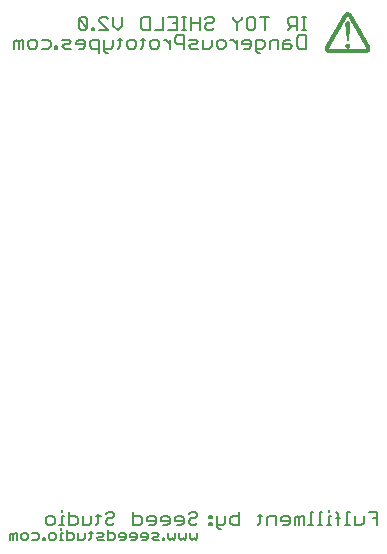
<source format=gbo>
G75*
G70*
%OFA0B0*%
%FSLAX24Y24*%
%IPPOS*%
%LPD*%
%AMOC8*
5,1,8,0,0,1.08239X$1,22.5*
%
%ADD10C,0.0060*%
%ADD11C,0.0050*%
%ADD12R,0.0006X0.0006*%
%ADD13R,0.0006X0.0006*%
%ADD14R,0.0006X0.0006*%
%ADD15R,0.0006X0.0006*%
D10*
X002174Y002373D02*
X002101Y002446D01*
X002101Y002593D01*
X002174Y002666D01*
X002321Y002666D01*
X002394Y002593D01*
X002394Y002446D01*
X002321Y002373D01*
X002174Y002373D01*
X002555Y002373D02*
X002701Y002373D01*
X002628Y002373D02*
X002628Y002666D01*
X002701Y002666D01*
X002628Y002813D02*
X002628Y002886D01*
X002868Y002813D02*
X002868Y002373D01*
X003088Y002373D01*
X003162Y002446D01*
X003162Y002593D01*
X003088Y002666D01*
X002868Y002666D01*
X003328Y002666D02*
X003328Y002373D01*
X003549Y002373D01*
X003622Y002446D01*
X003622Y002666D01*
X003782Y002666D02*
X003929Y002666D01*
X003856Y002740D02*
X003856Y002446D01*
X003782Y002373D01*
X004096Y002446D02*
X004169Y002373D01*
X004316Y002373D01*
X004389Y002446D01*
X004316Y002593D02*
X004169Y002593D01*
X004096Y002519D01*
X004096Y002446D01*
X004316Y002593D02*
X004389Y002666D01*
X004389Y002740D01*
X004316Y002813D01*
X004169Y002813D01*
X004096Y002740D01*
X005016Y002813D02*
X005016Y002373D01*
X005237Y002373D01*
X005310Y002446D01*
X005310Y002593D01*
X005237Y002666D01*
X005016Y002666D01*
X005477Y002593D02*
X005477Y002519D01*
X005770Y002519D01*
X005770Y002446D02*
X005770Y002593D01*
X005697Y002666D01*
X005550Y002666D01*
X005477Y002593D01*
X005550Y002373D02*
X005697Y002373D01*
X005770Y002446D01*
X005937Y002519D02*
X006231Y002519D01*
X006231Y002446D02*
X006231Y002593D01*
X006157Y002666D01*
X006011Y002666D01*
X005937Y002593D01*
X005937Y002519D01*
X006011Y002373D02*
X006157Y002373D01*
X006231Y002446D01*
X006397Y002519D02*
X006397Y002593D01*
X006471Y002666D01*
X006618Y002666D01*
X006691Y002593D01*
X006691Y002446D01*
X006618Y002373D01*
X006471Y002373D01*
X006397Y002519D02*
X006691Y002519D01*
X006858Y002519D02*
X006858Y002446D01*
X006931Y002373D01*
X007078Y002373D01*
X007151Y002446D01*
X007078Y002593D02*
X006931Y002593D01*
X006858Y002519D01*
X006858Y002740D02*
X006931Y002813D01*
X007078Y002813D01*
X007151Y002740D01*
X007151Y002666D01*
X007078Y002593D01*
X007554Y002593D02*
X007627Y002593D01*
X007627Y002666D01*
X007554Y002666D01*
X007554Y002593D01*
X007554Y002446D02*
X007554Y002373D01*
X007627Y002373D01*
X007627Y002446D01*
X007554Y002446D01*
X007794Y002373D02*
X008014Y002373D01*
X008088Y002446D01*
X008088Y002666D01*
X008254Y002593D02*
X008254Y002446D01*
X008328Y002373D01*
X008548Y002373D01*
X008548Y002813D01*
X008548Y002666D02*
X008328Y002666D01*
X008254Y002593D01*
X007794Y002666D02*
X007794Y002299D01*
X007867Y002226D01*
X007941Y002226D01*
X009168Y002373D02*
X009242Y002446D01*
X009242Y002740D01*
X009315Y002666D02*
X009168Y002666D01*
X009482Y002593D02*
X009482Y002373D01*
X009482Y002593D02*
X009555Y002666D01*
X009776Y002666D01*
X009776Y002373D01*
X009942Y002519D02*
X010236Y002519D01*
X010236Y002446D02*
X010236Y002593D01*
X010163Y002666D01*
X010016Y002666D01*
X009942Y002593D01*
X009942Y002519D01*
X010016Y002373D02*
X010163Y002373D01*
X010236Y002446D01*
X010403Y002373D02*
X010403Y002593D01*
X010476Y002666D01*
X010549Y002593D01*
X010549Y002373D01*
X010696Y002373D02*
X010696Y002666D01*
X010623Y002666D01*
X010549Y002593D01*
X010856Y002373D02*
X011003Y002373D01*
X010930Y002373D02*
X010930Y002813D01*
X011003Y002813D01*
X011237Y002813D02*
X011237Y002373D01*
X011310Y002373D02*
X011163Y002373D01*
X011470Y002373D02*
X011617Y002373D01*
X011544Y002373D02*
X011544Y002666D01*
X011617Y002666D01*
X011544Y002813D02*
X011544Y002886D01*
X011777Y002813D02*
X011850Y002740D01*
X011850Y002373D01*
X011777Y002593D02*
X011924Y002593D01*
X012084Y002373D02*
X012231Y002373D01*
X012157Y002373D02*
X012157Y002813D01*
X012231Y002813D01*
X012397Y002666D02*
X012397Y002373D01*
X012618Y002373D01*
X012691Y002446D01*
X012691Y002666D01*
X012858Y002813D02*
X013151Y002813D01*
X013151Y002373D01*
X013151Y002593D02*
X013005Y002593D01*
X011310Y002813D02*
X011237Y002813D01*
X009249Y018101D02*
X009175Y018101D01*
X009102Y018174D01*
X009102Y018541D01*
X009322Y018541D01*
X009395Y018468D01*
X009395Y018321D01*
X009322Y018248D01*
X009102Y018248D01*
X008935Y018321D02*
X008935Y018468D01*
X008862Y018541D01*
X008715Y018541D01*
X008641Y018468D01*
X008641Y018394D01*
X008935Y018394D01*
X008935Y018321D02*
X008862Y018248D01*
X008715Y018248D01*
X008475Y018248D02*
X008475Y018541D01*
X008475Y018394D02*
X008328Y018541D01*
X008254Y018541D01*
X008091Y018468D02*
X008091Y018321D01*
X008018Y018248D01*
X007871Y018248D01*
X007797Y018321D01*
X007797Y018468D01*
X007871Y018541D01*
X008018Y018541D01*
X008091Y018468D01*
X007631Y018541D02*
X007631Y018321D01*
X007557Y018248D01*
X007337Y018248D01*
X007337Y018541D01*
X007170Y018468D02*
X007097Y018541D01*
X006877Y018541D01*
X006950Y018394D02*
X007097Y018394D01*
X007170Y018468D01*
X007170Y018248D02*
X006950Y018248D01*
X006877Y018321D01*
X006950Y018394D01*
X006710Y018394D02*
X006490Y018394D01*
X006416Y018468D01*
X006416Y018615D01*
X006490Y018688D01*
X006710Y018688D01*
X006710Y018248D01*
X006250Y018248D02*
X006250Y018541D01*
X006250Y018394D02*
X006103Y018541D01*
X006029Y018541D01*
X005866Y018468D02*
X005866Y018321D01*
X005793Y018248D01*
X005646Y018248D01*
X005572Y018321D01*
X005572Y018468D01*
X005646Y018541D01*
X005793Y018541D01*
X005866Y018468D01*
X005406Y018541D02*
X005259Y018541D01*
X005332Y018615D02*
X005332Y018321D01*
X005259Y018248D01*
X005099Y018321D02*
X005025Y018248D01*
X004879Y018248D01*
X004805Y018321D01*
X004805Y018468D01*
X004879Y018541D01*
X005025Y018541D01*
X005099Y018468D01*
X005099Y018321D01*
X004638Y018541D02*
X004492Y018541D01*
X004565Y018615D02*
X004565Y018321D01*
X004492Y018248D01*
X004331Y018321D02*
X004258Y018248D01*
X004038Y018248D01*
X004038Y018174D02*
X004111Y018101D01*
X004185Y018101D01*
X004038Y018174D02*
X004038Y018541D01*
X003871Y018541D02*
X003651Y018541D01*
X003578Y018468D01*
X003578Y018321D01*
X003651Y018248D01*
X003871Y018248D01*
X003871Y018101D02*
X003871Y018541D01*
X003884Y018873D02*
X004178Y018873D01*
X003884Y019166D01*
X003884Y019240D01*
X003958Y019313D01*
X004105Y019313D01*
X004178Y019240D01*
X004345Y019313D02*
X004345Y019019D01*
X004492Y018873D01*
X004638Y019019D01*
X004638Y019313D01*
X005266Y019240D02*
X005266Y018946D01*
X005339Y018873D01*
X005559Y018873D01*
X005559Y019313D01*
X005339Y019313D01*
X005266Y019240D01*
X005726Y018873D02*
X006019Y018873D01*
X006019Y019313D01*
X006186Y019313D02*
X006480Y019313D01*
X006480Y018873D01*
X006186Y018873D01*
X006333Y019093D02*
X006480Y019093D01*
X006640Y019313D02*
X006787Y019313D01*
X006713Y019313D02*
X006713Y018873D01*
X006640Y018873D02*
X006787Y018873D01*
X006953Y018873D02*
X006953Y019313D01*
X006953Y019093D02*
X007247Y019093D01*
X007414Y019019D02*
X007414Y018946D01*
X007487Y018873D01*
X007634Y018873D01*
X007707Y018946D01*
X007634Y019093D02*
X007487Y019093D01*
X007414Y019019D01*
X007414Y019240D02*
X007487Y019313D01*
X007634Y019313D01*
X007707Y019240D01*
X007707Y019166D01*
X007634Y019093D01*
X007247Y018873D02*
X007247Y019313D01*
X008335Y019313D02*
X008335Y019240D01*
X008481Y019093D01*
X008481Y018873D01*
X008481Y019093D02*
X008628Y019240D01*
X008628Y019313D01*
X008795Y019240D02*
X008868Y019313D01*
X009015Y019313D01*
X009088Y019240D01*
X009088Y018946D01*
X009015Y018873D01*
X008868Y018873D01*
X008795Y018946D01*
X008795Y019240D01*
X009255Y019313D02*
X009549Y019313D01*
X009402Y019313D02*
X009402Y018873D01*
X009636Y018541D02*
X009562Y018468D01*
X009562Y018248D01*
X009856Y018248D02*
X009856Y018541D01*
X009636Y018541D01*
X010022Y018468D02*
X010022Y018248D01*
X010243Y018248D01*
X010316Y018321D01*
X010243Y018394D01*
X010022Y018394D01*
X010022Y018468D02*
X010096Y018541D01*
X010243Y018541D01*
X010483Y018615D02*
X010483Y018321D01*
X010556Y018248D01*
X010776Y018248D01*
X010776Y018688D01*
X010556Y018688D01*
X010483Y018615D01*
X010470Y018873D02*
X010470Y019313D01*
X010249Y019313D01*
X010176Y019240D01*
X010176Y019093D01*
X010249Y019019D01*
X010470Y019019D01*
X010323Y019019D02*
X010176Y018873D01*
X010630Y018873D02*
X010776Y018873D01*
X010703Y018873D02*
X010703Y019313D01*
X010776Y019313D02*
X010630Y019313D01*
X004331Y018541D02*
X004331Y018321D01*
X003718Y018873D02*
X003644Y018873D01*
X003644Y018946D01*
X003718Y018946D01*
X003718Y018873D01*
X003488Y018946D02*
X003194Y019240D01*
X003194Y018946D01*
X003267Y018873D01*
X003414Y018873D01*
X003488Y018946D01*
X003488Y019240D01*
X003414Y019313D01*
X003267Y019313D01*
X003194Y019240D01*
X003191Y018541D02*
X003117Y018468D01*
X003117Y018394D01*
X003411Y018394D01*
X003411Y018321D02*
X003411Y018468D01*
X003337Y018541D01*
X003191Y018541D01*
X002950Y018468D02*
X002877Y018541D01*
X002657Y018541D01*
X002730Y018394D02*
X002877Y018394D01*
X002950Y018468D01*
X002950Y018248D02*
X002730Y018248D01*
X002657Y018321D01*
X002730Y018394D01*
X002490Y018321D02*
X002490Y018248D01*
X002417Y018248D01*
X002417Y018321D01*
X002490Y018321D01*
X002260Y018321D02*
X002187Y018248D01*
X001966Y018248D01*
X001800Y018321D02*
X001726Y018248D01*
X001579Y018248D01*
X001506Y018321D01*
X001506Y018468D01*
X001579Y018541D01*
X001726Y018541D01*
X001800Y018468D01*
X001800Y018321D01*
X001966Y018541D02*
X002187Y018541D01*
X002260Y018468D01*
X002260Y018321D01*
X003191Y018248D02*
X003337Y018248D01*
X003411Y018321D01*
X001339Y018248D02*
X001339Y018541D01*
X001266Y018541D01*
X001192Y018468D01*
X001119Y018541D01*
X001046Y018468D01*
X001046Y018248D01*
X001192Y018248D02*
X001192Y018468D01*
D11*
X000907Y002043D02*
X000907Y001868D01*
X001024Y001868D02*
X001024Y002043D01*
X000966Y002101D01*
X000907Y002043D01*
X001024Y002043D02*
X001082Y002101D01*
X001141Y002101D01*
X001141Y001868D01*
X001276Y001926D02*
X001276Y002043D01*
X001334Y002101D01*
X001451Y002101D01*
X001509Y002043D01*
X001509Y001926D01*
X001451Y001868D01*
X001334Y001868D01*
X001276Y001926D01*
X001644Y001868D02*
X001819Y001868D01*
X001877Y001926D01*
X001877Y002043D01*
X001819Y002101D01*
X001644Y002101D01*
X002003Y001926D02*
X002003Y001868D01*
X002062Y001868D01*
X002062Y001926D01*
X002003Y001926D01*
X002196Y001926D02*
X002196Y002043D01*
X002255Y002101D01*
X002372Y002101D01*
X002430Y002043D01*
X002430Y001926D01*
X002372Y001868D01*
X002255Y001868D01*
X002196Y001926D01*
X002559Y001868D02*
X002675Y001868D01*
X002617Y001868D02*
X002617Y002101D01*
X002675Y002101D01*
X002617Y002218D02*
X002617Y002276D01*
X002810Y002218D02*
X002810Y001868D01*
X002985Y001868D01*
X003044Y001926D01*
X003044Y002043D01*
X002985Y002101D01*
X002810Y002101D01*
X003179Y002101D02*
X003179Y001868D01*
X003354Y001868D01*
X003412Y001926D01*
X003412Y002101D01*
X003541Y002101D02*
X003658Y002101D01*
X003599Y002160D02*
X003599Y001926D01*
X003541Y001868D01*
X003792Y001926D02*
X003851Y001984D01*
X003967Y001984D01*
X004026Y002043D01*
X003967Y002101D01*
X003792Y002101D01*
X003792Y001926D02*
X003851Y001868D01*
X004026Y001868D01*
X004161Y001868D02*
X004336Y001868D01*
X004394Y001926D01*
X004394Y002043D01*
X004336Y002101D01*
X004161Y002101D01*
X004161Y002218D02*
X004161Y001868D01*
X004529Y001984D02*
X004762Y001984D01*
X004762Y001926D02*
X004762Y002043D01*
X004704Y002101D01*
X004587Y002101D01*
X004529Y002043D01*
X004529Y001984D01*
X004587Y001868D02*
X004704Y001868D01*
X004762Y001926D01*
X004897Y001984D02*
X005131Y001984D01*
X005131Y001926D02*
X005131Y002043D01*
X005072Y002101D01*
X004956Y002101D01*
X004897Y002043D01*
X004897Y001984D01*
X004956Y001868D02*
X005072Y001868D01*
X005131Y001926D01*
X005266Y001984D02*
X005499Y001984D01*
X005499Y001926D02*
X005499Y002043D01*
X005441Y002101D01*
X005324Y002101D01*
X005266Y002043D01*
X005266Y001984D01*
X005324Y001868D02*
X005441Y001868D01*
X005499Y001926D01*
X005634Y001926D02*
X005692Y001984D01*
X005809Y001984D01*
X005867Y002043D01*
X005809Y002101D01*
X005634Y002101D01*
X005634Y001926D02*
X005692Y001868D01*
X005867Y001868D01*
X005993Y001868D02*
X006051Y001868D01*
X006051Y001926D01*
X005993Y001926D01*
X005993Y001868D01*
X006186Y001926D02*
X006186Y002101D01*
X006186Y001926D02*
X006245Y001868D01*
X006303Y001926D01*
X006361Y001868D01*
X006420Y001926D01*
X006420Y002101D01*
X006555Y002101D02*
X006555Y001926D01*
X006613Y001868D01*
X006671Y001926D01*
X006730Y001868D01*
X006788Y001926D01*
X006788Y002101D01*
X006923Y002101D02*
X006923Y001926D01*
X006981Y001868D01*
X007040Y001926D01*
X007098Y001868D01*
X007156Y001926D01*
X007156Y002101D01*
D12*
X011530Y018108D03*
X011530Y018120D03*
X011530Y018126D03*
X011530Y018138D03*
X011530Y018150D03*
X011530Y018156D03*
X011530Y018168D03*
X011530Y018180D03*
X011530Y018186D03*
X011530Y018198D03*
X011530Y018210D03*
X011530Y018216D03*
X011530Y018228D03*
X011530Y018240D03*
X011530Y018246D03*
X011530Y018258D03*
X011530Y018270D03*
X011530Y018276D03*
X011530Y018288D03*
X011530Y018300D03*
X011530Y018306D03*
X011530Y018318D03*
X011530Y018330D03*
X011530Y018336D03*
X011530Y018348D03*
X011530Y018360D03*
X011530Y018366D03*
X011530Y018378D03*
X011530Y018390D03*
X011530Y018396D03*
X011530Y018408D03*
X011530Y018420D03*
X011530Y018426D03*
X011530Y018438D03*
X011542Y018438D03*
X011542Y018450D03*
X011542Y018456D03*
X011560Y018456D03*
X011560Y018450D03*
X011560Y018438D03*
X011560Y018426D03*
X011560Y018420D03*
X011560Y018408D03*
X011560Y018396D03*
X011560Y018390D03*
X011560Y018378D03*
X011560Y018366D03*
X011560Y018360D03*
X011560Y018348D03*
X011560Y018336D03*
X011560Y018330D03*
X011560Y018318D03*
X011560Y018306D03*
X011560Y018300D03*
X011560Y018288D03*
X011542Y018288D03*
X011542Y018300D03*
X011542Y018306D03*
X011542Y018318D03*
X011542Y018330D03*
X011542Y018336D03*
X011542Y018348D03*
X011542Y018360D03*
X011542Y018366D03*
X011542Y018378D03*
X011542Y018390D03*
X011542Y018396D03*
X011542Y018408D03*
X011542Y018420D03*
X011542Y018426D03*
X011572Y018426D03*
X011572Y018420D03*
X011572Y018408D03*
X011572Y018396D03*
X011572Y018390D03*
X011572Y018378D03*
X011572Y018366D03*
X011572Y018360D03*
X011572Y018348D03*
X011572Y018336D03*
X011572Y018330D03*
X011572Y018318D03*
X011572Y018306D03*
X011590Y018336D03*
X011590Y018348D03*
X011590Y018360D03*
X011590Y018366D03*
X011590Y018378D03*
X011590Y018390D03*
X011590Y018396D03*
X011590Y018408D03*
X011590Y018420D03*
X011590Y018426D03*
X011590Y018438D03*
X011590Y018450D03*
X011590Y018456D03*
X011590Y018468D03*
X011590Y018480D03*
X011590Y018486D03*
X011590Y018498D03*
X011590Y018510D03*
X011590Y018516D03*
X011590Y018528D03*
X011590Y018540D03*
X011602Y018540D03*
X011602Y018546D03*
X011602Y018558D03*
X011620Y018558D03*
X011620Y018570D03*
X011620Y018576D03*
X011620Y018588D03*
X011632Y018588D03*
X011632Y018600D03*
X011632Y018606D03*
X011632Y018618D03*
X011650Y018618D03*
X011650Y018630D03*
X011650Y018636D03*
X011650Y018648D03*
X011662Y018648D03*
X011662Y018660D03*
X011662Y018666D03*
X011680Y018666D03*
X011680Y018660D03*
X011680Y018648D03*
X011680Y018636D03*
X011680Y018630D03*
X011680Y018618D03*
X011680Y018606D03*
X011680Y018600D03*
X011680Y018588D03*
X011680Y018576D03*
X011680Y018570D03*
X011680Y018558D03*
X011680Y018546D03*
X011680Y018540D03*
X011680Y018528D03*
X011680Y018516D03*
X011680Y018510D03*
X011680Y018498D03*
X011662Y018498D03*
X011650Y018498D03*
X011650Y018510D03*
X011650Y018516D03*
X011650Y018528D03*
X011650Y018540D03*
X011650Y018546D03*
X011650Y018558D03*
X011650Y018570D03*
X011650Y018576D03*
X011650Y018588D03*
X011650Y018600D03*
X011650Y018606D03*
X011662Y018606D03*
X011662Y018600D03*
X011662Y018588D03*
X011662Y018576D03*
X011662Y018570D03*
X011662Y018558D03*
X011662Y018546D03*
X011662Y018540D03*
X011662Y018528D03*
X011662Y018516D03*
X011662Y018510D03*
X011662Y018486D03*
X011662Y018480D03*
X011650Y018480D03*
X011650Y018486D03*
X011632Y018486D03*
X011632Y018480D03*
X011620Y018480D03*
X011620Y018486D03*
X011620Y018498D03*
X011620Y018510D03*
X011620Y018516D03*
X011620Y018528D03*
X011620Y018540D03*
X011620Y018546D03*
X011632Y018546D03*
X011632Y018540D03*
X011632Y018528D03*
X011632Y018516D03*
X011632Y018510D03*
X011632Y018498D03*
X011602Y018498D03*
X011602Y018510D03*
X011602Y018516D03*
X011602Y018528D03*
X011572Y018510D03*
X011572Y018498D03*
X011572Y018486D03*
X011572Y018480D03*
X011560Y018480D03*
X011560Y018486D03*
X011560Y018468D03*
X011572Y018468D03*
X011572Y018456D03*
X011572Y018450D03*
X011572Y018438D03*
X011602Y018438D03*
X011602Y018450D03*
X011602Y018456D03*
X011602Y018468D03*
X011602Y018480D03*
X011602Y018486D03*
X011620Y018468D03*
X011620Y018456D03*
X011620Y018450D03*
X011620Y018438D03*
X011620Y018426D03*
X011620Y018420D03*
X011620Y018408D03*
X011620Y018396D03*
X011620Y018390D03*
X011602Y018390D03*
X011602Y018396D03*
X011602Y018408D03*
X011602Y018420D03*
X011602Y018426D03*
X011632Y018426D03*
X011632Y018420D03*
X011632Y018408D03*
X011632Y018438D03*
X011632Y018450D03*
X011632Y018456D03*
X011632Y018468D03*
X011650Y018468D03*
X011650Y018456D03*
X011650Y018450D03*
X011662Y018468D03*
X011692Y018516D03*
X011692Y018528D03*
X011692Y018540D03*
X011692Y018546D03*
X011692Y018558D03*
X011692Y018570D03*
X011692Y018576D03*
X011692Y018588D03*
X011692Y018600D03*
X011692Y018606D03*
X011692Y018618D03*
X011692Y018630D03*
X011692Y018636D03*
X011692Y018648D03*
X011692Y018660D03*
X011692Y018666D03*
X011692Y018678D03*
X011680Y018678D03*
X011680Y018690D03*
X011680Y018696D03*
X011692Y018696D03*
X011692Y018690D03*
X011692Y018708D03*
X011692Y018720D03*
X011710Y018720D03*
X011710Y018726D03*
X011710Y018738D03*
X011710Y018750D03*
X011722Y018750D03*
X011722Y018756D03*
X011722Y018768D03*
X011740Y018768D03*
X011740Y018780D03*
X011740Y018786D03*
X011740Y018798D03*
X011752Y018798D03*
X011752Y018810D03*
X011752Y018816D03*
X011770Y018816D03*
X011770Y018810D03*
X011770Y018798D03*
X011770Y018786D03*
X011770Y018780D03*
X011770Y018768D03*
X011770Y018756D03*
X011770Y018750D03*
X011770Y018738D03*
X011770Y018726D03*
X011770Y018720D03*
X011770Y018708D03*
X011770Y018696D03*
X011770Y018690D03*
X011770Y018678D03*
X011770Y018666D03*
X011770Y018660D03*
X011770Y018648D03*
X011752Y018648D03*
X011740Y018648D03*
X011740Y018660D03*
X011740Y018666D03*
X011740Y018678D03*
X011740Y018690D03*
X011740Y018696D03*
X011740Y018708D03*
X011740Y018720D03*
X011740Y018726D03*
X011740Y018738D03*
X011740Y018750D03*
X011740Y018756D03*
X011752Y018756D03*
X011752Y018750D03*
X011752Y018738D03*
X011752Y018726D03*
X011752Y018720D03*
X011752Y018708D03*
X011752Y018696D03*
X011752Y018690D03*
X011752Y018678D03*
X011752Y018666D03*
X011752Y018660D03*
X011752Y018636D03*
X011752Y018630D03*
X011740Y018630D03*
X011740Y018636D03*
X011722Y018636D03*
X011722Y018630D03*
X011710Y018630D03*
X011710Y018636D03*
X011710Y018648D03*
X011710Y018660D03*
X011710Y018666D03*
X011710Y018678D03*
X011710Y018690D03*
X011710Y018696D03*
X011710Y018708D03*
X011722Y018708D03*
X011722Y018720D03*
X011722Y018726D03*
X011722Y018738D03*
X011722Y018696D03*
X011722Y018690D03*
X011722Y018678D03*
X011722Y018666D03*
X011722Y018660D03*
X011722Y018648D03*
X011722Y018618D03*
X011710Y018618D03*
X011710Y018606D03*
X011710Y018600D03*
X011710Y018588D03*
X011710Y018576D03*
X011710Y018570D03*
X011710Y018558D03*
X011710Y018546D03*
X011722Y018570D03*
X011722Y018576D03*
X011722Y018588D03*
X011722Y018600D03*
X011722Y018606D03*
X011740Y018606D03*
X011740Y018600D03*
X011740Y018618D03*
X011752Y018618D03*
X011782Y018666D03*
X011782Y018678D03*
X011782Y018690D03*
X011782Y018696D03*
X011782Y018708D03*
X011782Y018720D03*
X011782Y018726D03*
X011782Y018738D03*
X011782Y018750D03*
X011782Y018756D03*
X011782Y018768D03*
X011782Y018780D03*
X011782Y018786D03*
X011782Y018798D03*
X011782Y018810D03*
X011782Y018816D03*
X011782Y018828D03*
X011770Y018828D03*
X011770Y018840D03*
X011770Y018846D03*
X011782Y018846D03*
X011782Y018840D03*
X011782Y018858D03*
X011782Y018870D03*
X011800Y018870D03*
X011800Y018876D03*
X011800Y018888D03*
X011800Y018900D03*
X011800Y018906D03*
X011812Y018906D03*
X011812Y018900D03*
X011812Y018888D03*
X011812Y018876D03*
X011812Y018870D03*
X011812Y018858D03*
X011800Y018858D03*
X011800Y018846D03*
X011800Y018840D03*
X011800Y018828D03*
X011800Y018816D03*
X011800Y018810D03*
X011800Y018798D03*
X011800Y018786D03*
X011800Y018780D03*
X011800Y018768D03*
X011800Y018756D03*
X011800Y018750D03*
X011800Y018738D03*
X011800Y018726D03*
X011800Y018720D03*
X011800Y018708D03*
X011800Y018696D03*
X011812Y018720D03*
X011812Y018726D03*
X011812Y018738D03*
X011812Y018750D03*
X011812Y018756D03*
X011812Y018768D03*
X011812Y018780D03*
X011812Y018786D03*
X011812Y018798D03*
X011812Y018810D03*
X011812Y018816D03*
X011812Y018828D03*
X011812Y018840D03*
X011812Y018846D03*
X011830Y018846D03*
X011830Y018840D03*
X011830Y018828D03*
X011830Y018816D03*
X011830Y018810D03*
X011830Y018798D03*
X011830Y018786D03*
X011830Y018780D03*
X011830Y018768D03*
X011830Y018756D03*
X011830Y018750D03*
X011842Y018780D03*
X011842Y018786D03*
X011842Y018798D03*
X011842Y018810D03*
X011842Y018816D03*
X011842Y018828D03*
X011842Y018840D03*
X011842Y018846D03*
X011842Y018858D03*
X011830Y018858D03*
X011830Y018870D03*
X011830Y018876D03*
X011830Y018888D03*
X011830Y018900D03*
X011830Y018906D03*
X011830Y018918D03*
X011830Y018930D03*
X011830Y018936D03*
X011830Y018948D03*
X011842Y018948D03*
X011842Y018960D03*
X011842Y018966D03*
X011842Y018978D03*
X011860Y018978D03*
X011860Y018990D03*
X011860Y018996D03*
X011860Y019008D03*
X011872Y019008D03*
X011872Y019020D03*
X011872Y019026D03*
X011890Y019026D03*
X011890Y019020D03*
X011890Y019008D03*
X011890Y018996D03*
X011890Y018990D03*
X011890Y018978D03*
X011890Y018966D03*
X011890Y018960D03*
X011890Y018948D03*
X011890Y018936D03*
X011890Y018930D03*
X011890Y018918D03*
X011890Y018906D03*
X011890Y018900D03*
X011890Y018888D03*
X011890Y018876D03*
X011890Y018870D03*
X011890Y018858D03*
X011872Y018858D03*
X011860Y018858D03*
X011860Y018870D03*
X011860Y018876D03*
X011860Y018888D03*
X011860Y018900D03*
X011860Y018906D03*
X011860Y018918D03*
X011860Y018930D03*
X011860Y018936D03*
X011860Y018948D03*
X011860Y018960D03*
X011860Y018966D03*
X011872Y018966D03*
X011872Y018960D03*
X011872Y018948D03*
X011872Y018936D03*
X011872Y018930D03*
X011872Y018918D03*
X011872Y018906D03*
X011872Y018900D03*
X011872Y018888D03*
X011872Y018876D03*
X011872Y018870D03*
X011872Y018846D03*
X011872Y018840D03*
X011860Y018840D03*
X011860Y018846D03*
X011860Y018828D03*
X011860Y018816D03*
X011860Y018810D03*
X011872Y018828D03*
X011842Y018870D03*
X011842Y018876D03*
X011842Y018888D03*
X011842Y018900D03*
X011842Y018906D03*
X011842Y018918D03*
X011842Y018930D03*
X011842Y018936D03*
X011812Y018918D03*
X011872Y018978D03*
X011872Y018990D03*
X011872Y018996D03*
X011902Y018996D03*
X011902Y018990D03*
X011902Y018978D03*
X011902Y018966D03*
X011902Y018960D03*
X011902Y018948D03*
X011902Y018936D03*
X011902Y018930D03*
X011902Y018918D03*
X011902Y018906D03*
X011902Y018900D03*
X011902Y018888D03*
X011902Y018876D03*
X011920Y018906D03*
X011920Y018918D03*
X011920Y018930D03*
X011920Y018936D03*
X011920Y018948D03*
X011920Y018960D03*
X011920Y018966D03*
X011920Y018978D03*
X011920Y018990D03*
X011920Y018996D03*
X011920Y019008D03*
X011920Y019020D03*
X011920Y019026D03*
X011920Y019038D03*
X011920Y019050D03*
X011920Y019056D03*
X011920Y019068D03*
X011920Y019080D03*
X011920Y019086D03*
X011920Y019098D03*
X011920Y019110D03*
X011920Y019116D03*
X011932Y019116D03*
X011932Y019110D03*
X011932Y019098D03*
X011932Y019086D03*
X011932Y019080D03*
X011932Y019068D03*
X011932Y019056D03*
X011932Y019050D03*
X011932Y019038D03*
X011932Y019026D03*
X011932Y019020D03*
X011932Y019008D03*
X011932Y018996D03*
X011932Y018990D03*
X011932Y018978D03*
X011932Y018966D03*
X011932Y018960D03*
X011932Y018948D03*
X011932Y018936D03*
X011932Y018930D03*
X011950Y018960D03*
X011950Y018966D03*
X011950Y018978D03*
X011950Y018990D03*
X011950Y018996D03*
X011950Y019008D03*
X011950Y019020D03*
X011950Y019026D03*
X011950Y019038D03*
X011950Y019050D03*
X011950Y019056D03*
X011950Y019068D03*
X011950Y019080D03*
X011950Y019086D03*
X011950Y019098D03*
X011950Y019110D03*
X011950Y019116D03*
X011950Y019128D03*
X011950Y019140D03*
X011950Y019146D03*
X011950Y019158D03*
X011962Y019158D03*
X011962Y019170D03*
X011962Y019176D03*
X011962Y019188D03*
X011980Y019188D03*
X011980Y019200D03*
X011980Y019206D03*
X011980Y019218D03*
X011992Y019218D03*
X011992Y019230D03*
X011992Y019236D03*
X012010Y019236D03*
X012010Y019230D03*
X012010Y019218D03*
X012010Y019206D03*
X012010Y019200D03*
X012010Y019188D03*
X012010Y019176D03*
X012010Y019170D03*
X012010Y019158D03*
X012010Y019146D03*
X012010Y019140D03*
X012010Y019128D03*
X012010Y019116D03*
X012010Y019110D03*
X012010Y019098D03*
X012010Y019086D03*
X012010Y019080D03*
X012010Y019068D03*
X011992Y019068D03*
X011980Y019068D03*
X011980Y019080D03*
X011980Y019086D03*
X011980Y019098D03*
X011980Y019110D03*
X011980Y019116D03*
X011980Y019128D03*
X011980Y019140D03*
X011980Y019146D03*
X011980Y019158D03*
X011980Y019170D03*
X011980Y019176D03*
X011992Y019176D03*
X011992Y019170D03*
X011992Y019158D03*
X011992Y019146D03*
X011992Y019140D03*
X011992Y019128D03*
X011992Y019116D03*
X011992Y019110D03*
X011992Y019098D03*
X011992Y019086D03*
X011992Y019080D03*
X011992Y019056D03*
X011992Y019050D03*
X011980Y019050D03*
X011980Y019056D03*
X011962Y019056D03*
X011962Y019050D03*
X011962Y019038D03*
X011962Y019026D03*
X011962Y019020D03*
X011962Y019008D03*
X011962Y018996D03*
X011962Y018990D03*
X011980Y019020D03*
X011980Y019026D03*
X011980Y019038D03*
X011992Y019038D03*
X011962Y019068D03*
X011962Y019080D03*
X011962Y019086D03*
X011962Y019098D03*
X011962Y019110D03*
X011962Y019116D03*
X011962Y019128D03*
X011962Y019140D03*
X011962Y019146D03*
X011932Y019128D03*
X011902Y019080D03*
X011902Y019068D03*
X011902Y019056D03*
X011902Y019050D03*
X011890Y019050D03*
X011890Y019056D03*
X011890Y019038D03*
X011902Y019038D03*
X011902Y019026D03*
X011902Y019020D03*
X011902Y019008D03*
X012022Y019086D03*
X012022Y019098D03*
X012022Y019110D03*
X012022Y019116D03*
X012022Y019128D03*
X012022Y019140D03*
X012022Y019146D03*
X012022Y019158D03*
X012022Y019170D03*
X012022Y019176D03*
X012022Y019188D03*
X012022Y019200D03*
X012022Y019206D03*
X012022Y019218D03*
X012022Y019230D03*
X012022Y019236D03*
X012022Y019248D03*
X012010Y019248D03*
X012010Y019260D03*
X012010Y019266D03*
X012022Y019266D03*
X012022Y019260D03*
X012022Y019278D03*
X012022Y019290D03*
X012040Y019290D03*
X012040Y019296D03*
X012040Y019308D03*
X012040Y019320D03*
X012052Y019320D03*
X012052Y019326D03*
X012052Y019338D03*
X012070Y019338D03*
X012070Y019350D03*
X012070Y019356D03*
X012082Y019356D03*
X012082Y019350D03*
X012082Y019338D03*
X012082Y019326D03*
X012082Y019320D03*
X012070Y019320D03*
X012070Y019326D03*
X012070Y019308D03*
X012070Y019296D03*
X012070Y019290D03*
X012070Y019278D03*
X012070Y019266D03*
X012070Y019260D03*
X012070Y019248D03*
X012070Y019236D03*
X012070Y019230D03*
X012070Y019218D03*
X012070Y019206D03*
X012070Y019200D03*
X012070Y019188D03*
X012070Y019176D03*
X012070Y019170D03*
X012052Y019170D03*
X012052Y019176D03*
X012040Y019176D03*
X012040Y019170D03*
X012040Y019158D03*
X012040Y019146D03*
X012040Y019140D03*
X012040Y019128D03*
X012040Y019116D03*
X012052Y019140D03*
X012052Y019146D03*
X012052Y019158D03*
X012052Y019188D03*
X012040Y019188D03*
X012040Y019200D03*
X012040Y019206D03*
X012040Y019218D03*
X012040Y019230D03*
X012040Y019236D03*
X012040Y019248D03*
X012040Y019260D03*
X012040Y019266D03*
X012040Y019278D03*
X012052Y019278D03*
X012052Y019290D03*
X012052Y019296D03*
X012052Y019308D03*
X012082Y019308D03*
X012082Y019296D03*
X012082Y019290D03*
X012082Y019278D03*
X012082Y019266D03*
X012082Y019260D03*
X012082Y019248D03*
X012082Y019236D03*
X012082Y019230D03*
X012082Y019218D03*
X012082Y019206D03*
X012082Y019200D03*
X012082Y019188D03*
X012052Y019200D03*
X012052Y019206D03*
X012052Y019218D03*
X012052Y019230D03*
X012052Y019236D03*
X012052Y019248D03*
X012052Y019260D03*
X012052Y019266D03*
X012100Y019266D03*
X012100Y019260D03*
X012100Y019248D03*
X012100Y019236D03*
X012100Y019230D03*
X012100Y019218D03*
X012112Y019248D03*
X012112Y019260D03*
X012112Y019266D03*
X012112Y019278D03*
X012100Y019278D03*
X012100Y019290D03*
X012100Y019296D03*
X012100Y019308D03*
X012100Y019320D03*
X012100Y019326D03*
X012100Y019338D03*
X012100Y019350D03*
X012100Y019356D03*
X012100Y019368D03*
X012100Y019380D03*
X012100Y019386D03*
X012112Y019386D03*
X012112Y019380D03*
X012112Y019368D03*
X012112Y019356D03*
X012112Y019350D03*
X012112Y019338D03*
X012112Y019326D03*
X012112Y019320D03*
X012112Y019308D03*
X012112Y019296D03*
X012112Y019290D03*
X012130Y019290D03*
X012130Y019296D03*
X012130Y019308D03*
X012130Y019320D03*
X012130Y019326D03*
X012130Y019338D03*
X012130Y019350D03*
X012130Y019356D03*
X012130Y019368D03*
X012130Y019380D03*
X012130Y019386D03*
X012130Y019398D03*
X012130Y019410D03*
X012142Y019410D03*
X012142Y019416D03*
X012142Y019398D03*
X012142Y019386D03*
X012142Y019380D03*
X012142Y019368D03*
X012142Y019356D03*
X012142Y019350D03*
X012142Y019338D03*
X012142Y019326D03*
X012142Y019320D03*
X012142Y019308D03*
X012142Y019296D03*
X012142Y019290D03*
X012130Y019278D03*
X012160Y019320D03*
X012160Y019326D03*
X012160Y019338D03*
X012160Y019350D03*
X012160Y019356D03*
X012160Y019368D03*
X012160Y019380D03*
X012160Y019386D03*
X012160Y019398D03*
X012160Y019410D03*
X012160Y019416D03*
X012172Y019416D03*
X012172Y019410D03*
X012172Y019398D03*
X012172Y019386D03*
X012172Y019380D03*
X012172Y019368D03*
X012172Y019356D03*
X012172Y019350D03*
X012172Y019338D03*
X012172Y019326D03*
X012172Y019320D03*
X012190Y019320D03*
X012190Y019326D03*
X012190Y019338D03*
X012190Y019350D03*
X012190Y019356D03*
X012190Y019368D03*
X012190Y019380D03*
X012190Y019386D03*
X012190Y019398D03*
X012190Y019410D03*
X012190Y019416D03*
X012202Y019416D03*
X012202Y019410D03*
X012202Y019398D03*
X012202Y019386D03*
X012202Y019380D03*
X012202Y019368D03*
X012202Y019356D03*
X012202Y019350D03*
X012202Y019338D03*
X012202Y019326D03*
X012202Y019320D03*
X012220Y019320D03*
X012220Y019326D03*
X012220Y019338D03*
X012220Y019350D03*
X012220Y019356D03*
X012220Y019368D03*
X012220Y019380D03*
X012220Y019386D03*
X012220Y019398D03*
X012220Y019410D03*
X012220Y019416D03*
X012232Y019410D03*
X012232Y019398D03*
X012232Y019386D03*
X012232Y019380D03*
X012232Y019368D03*
X012232Y019356D03*
X012232Y019350D03*
X012232Y019338D03*
X012232Y019326D03*
X012232Y019320D03*
X012232Y019308D03*
X012220Y019308D03*
X012220Y019296D03*
X012232Y019296D03*
X012232Y019290D03*
X012232Y019278D03*
X012250Y019278D03*
X012250Y019290D03*
X012250Y019296D03*
X012250Y019308D03*
X012250Y019320D03*
X012250Y019326D03*
X012250Y019338D03*
X012250Y019350D03*
X012250Y019356D03*
X012250Y019368D03*
X012250Y019380D03*
X012250Y019386D03*
X012250Y019398D03*
X012262Y019386D03*
X012262Y019380D03*
X012262Y019368D03*
X012262Y019356D03*
X012262Y019350D03*
X012262Y019338D03*
X012262Y019326D03*
X012262Y019320D03*
X012262Y019308D03*
X012262Y019296D03*
X012262Y019290D03*
X012262Y019278D03*
X012262Y019266D03*
X012262Y019260D03*
X012250Y019260D03*
X012250Y019266D03*
X012250Y019248D03*
X012262Y019248D03*
X012262Y019236D03*
X012262Y019230D03*
X012280Y019230D03*
X012280Y019236D03*
X012280Y019248D03*
X012280Y019260D03*
X012280Y019266D03*
X012280Y019278D03*
X012280Y019290D03*
X012280Y019296D03*
X012280Y019308D03*
X012280Y019320D03*
X012280Y019326D03*
X012280Y019338D03*
X012280Y019350D03*
X012280Y019356D03*
X012280Y019368D03*
X012280Y019380D03*
X012292Y019368D03*
X012292Y019356D03*
X012292Y019350D03*
X012292Y019338D03*
X012292Y019326D03*
X012292Y019320D03*
X012292Y019308D03*
X012292Y019296D03*
X012292Y019290D03*
X012292Y019278D03*
X012292Y019266D03*
X012292Y019260D03*
X012292Y019248D03*
X012292Y019236D03*
X012292Y019230D03*
X012292Y019218D03*
X012280Y019218D03*
X012280Y019206D03*
X012280Y019200D03*
X012280Y019188D03*
X012292Y019188D03*
X012292Y019200D03*
X012292Y019206D03*
X012310Y019206D03*
X012310Y019200D03*
X012310Y019188D03*
X012310Y019176D03*
X012310Y019170D03*
X012310Y019158D03*
X012310Y019146D03*
X012310Y019140D03*
X012322Y019140D03*
X012322Y019146D03*
X012322Y019158D03*
X012322Y019170D03*
X012322Y019176D03*
X012322Y019188D03*
X012322Y019200D03*
X012322Y019206D03*
X012322Y019218D03*
X012310Y019218D03*
X012310Y019230D03*
X012310Y019236D03*
X012310Y019248D03*
X012310Y019260D03*
X012310Y019266D03*
X012310Y019278D03*
X012310Y019290D03*
X012310Y019296D03*
X012310Y019308D03*
X012310Y019320D03*
X012310Y019326D03*
X012310Y019338D03*
X012322Y019320D03*
X012322Y019308D03*
X012322Y019296D03*
X012322Y019290D03*
X012322Y019278D03*
X012322Y019266D03*
X012322Y019260D03*
X012322Y019248D03*
X012322Y019236D03*
X012322Y019230D03*
X012340Y019230D03*
X012340Y019236D03*
X012340Y019248D03*
X012340Y019260D03*
X012340Y019266D03*
X012340Y019278D03*
X012340Y019290D03*
X012340Y019296D03*
X012352Y019266D03*
X012352Y019260D03*
X012352Y019248D03*
X012352Y019236D03*
X012352Y019230D03*
X012352Y019218D03*
X012340Y019218D03*
X012340Y019206D03*
X012340Y019200D03*
X012340Y019188D03*
X012340Y019176D03*
X012340Y019170D03*
X012340Y019158D03*
X012340Y019146D03*
X012340Y019140D03*
X012340Y019128D03*
X012340Y019116D03*
X012340Y019110D03*
X012340Y019098D03*
X012340Y019086D03*
X012352Y019086D03*
X012352Y019080D03*
X012352Y019068D03*
X012370Y019068D03*
X012370Y019080D03*
X012370Y019086D03*
X012370Y019098D03*
X012370Y019110D03*
X012370Y019116D03*
X012370Y019128D03*
X012370Y019140D03*
X012370Y019146D03*
X012370Y019158D03*
X012370Y019170D03*
X012370Y019176D03*
X012370Y019188D03*
X012370Y019200D03*
X012370Y019206D03*
X012370Y019218D03*
X012370Y019230D03*
X012370Y019236D03*
X012382Y019218D03*
X012382Y019206D03*
X012382Y019200D03*
X012382Y019188D03*
X012382Y019176D03*
X012382Y019170D03*
X012382Y019158D03*
X012382Y019146D03*
X012382Y019140D03*
X012382Y019128D03*
X012382Y019116D03*
X012382Y019110D03*
X012382Y019098D03*
X012382Y019086D03*
X012382Y019080D03*
X012382Y019068D03*
X012382Y019056D03*
X012382Y019050D03*
X012370Y019050D03*
X012370Y019056D03*
X012370Y019038D03*
X012382Y019038D03*
X012382Y019026D03*
X012382Y019020D03*
X012400Y019020D03*
X012400Y019026D03*
X012400Y019038D03*
X012400Y019050D03*
X012400Y019056D03*
X012400Y019068D03*
X012400Y019080D03*
X012400Y019086D03*
X012400Y019098D03*
X012400Y019110D03*
X012400Y019116D03*
X012400Y019128D03*
X012400Y019140D03*
X012400Y019146D03*
X012400Y019158D03*
X012400Y019170D03*
X012400Y019176D03*
X012400Y019188D03*
X012412Y019170D03*
X012412Y019158D03*
X012412Y019146D03*
X012412Y019140D03*
X012412Y019128D03*
X012412Y019116D03*
X012412Y019110D03*
X012412Y019098D03*
X012412Y019086D03*
X012412Y019080D03*
X012412Y019068D03*
X012412Y019056D03*
X012412Y019050D03*
X012412Y019038D03*
X012412Y019026D03*
X012412Y019020D03*
X012412Y019008D03*
X012400Y019008D03*
X012400Y018996D03*
X012400Y018990D03*
X012412Y018990D03*
X012412Y018996D03*
X012412Y018978D03*
X012412Y018966D03*
X012430Y018966D03*
X012430Y018960D03*
X012430Y018948D03*
X012430Y018936D03*
X012430Y018930D03*
X012442Y018930D03*
X012442Y018936D03*
X012442Y018948D03*
X012442Y018960D03*
X012442Y018966D03*
X012442Y018978D03*
X012430Y018978D03*
X012430Y018990D03*
X012430Y018996D03*
X012430Y019008D03*
X012430Y019020D03*
X012430Y019026D03*
X012430Y019038D03*
X012430Y019050D03*
X012430Y019056D03*
X012430Y019068D03*
X012430Y019080D03*
X012430Y019086D03*
X012430Y019098D03*
X012430Y019110D03*
X012430Y019116D03*
X012430Y019128D03*
X012430Y019140D03*
X012442Y019116D03*
X012442Y019110D03*
X012442Y019098D03*
X012442Y019086D03*
X012442Y019080D03*
X012442Y019068D03*
X012442Y019056D03*
X012442Y019050D03*
X012442Y019038D03*
X012442Y019026D03*
X012442Y019020D03*
X012442Y019008D03*
X012442Y018996D03*
X012442Y018990D03*
X012460Y018990D03*
X012460Y018996D03*
X012460Y019008D03*
X012460Y019020D03*
X012460Y019026D03*
X012460Y019038D03*
X012460Y019050D03*
X012460Y019056D03*
X012460Y019068D03*
X012460Y019080D03*
X012460Y019086D03*
X012472Y019056D03*
X012472Y019050D03*
X012472Y019038D03*
X012472Y019026D03*
X012472Y019020D03*
X012472Y019008D03*
X012472Y018996D03*
X012472Y018990D03*
X012472Y018978D03*
X012460Y018978D03*
X012460Y018966D03*
X012460Y018960D03*
X012460Y018948D03*
X012460Y018936D03*
X012460Y018930D03*
X012460Y018918D03*
X012460Y018906D03*
X012460Y018900D03*
X012460Y018888D03*
X012472Y018888D03*
X012472Y018900D03*
X012472Y018906D03*
X012472Y018918D03*
X012472Y018930D03*
X012472Y018936D03*
X012472Y018948D03*
X012472Y018960D03*
X012472Y018966D03*
X012490Y018966D03*
X012490Y018960D03*
X012490Y018948D03*
X012490Y018936D03*
X012490Y018930D03*
X012490Y018918D03*
X012490Y018906D03*
X012490Y018900D03*
X012490Y018888D03*
X012490Y018876D03*
X012490Y018870D03*
X012490Y018858D03*
X012490Y018846D03*
X012490Y018840D03*
X012490Y018828D03*
X012502Y018828D03*
X012502Y018840D03*
X012502Y018846D03*
X012502Y018858D03*
X012502Y018870D03*
X012502Y018876D03*
X012502Y018888D03*
X012502Y018900D03*
X012502Y018906D03*
X012502Y018918D03*
X012502Y018930D03*
X012502Y018936D03*
X012502Y018948D03*
X012502Y018960D03*
X012502Y018966D03*
X012502Y018978D03*
X012490Y018978D03*
X012490Y018990D03*
X012490Y018996D03*
X012490Y019008D03*
X012490Y019020D03*
X012490Y019026D03*
X012502Y019008D03*
X012502Y018996D03*
X012502Y018990D03*
X012520Y018978D03*
X012520Y018966D03*
X012520Y018960D03*
X012520Y018948D03*
X012520Y018936D03*
X012520Y018930D03*
X012520Y018918D03*
X012520Y018906D03*
X012520Y018900D03*
X012520Y018888D03*
X012520Y018876D03*
X012520Y018870D03*
X012520Y018858D03*
X012520Y018846D03*
X012520Y018840D03*
X012520Y018828D03*
X012520Y018816D03*
X012520Y018810D03*
X012520Y018798D03*
X012520Y018786D03*
X012520Y018780D03*
X012532Y018780D03*
X012532Y018786D03*
X012532Y018798D03*
X012532Y018810D03*
X012532Y018816D03*
X012532Y018828D03*
X012532Y018840D03*
X012532Y018846D03*
X012532Y018858D03*
X012532Y018870D03*
X012532Y018876D03*
X012532Y018888D03*
X012532Y018900D03*
X012532Y018906D03*
X012532Y018918D03*
X012532Y018930D03*
X012532Y018936D03*
X012532Y018948D03*
X012532Y018960D03*
X012550Y018930D03*
X012550Y018918D03*
X012550Y018906D03*
X012550Y018900D03*
X012550Y018888D03*
X012550Y018876D03*
X012550Y018870D03*
X012550Y018858D03*
X012550Y018846D03*
X012550Y018840D03*
X012550Y018828D03*
X012550Y018816D03*
X012550Y018810D03*
X012550Y018798D03*
X012550Y018786D03*
X012550Y018780D03*
X012550Y018768D03*
X012550Y018756D03*
X012550Y018750D03*
X012550Y018738D03*
X012550Y018726D03*
X012550Y018720D03*
X012562Y018720D03*
X012562Y018726D03*
X012562Y018738D03*
X012562Y018750D03*
X012562Y018756D03*
X012562Y018768D03*
X012562Y018780D03*
X012562Y018786D03*
X012562Y018798D03*
X012562Y018810D03*
X012562Y018816D03*
X012562Y018828D03*
X012562Y018840D03*
X012562Y018846D03*
X012562Y018858D03*
X012562Y018870D03*
X012562Y018876D03*
X012562Y018888D03*
X012562Y018900D03*
X012562Y018906D03*
X012580Y018876D03*
X012580Y018870D03*
X012580Y018858D03*
X012580Y018846D03*
X012580Y018840D03*
X012580Y018828D03*
X012580Y018816D03*
X012580Y018810D03*
X012580Y018798D03*
X012580Y018786D03*
X012580Y018780D03*
X012580Y018768D03*
X012580Y018756D03*
X012580Y018750D03*
X012580Y018738D03*
X012580Y018726D03*
X012580Y018720D03*
X012580Y018708D03*
X012580Y018696D03*
X012580Y018690D03*
X012580Y018678D03*
X012592Y018678D03*
X012592Y018690D03*
X012592Y018696D03*
X012592Y018708D03*
X012592Y018720D03*
X012592Y018726D03*
X012592Y018738D03*
X012592Y018750D03*
X012592Y018756D03*
X012592Y018768D03*
X012592Y018780D03*
X012592Y018786D03*
X012592Y018798D03*
X012592Y018810D03*
X012592Y018816D03*
X012592Y018828D03*
X012592Y018840D03*
X012592Y018846D03*
X012592Y018858D03*
X012610Y018816D03*
X012610Y018810D03*
X012610Y018798D03*
X012610Y018786D03*
X012610Y018780D03*
X012610Y018768D03*
X012610Y018756D03*
X012610Y018750D03*
X012610Y018738D03*
X012610Y018726D03*
X012610Y018720D03*
X012610Y018708D03*
X012610Y018696D03*
X012610Y018690D03*
X012610Y018678D03*
X012610Y018666D03*
X012610Y018660D03*
X012610Y018648D03*
X012610Y018636D03*
X012610Y018630D03*
X012610Y018618D03*
X012622Y018618D03*
X012622Y018630D03*
X012622Y018636D03*
X012622Y018648D03*
X012622Y018660D03*
X012622Y018666D03*
X012622Y018678D03*
X012622Y018690D03*
X012622Y018696D03*
X012622Y018708D03*
X012622Y018720D03*
X012622Y018726D03*
X012622Y018738D03*
X012622Y018750D03*
X012622Y018756D03*
X012622Y018768D03*
X012622Y018780D03*
X012622Y018786D03*
X012622Y018798D03*
X012640Y018780D03*
X012640Y018768D03*
X012640Y018756D03*
X012640Y018750D03*
X012640Y018738D03*
X012640Y018726D03*
X012640Y018720D03*
X012640Y018708D03*
X012640Y018696D03*
X012640Y018690D03*
X012640Y018678D03*
X012640Y018666D03*
X012640Y018660D03*
X012640Y018648D03*
X012640Y018636D03*
X012640Y018630D03*
X012640Y018618D03*
X012640Y018606D03*
X012640Y018600D03*
X012640Y018588D03*
X012640Y018576D03*
X012640Y018570D03*
X012652Y018570D03*
X012652Y018576D03*
X012652Y018588D03*
X012652Y018600D03*
X012652Y018606D03*
X012652Y018618D03*
X012652Y018630D03*
X012652Y018636D03*
X012652Y018648D03*
X012652Y018660D03*
X012652Y018666D03*
X012652Y018678D03*
X012652Y018690D03*
X012652Y018696D03*
X012652Y018708D03*
X012652Y018720D03*
X012652Y018726D03*
X012652Y018738D03*
X012652Y018750D03*
X012652Y018756D03*
X012670Y018720D03*
X012670Y018708D03*
X012670Y018696D03*
X012670Y018690D03*
X012670Y018678D03*
X012670Y018666D03*
X012670Y018660D03*
X012670Y018648D03*
X012670Y018636D03*
X012670Y018630D03*
X012670Y018618D03*
X012670Y018606D03*
X012670Y018600D03*
X012670Y018588D03*
X012670Y018576D03*
X012670Y018570D03*
X012670Y018558D03*
X012670Y018546D03*
X012670Y018540D03*
X012670Y018528D03*
X012682Y018528D03*
X012682Y018540D03*
X012682Y018546D03*
X012682Y018558D03*
X012682Y018570D03*
X012682Y018576D03*
X012682Y018588D03*
X012682Y018600D03*
X012682Y018606D03*
X012682Y018618D03*
X012682Y018630D03*
X012682Y018636D03*
X012682Y018648D03*
X012682Y018660D03*
X012682Y018666D03*
X012682Y018678D03*
X012682Y018690D03*
X012682Y018696D03*
X012700Y018666D03*
X012700Y018660D03*
X012700Y018648D03*
X012700Y018636D03*
X012700Y018630D03*
X012700Y018618D03*
X012700Y018606D03*
X012700Y018600D03*
X012700Y018588D03*
X012700Y018576D03*
X012700Y018570D03*
X012700Y018558D03*
X012700Y018546D03*
X012700Y018540D03*
X012700Y018528D03*
X012700Y018516D03*
X012700Y018510D03*
X012700Y018498D03*
X012700Y018486D03*
X012700Y018480D03*
X012700Y018468D03*
X012712Y018468D03*
X012712Y018480D03*
X012712Y018486D03*
X012712Y018498D03*
X012712Y018510D03*
X012712Y018516D03*
X012712Y018528D03*
X012712Y018540D03*
X012712Y018546D03*
X012712Y018558D03*
X012712Y018570D03*
X012712Y018576D03*
X012712Y018588D03*
X012712Y018600D03*
X012712Y018606D03*
X012712Y018618D03*
X012712Y018630D03*
X012712Y018636D03*
X012712Y018648D03*
X012730Y018618D03*
X012730Y018606D03*
X012730Y018600D03*
X012730Y018588D03*
X012730Y018576D03*
X012730Y018570D03*
X012730Y018558D03*
X012730Y018546D03*
X012730Y018540D03*
X012730Y018528D03*
X012730Y018516D03*
X012730Y018510D03*
X012730Y018498D03*
X012730Y018486D03*
X012730Y018480D03*
X012730Y018468D03*
X012730Y018456D03*
X012730Y018450D03*
X012730Y018438D03*
X012730Y018426D03*
X012730Y018420D03*
X012742Y018420D03*
X012742Y018426D03*
X012742Y018438D03*
X012742Y018450D03*
X012742Y018456D03*
X012742Y018468D03*
X012742Y018480D03*
X012742Y018486D03*
X012742Y018498D03*
X012742Y018510D03*
X012742Y018516D03*
X012742Y018528D03*
X012742Y018540D03*
X012742Y018546D03*
X012742Y018558D03*
X012742Y018570D03*
X012742Y018576D03*
X012742Y018588D03*
X012742Y018600D03*
X012760Y018558D03*
X012760Y018546D03*
X012760Y018540D03*
X012760Y018528D03*
X012760Y018516D03*
X012760Y018510D03*
X012760Y018498D03*
X012760Y018486D03*
X012760Y018480D03*
X012760Y018468D03*
X012760Y018456D03*
X012760Y018450D03*
X012760Y018438D03*
X012760Y018426D03*
X012760Y018420D03*
X012760Y018408D03*
X012760Y018396D03*
X012760Y018390D03*
X012760Y018378D03*
X012760Y018366D03*
X012760Y018360D03*
X012772Y018360D03*
X012772Y018366D03*
X012772Y018378D03*
X012772Y018390D03*
X012772Y018396D03*
X012772Y018408D03*
X012772Y018420D03*
X012772Y018426D03*
X012772Y018438D03*
X012772Y018450D03*
X012772Y018456D03*
X012772Y018468D03*
X012772Y018480D03*
X012772Y018486D03*
X012772Y018498D03*
X012772Y018510D03*
X012772Y018516D03*
X012772Y018528D03*
X012772Y018540D03*
X012772Y018546D03*
X012790Y018516D03*
X012790Y018510D03*
X012790Y018498D03*
X012790Y018486D03*
X012790Y018480D03*
X012790Y018468D03*
X012790Y018456D03*
X012790Y018450D03*
X012790Y018438D03*
X012790Y018426D03*
X012790Y018420D03*
X012790Y018408D03*
X012790Y018396D03*
X012790Y018390D03*
X012790Y018378D03*
X012790Y018366D03*
X012790Y018360D03*
X012790Y018348D03*
X012790Y018336D03*
X012790Y018330D03*
X012790Y018318D03*
X012790Y018306D03*
X012802Y018306D03*
X012802Y018300D03*
X012802Y018288D03*
X012820Y018288D03*
X012820Y018300D03*
X012820Y018306D03*
X012820Y018318D03*
X012820Y018330D03*
X012820Y018336D03*
X012820Y018348D03*
X012820Y018360D03*
X012820Y018366D03*
X012820Y018378D03*
X012820Y018390D03*
X012820Y018396D03*
X012820Y018408D03*
X012820Y018420D03*
X012820Y018426D03*
X012820Y018438D03*
X012820Y018450D03*
X012820Y018456D03*
X012802Y018456D03*
X012802Y018450D03*
X012802Y018438D03*
X012802Y018426D03*
X012802Y018420D03*
X012802Y018408D03*
X012802Y018396D03*
X012802Y018390D03*
X012802Y018378D03*
X012802Y018366D03*
X012802Y018360D03*
X012802Y018348D03*
X012802Y018336D03*
X012802Y018330D03*
X012802Y018318D03*
X012832Y018318D03*
X012832Y018330D03*
X012832Y018336D03*
X012832Y018348D03*
X012832Y018360D03*
X012832Y018366D03*
X012832Y018378D03*
X012832Y018390D03*
X012832Y018396D03*
X012832Y018408D03*
X012832Y018420D03*
X012832Y018426D03*
X012832Y018438D03*
X012850Y018408D03*
X012850Y018396D03*
X012850Y018390D03*
X012850Y018378D03*
X012850Y018366D03*
X012850Y018360D03*
X012850Y018348D03*
X012850Y018336D03*
X012850Y018330D03*
X012850Y018318D03*
X012850Y018306D03*
X012850Y018300D03*
X012850Y018288D03*
X012850Y018276D03*
X012850Y018270D03*
X012850Y018258D03*
X012850Y018246D03*
X012850Y018240D03*
X012850Y018228D03*
X012850Y018216D03*
X012850Y018210D03*
X012850Y018198D03*
X012850Y018186D03*
X012850Y018180D03*
X012850Y018168D03*
X012850Y018156D03*
X012850Y018150D03*
X012850Y018138D03*
X012850Y018126D03*
X012850Y018120D03*
X012862Y018120D03*
X012862Y018126D03*
X012862Y018138D03*
X012862Y018150D03*
X012862Y018156D03*
X012862Y018168D03*
X012862Y018180D03*
X012862Y018186D03*
X012862Y018198D03*
X012862Y018210D03*
X012862Y018216D03*
X012862Y018228D03*
X012862Y018240D03*
X012862Y018246D03*
X012862Y018258D03*
X012862Y018270D03*
X012862Y018276D03*
X012862Y018288D03*
X012862Y018300D03*
X012862Y018306D03*
X012862Y018318D03*
X012862Y018330D03*
X012862Y018336D03*
X012862Y018348D03*
X012862Y018360D03*
X012862Y018366D03*
X012862Y018378D03*
X012880Y018348D03*
X012880Y018336D03*
X012880Y018330D03*
X012880Y018318D03*
X012880Y018306D03*
X012880Y018300D03*
X012880Y018288D03*
X012880Y018276D03*
X012880Y018270D03*
X012880Y018258D03*
X012880Y018246D03*
X012880Y018240D03*
X012880Y018228D03*
X012880Y018216D03*
X012880Y018210D03*
X012880Y018198D03*
X012880Y018186D03*
X012880Y018180D03*
X012880Y018168D03*
X012880Y018156D03*
X012880Y018150D03*
X012880Y018138D03*
X012892Y018150D03*
X012892Y018156D03*
X012892Y018168D03*
X012892Y018180D03*
X012892Y018186D03*
X012892Y018198D03*
X012892Y018210D03*
X012892Y018216D03*
X012892Y018228D03*
X012892Y018240D03*
X012892Y018246D03*
X012892Y018258D03*
X012892Y018270D03*
X012892Y018276D03*
X012892Y018288D03*
X012892Y018300D03*
X012892Y018306D03*
X012892Y018318D03*
X012892Y018330D03*
X012892Y018336D03*
X012910Y018300D03*
X012910Y018288D03*
X012910Y018276D03*
X012910Y018270D03*
X012910Y018258D03*
X012910Y018246D03*
X012910Y018240D03*
X012910Y018228D03*
X012910Y018216D03*
X012910Y018210D03*
X012910Y018198D03*
X012910Y018186D03*
X012910Y018180D03*
X012910Y018168D03*
X012922Y018198D03*
X012922Y018210D03*
X012922Y018216D03*
X012922Y018228D03*
X012922Y018240D03*
X012922Y018246D03*
X012922Y018258D03*
X012832Y018258D03*
X012820Y018258D03*
X012820Y018270D03*
X012820Y018276D03*
X012832Y018276D03*
X012832Y018270D03*
X012832Y018288D03*
X012832Y018300D03*
X012832Y018306D03*
X012832Y018246D03*
X012832Y018240D03*
X012832Y018228D03*
X012832Y018216D03*
X012832Y018210D03*
X012820Y018210D03*
X012820Y018216D03*
X012820Y018198D03*
X012820Y018186D03*
X012820Y018180D03*
X012820Y018168D03*
X012820Y018156D03*
X012820Y018150D03*
X012820Y018138D03*
X012820Y018126D03*
X012820Y018120D03*
X012820Y018108D03*
X012832Y018108D03*
X012832Y018120D03*
X012832Y018126D03*
X012832Y018138D03*
X012832Y018150D03*
X012832Y018156D03*
X012832Y018168D03*
X012832Y018180D03*
X012832Y018186D03*
X012832Y018198D03*
X012802Y018198D03*
X012790Y018198D03*
X012790Y018186D03*
X012790Y018180D03*
X012790Y018168D03*
X012790Y018156D03*
X012790Y018150D03*
X012790Y018138D03*
X012790Y018126D03*
X012790Y018120D03*
X012790Y018108D03*
X012802Y018108D03*
X012802Y018120D03*
X012802Y018126D03*
X012802Y018138D03*
X012802Y018150D03*
X012802Y018156D03*
X012802Y018168D03*
X012802Y018180D03*
X012802Y018186D03*
X012772Y018186D03*
X012772Y018180D03*
X012760Y018180D03*
X012760Y018186D03*
X012760Y018198D03*
X012772Y018198D03*
X012742Y018198D03*
X012730Y018198D03*
X012730Y018186D03*
X012730Y018180D03*
X012730Y018168D03*
X012730Y018156D03*
X012730Y018150D03*
X012730Y018138D03*
X012730Y018126D03*
X012730Y018120D03*
X012730Y018108D03*
X012730Y018096D03*
X012742Y018096D03*
X012742Y018108D03*
X012742Y018120D03*
X012742Y018126D03*
X012742Y018138D03*
X012742Y018150D03*
X012742Y018156D03*
X012742Y018168D03*
X012742Y018180D03*
X012742Y018186D03*
X012760Y018168D03*
X012760Y018156D03*
X012760Y018150D03*
X012760Y018138D03*
X012760Y018126D03*
X012760Y018120D03*
X012760Y018108D03*
X012772Y018108D03*
X012772Y018120D03*
X012772Y018126D03*
X012772Y018138D03*
X012772Y018150D03*
X012772Y018156D03*
X012772Y018168D03*
X012712Y018168D03*
X012700Y018168D03*
X012700Y018180D03*
X012700Y018186D03*
X012700Y018198D03*
X012712Y018198D03*
X012712Y018186D03*
X012712Y018180D03*
X012712Y018156D03*
X012712Y018150D03*
X012700Y018150D03*
X012700Y018156D03*
X012682Y018156D03*
X012682Y018150D03*
X012670Y018150D03*
X012670Y018156D03*
X012670Y018168D03*
X012670Y018180D03*
X012670Y018186D03*
X012670Y018198D03*
X012682Y018198D03*
X012682Y018186D03*
X012682Y018180D03*
X012682Y018168D03*
X012652Y018168D03*
X012640Y018168D03*
X012640Y018180D03*
X012640Y018186D03*
X012640Y018198D03*
X012652Y018198D03*
X012652Y018186D03*
X012652Y018180D03*
X012652Y018156D03*
X012652Y018150D03*
X012640Y018150D03*
X012640Y018156D03*
X012622Y018156D03*
X012622Y018150D03*
X012610Y018150D03*
X012610Y018156D03*
X012610Y018168D03*
X012610Y018180D03*
X012610Y018186D03*
X012610Y018198D03*
X012622Y018198D03*
X012622Y018186D03*
X012622Y018180D03*
X012622Y018168D03*
X012592Y018168D03*
X012580Y018168D03*
X012580Y018180D03*
X012580Y018186D03*
X012580Y018198D03*
X012592Y018198D03*
X012592Y018186D03*
X012592Y018180D03*
X012592Y018156D03*
X012592Y018150D03*
X012580Y018150D03*
X012580Y018156D03*
X012562Y018156D03*
X012562Y018150D03*
X012550Y018150D03*
X012550Y018156D03*
X012550Y018168D03*
X012550Y018180D03*
X012550Y018186D03*
X012550Y018198D03*
X012562Y018198D03*
X012562Y018186D03*
X012562Y018180D03*
X012562Y018168D03*
X012532Y018168D03*
X012520Y018168D03*
X012520Y018180D03*
X012520Y018186D03*
X012520Y018198D03*
X012532Y018198D03*
X012532Y018186D03*
X012532Y018180D03*
X012532Y018156D03*
X012532Y018150D03*
X012520Y018150D03*
X012520Y018156D03*
X012502Y018156D03*
X012502Y018150D03*
X012490Y018150D03*
X012490Y018156D03*
X012490Y018168D03*
X012490Y018180D03*
X012490Y018186D03*
X012490Y018198D03*
X012502Y018198D03*
X012502Y018186D03*
X012502Y018180D03*
X012502Y018168D03*
X012472Y018168D03*
X012460Y018168D03*
X012460Y018180D03*
X012460Y018186D03*
X012460Y018198D03*
X012472Y018198D03*
X012472Y018186D03*
X012472Y018180D03*
X012472Y018156D03*
X012472Y018150D03*
X012460Y018150D03*
X012460Y018156D03*
X012442Y018156D03*
X012442Y018150D03*
X012430Y018150D03*
X012430Y018156D03*
X012430Y018168D03*
X012430Y018180D03*
X012430Y018186D03*
X012430Y018198D03*
X012442Y018198D03*
X012442Y018186D03*
X012442Y018180D03*
X012442Y018168D03*
X012412Y018168D03*
X012400Y018168D03*
X012400Y018180D03*
X012400Y018186D03*
X012400Y018198D03*
X012412Y018198D03*
X012412Y018186D03*
X012412Y018180D03*
X012412Y018156D03*
X012412Y018150D03*
X012400Y018150D03*
X012400Y018156D03*
X012382Y018156D03*
X012382Y018150D03*
X012370Y018150D03*
X012370Y018156D03*
X012370Y018168D03*
X012370Y018180D03*
X012370Y018186D03*
X012370Y018198D03*
X012382Y018198D03*
X012382Y018186D03*
X012382Y018180D03*
X012382Y018168D03*
X012352Y018168D03*
X012340Y018168D03*
X012340Y018180D03*
X012340Y018186D03*
X012340Y018198D03*
X012352Y018198D03*
X012352Y018186D03*
X012352Y018180D03*
X012352Y018156D03*
X012352Y018150D03*
X012340Y018150D03*
X012340Y018156D03*
X012322Y018156D03*
X012322Y018150D03*
X012310Y018150D03*
X012310Y018156D03*
X012310Y018168D03*
X012310Y018180D03*
X012310Y018186D03*
X012310Y018198D03*
X012322Y018198D03*
X012322Y018186D03*
X012322Y018180D03*
X012322Y018168D03*
X012292Y018168D03*
X012280Y018168D03*
X012280Y018180D03*
X012280Y018186D03*
X012280Y018198D03*
X012292Y018198D03*
X012292Y018186D03*
X012292Y018180D03*
X012292Y018156D03*
X012292Y018150D03*
X012280Y018150D03*
X012280Y018156D03*
X012262Y018156D03*
X012262Y018150D03*
X012250Y018150D03*
X012250Y018156D03*
X012250Y018168D03*
X012250Y018180D03*
X012250Y018186D03*
X012250Y018198D03*
X012262Y018198D03*
X012262Y018186D03*
X012262Y018180D03*
X012262Y018168D03*
X012232Y018168D03*
X012220Y018168D03*
X012220Y018180D03*
X012220Y018186D03*
X012220Y018198D03*
X012232Y018198D03*
X012232Y018186D03*
X012232Y018180D03*
X012232Y018156D03*
X012232Y018150D03*
X012220Y018150D03*
X012220Y018156D03*
X012202Y018156D03*
X012202Y018150D03*
X012190Y018150D03*
X012190Y018156D03*
X012190Y018168D03*
X012190Y018180D03*
X012190Y018186D03*
X012190Y018198D03*
X012202Y018198D03*
X012202Y018186D03*
X012202Y018180D03*
X012202Y018168D03*
X012172Y018168D03*
X012160Y018168D03*
X012160Y018180D03*
X012160Y018186D03*
X012160Y018198D03*
X012172Y018198D03*
X012172Y018186D03*
X012172Y018180D03*
X012172Y018156D03*
X012172Y018150D03*
X012160Y018150D03*
X012160Y018156D03*
X012142Y018156D03*
X012142Y018150D03*
X012130Y018150D03*
X012130Y018156D03*
X012130Y018168D03*
X012130Y018180D03*
X012130Y018186D03*
X012130Y018198D03*
X012142Y018198D03*
X012142Y018186D03*
X012142Y018180D03*
X012142Y018168D03*
X012112Y018168D03*
X012100Y018168D03*
X012100Y018180D03*
X012100Y018186D03*
X012100Y018198D03*
X012112Y018198D03*
X012112Y018186D03*
X012112Y018180D03*
X012112Y018156D03*
X012112Y018150D03*
X012100Y018150D03*
X012100Y018156D03*
X012082Y018156D03*
X012082Y018150D03*
X012070Y018150D03*
X012070Y018156D03*
X012070Y018168D03*
X012070Y018180D03*
X012070Y018186D03*
X012070Y018198D03*
X012082Y018198D03*
X012082Y018186D03*
X012082Y018180D03*
X012082Y018168D03*
X012052Y018168D03*
X012040Y018168D03*
X012040Y018180D03*
X012040Y018186D03*
X012040Y018198D03*
X012052Y018198D03*
X012052Y018186D03*
X012052Y018180D03*
X012052Y018156D03*
X012052Y018150D03*
X012040Y018150D03*
X012040Y018156D03*
X012022Y018156D03*
X012022Y018150D03*
X012010Y018150D03*
X012010Y018156D03*
X012010Y018168D03*
X012010Y018180D03*
X012010Y018186D03*
X012010Y018198D03*
X012022Y018198D03*
X012022Y018186D03*
X012022Y018180D03*
X012022Y018168D03*
X011992Y018168D03*
X011980Y018168D03*
X011980Y018180D03*
X011980Y018186D03*
X011980Y018198D03*
X011992Y018198D03*
X011992Y018186D03*
X011992Y018180D03*
X011992Y018156D03*
X011992Y018150D03*
X011980Y018150D03*
X011980Y018156D03*
X011962Y018156D03*
X011962Y018150D03*
X011950Y018150D03*
X011950Y018156D03*
X011950Y018168D03*
X011950Y018180D03*
X011950Y018186D03*
X011950Y018198D03*
X011962Y018198D03*
X011962Y018186D03*
X011962Y018180D03*
X011962Y018168D03*
X011932Y018168D03*
X011920Y018168D03*
X011920Y018180D03*
X011920Y018186D03*
X011920Y018198D03*
X011932Y018198D03*
X011932Y018186D03*
X011932Y018180D03*
X011932Y018156D03*
X011932Y018150D03*
X011920Y018150D03*
X011920Y018156D03*
X011902Y018156D03*
X011902Y018150D03*
X011890Y018150D03*
X011890Y018156D03*
X011890Y018168D03*
X011890Y018180D03*
X011890Y018186D03*
X011890Y018198D03*
X011902Y018198D03*
X011902Y018186D03*
X011902Y018180D03*
X011902Y018168D03*
X011872Y018168D03*
X011860Y018168D03*
X011860Y018180D03*
X011860Y018186D03*
X011860Y018198D03*
X011872Y018198D03*
X011872Y018186D03*
X011872Y018180D03*
X011872Y018156D03*
X011872Y018150D03*
X011860Y018150D03*
X011860Y018156D03*
X011842Y018156D03*
X011842Y018150D03*
X011830Y018150D03*
X011830Y018156D03*
X011830Y018168D03*
X011830Y018180D03*
X011830Y018186D03*
X011830Y018198D03*
X011842Y018198D03*
X011842Y018186D03*
X011842Y018180D03*
X011842Y018168D03*
X011812Y018168D03*
X011800Y018168D03*
X011800Y018180D03*
X011800Y018186D03*
X011800Y018198D03*
X011812Y018198D03*
X011812Y018186D03*
X011812Y018180D03*
X011812Y018156D03*
X011812Y018150D03*
X011800Y018150D03*
X011800Y018156D03*
X011782Y018156D03*
X011782Y018150D03*
X011770Y018150D03*
X011770Y018156D03*
X011770Y018168D03*
X011770Y018180D03*
X011770Y018186D03*
X011770Y018198D03*
X011782Y018198D03*
X011782Y018186D03*
X011782Y018180D03*
X011782Y018168D03*
X011752Y018168D03*
X011740Y018168D03*
X011740Y018180D03*
X011740Y018186D03*
X011740Y018198D03*
X011752Y018198D03*
X011752Y018186D03*
X011752Y018180D03*
X011752Y018156D03*
X011752Y018150D03*
X011740Y018150D03*
X011740Y018156D03*
X011722Y018156D03*
X011722Y018150D03*
X011710Y018150D03*
X011710Y018156D03*
X011710Y018168D03*
X011710Y018180D03*
X011710Y018186D03*
X011710Y018198D03*
X011722Y018198D03*
X011722Y018186D03*
X011722Y018180D03*
X011722Y018168D03*
X011692Y018168D03*
X011680Y018168D03*
X011680Y018180D03*
X011680Y018186D03*
X011680Y018198D03*
X011692Y018198D03*
X011692Y018186D03*
X011692Y018180D03*
X011692Y018156D03*
X011692Y018150D03*
X011680Y018150D03*
X011680Y018156D03*
X011662Y018156D03*
X011662Y018150D03*
X011650Y018150D03*
X011650Y018156D03*
X011650Y018168D03*
X011650Y018180D03*
X011650Y018186D03*
X011650Y018198D03*
X011662Y018198D03*
X011662Y018186D03*
X011662Y018180D03*
X011662Y018168D03*
X011632Y018168D03*
X011620Y018168D03*
X011620Y018180D03*
X011620Y018186D03*
X011620Y018198D03*
X011632Y018198D03*
X011632Y018186D03*
X011632Y018180D03*
X011632Y018156D03*
X011632Y018150D03*
X011620Y018150D03*
X011620Y018156D03*
X011602Y018156D03*
X011602Y018150D03*
X011590Y018150D03*
X011590Y018156D03*
X011590Y018168D03*
X011590Y018180D03*
X011590Y018186D03*
X011590Y018198D03*
X011602Y018198D03*
X011602Y018186D03*
X011602Y018180D03*
X011602Y018168D03*
X011572Y018168D03*
X011560Y018168D03*
X011560Y018180D03*
X011560Y018186D03*
X011560Y018198D03*
X011572Y018198D03*
X011572Y018186D03*
X011572Y018180D03*
X011572Y018156D03*
X011572Y018150D03*
X011560Y018150D03*
X011560Y018156D03*
X011542Y018156D03*
X011542Y018150D03*
X011542Y018138D03*
X011542Y018126D03*
X011542Y018120D03*
X011542Y018108D03*
X011560Y018108D03*
X011560Y018120D03*
X011560Y018126D03*
X011560Y018138D03*
X011572Y018138D03*
X011572Y018126D03*
X011572Y018120D03*
X011572Y018108D03*
X011590Y018108D03*
X011590Y018120D03*
X011590Y018126D03*
X011590Y018138D03*
X011602Y018138D03*
X011602Y018126D03*
X011602Y018120D03*
X011602Y018108D03*
X011602Y018096D03*
X011590Y018096D03*
X011620Y018108D03*
X011620Y018120D03*
X011620Y018126D03*
X011620Y018138D03*
X011632Y018138D03*
X011632Y018126D03*
X011632Y018120D03*
X011632Y018108D03*
X011650Y018108D03*
X011650Y018120D03*
X011650Y018126D03*
X011650Y018138D03*
X011662Y018138D03*
X011662Y018126D03*
X011662Y018120D03*
X011662Y018108D03*
X011662Y018096D03*
X011650Y018096D03*
X011680Y018108D03*
X011680Y018120D03*
X011680Y018126D03*
X011680Y018138D03*
X011692Y018138D03*
X011692Y018126D03*
X011692Y018120D03*
X011692Y018108D03*
X011710Y018108D03*
X011710Y018120D03*
X011710Y018126D03*
X011710Y018138D03*
X011722Y018138D03*
X011722Y018126D03*
X011722Y018120D03*
X011722Y018108D03*
X011722Y018096D03*
X011710Y018096D03*
X011740Y018108D03*
X011740Y018120D03*
X011740Y018126D03*
X011740Y018138D03*
X011752Y018138D03*
X011752Y018126D03*
X011752Y018120D03*
X011752Y018108D03*
X011770Y018108D03*
X011770Y018120D03*
X011770Y018126D03*
X011770Y018138D03*
X011782Y018138D03*
X011782Y018126D03*
X011782Y018120D03*
X011782Y018108D03*
X011782Y018096D03*
X011770Y018096D03*
X011800Y018108D03*
X011800Y018120D03*
X011800Y018126D03*
X011800Y018138D03*
X011812Y018138D03*
X011812Y018126D03*
X011812Y018120D03*
X011812Y018108D03*
X011830Y018108D03*
X011830Y018120D03*
X011830Y018126D03*
X011830Y018138D03*
X011842Y018138D03*
X011842Y018126D03*
X011842Y018120D03*
X011842Y018108D03*
X011842Y018096D03*
X011830Y018096D03*
X011860Y018108D03*
X011860Y018120D03*
X011860Y018126D03*
X011860Y018138D03*
X011872Y018138D03*
X011872Y018126D03*
X011872Y018120D03*
X011872Y018108D03*
X011890Y018108D03*
X011890Y018120D03*
X011890Y018126D03*
X011890Y018138D03*
X011902Y018138D03*
X011902Y018126D03*
X011902Y018120D03*
X011902Y018108D03*
X011902Y018096D03*
X011890Y018096D03*
X011920Y018108D03*
X011920Y018120D03*
X011920Y018126D03*
X011920Y018138D03*
X011932Y018138D03*
X011932Y018126D03*
X011932Y018120D03*
X011932Y018108D03*
X011950Y018108D03*
X011950Y018120D03*
X011950Y018126D03*
X011950Y018138D03*
X011962Y018138D03*
X011962Y018126D03*
X011962Y018120D03*
X011962Y018108D03*
X011962Y018096D03*
X011950Y018096D03*
X011980Y018108D03*
X011980Y018120D03*
X011980Y018126D03*
X011980Y018138D03*
X011992Y018138D03*
X011992Y018126D03*
X011992Y018120D03*
X011992Y018108D03*
X012010Y018108D03*
X012010Y018120D03*
X012010Y018126D03*
X012010Y018138D03*
X012022Y018138D03*
X012022Y018126D03*
X012022Y018120D03*
X012022Y018108D03*
X012022Y018096D03*
X012010Y018096D03*
X012040Y018108D03*
X012040Y018120D03*
X012040Y018126D03*
X012040Y018138D03*
X012052Y018138D03*
X012052Y018126D03*
X012052Y018120D03*
X012052Y018108D03*
X012070Y018108D03*
X012070Y018120D03*
X012070Y018126D03*
X012070Y018138D03*
X012082Y018138D03*
X012082Y018126D03*
X012082Y018120D03*
X012082Y018108D03*
X012082Y018096D03*
X012070Y018096D03*
X012100Y018108D03*
X012100Y018120D03*
X012100Y018126D03*
X012100Y018138D03*
X012112Y018138D03*
X012112Y018126D03*
X012112Y018120D03*
X012112Y018108D03*
X012130Y018108D03*
X012130Y018120D03*
X012130Y018126D03*
X012130Y018138D03*
X012142Y018138D03*
X012142Y018126D03*
X012142Y018120D03*
X012142Y018108D03*
X012142Y018096D03*
X012130Y018096D03*
X012160Y018108D03*
X012160Y018120D03*
X012160Y018126D03*
X012160Y018138D03*
X012172Y018138D03*
X012172Y018126D03*
X012172Y018120D03*
X012172Y018108D03*
X012190Y018108D03*
X012190Y018120D03*
X012190Y018126D03*
X012190Y018138D03*
X012202Y018138D03*
X012202Y018126D03*
X012202Y018120D03*
X012202Y018108D03*
X012202Y018096D03*
X012190Y018096D03*
X012220Y018108D03*
X012220Y018120D03*
X012220Y018126D03*
X012220Y018138D03*
X012232Y018138D03*
X012232Y018126D03*
X012232Y018120D03*
X012232Y018108D03*
X012250Y018108D03*
X012250Y018120D03*
X012250Y018126D03*
X012250Y018138D03*
X012262Y018138D03*
X012262Y018126D03*
X012262Y018120D03*
X012262Y018108D03*
X012262Y018096D03*
X012250Y018096D03*
X012280Y018108D03*
X012280Y018120D03*
X012280Y018126D03*
X012280Y018138D03*
X012292Y018138D03*
X012292Y018126D03*
X012292Y018120D03*
X012292Y018108D03*
X012310Y018108D03*
X012310Y018120D03*
X012310Y018126D03*
X012310Y018138D03*
X012322Y018138D03*
X012322Y018126D03*
X012322Y018120D03*
X012322Y018108D03*
X012322Y018096D03*
X012310Y018096D03*
X012340Y018108D03*
X012340Y018120D03*
X012340Y018126D03*
X012340Y018138D03*
X012352Y018138D03*
X012352Y018126D03*
X012352Y018120D03*
X012352Y018108D03*
X012370Y018108D03*
X012370Y018120D03*
X012370Y018126D03*
X012370Y018138D03*
X012382Y018138D03*
X012382Y018126D03*
X012382Y018120D03*
X012382Y018108D03*
X012382Y018096D03*
X012370Y018096D03*
X012400Y018108D03*
X012400Y018120D03*
X012400Y018126D03*
X012400Y018138D03*
X012412Y018138D03*
X012412Y018126D03*
X012412Y018120D03*
X012412Y018108D03*
X012430Y018108D03*
X012430Y018120D03*
X012430Y018126D03*
X012430Y018138D03*
X012442Y018138D03*
X012442Y018126D03*
X012442Y018120D03*
X012442Y018108D03*
X012442Y018096D03*
X012430Y018096D03*
X012460Y018108D03*
X012460Y018120D03*
X012460Y018126D03*
X012460Y018138D03*
X012472Y018138D03*
X012472Y018126D03*
X012472Y018120D03*
X012472Y018108D03*
X012490Y018108D03*
X012490Y018120D03*
X012490Y018126D03*
X012490Y018138D03*
X012502Y018138D03*
X012502Y018126D03*
X012502Y018120D03*
X012502Y018108D03*
X012502Y018096D03*
X012490Y018096D03*
X012520Y018108D03*
X012520Y018120D03*
X012520Y018126D03*
X012520Y018138D03*
X012532Y018138D03*
X012532Y018126D03*
X012532Y018120D03*
X012532Y018108D03*
X012550Y018108D03*
X012550Y018120D03*
X012550Y018126D03*
X012550Y018138D03*
X012562Y018138D03*
X012562Y018126D03*
X012562Y018120D03*
X012562Y018108D03*
X012562Y018096D03*
X012550Y018096D03*
X012580Y018108D03*
X012580Y018120D03*
X012580Y018126D03*
X012580Y018138D03*
X012592Y018138D03*
X012592Y018126D03*
X012592Y018120D03*
X012592Y018108D03*
X012610Y018108D03*
X012610Y018120D03*
X012610Y018126D03*
X012610Y018138D03*
X012622Y018138D03*
X012622Y018126D03*
X012622Y018120D03*
X012622Y018108D03*
X012622Y018096D03*
X012610Y018096D03*
X012640Y018108D03*
X012640Y018120D03*
X012640Y018126D03*
X012640Y018138D03*
X012652Y018138D03*
X012652Y018126D03*
X012652Y018120D03*
X012652Y018108D03*
X012670Y018108D03*
X012670Y018120D03*
X012670Y018126D03*
X012670Y018138D03*
X012682Y018138D03*
X012682Y018126D03*
X012682Y018120D03*
X012682Y018108D03*
X012682Y018096D03*
X012670Y018096D03*
X012700Y018108D03*
X012700Y018120D03*
X012700Y018126D03*
X012700Y018138D03*
X012712Y018138D03*
X012712Y018126D03*
X012712Y018120D03*
X012712Y018108D03*
X012772Y018348D03*
X012742Y018390D03*
X012742Y018396D03*
X012742Y018408D03*
X012712Y018450D03*
X012712Y018456D03*
X012682Y018498D03*
X012682Y018510D03*
X012682Y018516D03*
X012652Y018558D03*
X012622Y018600D03*
X012622Y018606D03*
X012592Y018648D03*
X012592Y018660D03*
X012592Y018666D03*
X012562Y018708D03*
X012532Y018750D03*
X012532Y018756D03*
X012532Y018768D03*
X012502Y018810D03*
X012502Y018816D03*
X012472Y018858D03*
X012472Y018870D03*
X012472Y018876D03*
X012442Y018918D03*
X012250Y018960D03*
X012250Y018966D03*
X012250Y018978D03*
X012250Y018990D03*
X012250Y018996D03*
X012250Y019008D03*
X012250Y019020D03*
X012250Y019026D03*
X012250Y019038D03*
X012250Y019050D03*
X012250Y019056D03*
X012250Y019068D03*
X012232Y019068D03*
X012220Y019068D03*
X012220Y019080D03*
X012220Y019086D03*
X012220Y019098D03*
X012220Y019110D03*
X012220Y019116D03*
X012202Y019116D03*
X012202Y019110D03*
X012190Y019110D03*
X012190Y019116D03*
X012172Y019116D03*
X012172Y019110D03*
X012160Y019110D03*
X012160Y019116D03*
X012160Y019098D03*
X012160Y019086D03*
X012160Y019080D03*
X012160Y019068D03*
X012160Y019056D03*
X012160Y019050D03*
X012160Y019038D03*
X012160Y019026D03*
X012160Y019020D03*
X012160Y019008D03*
X012160Y018996D03*
X012160Y018990D03*
X012160Y018978D03*
X012160Y018966D03*
X012160Y018960D03*
X012160Y018948D03*
X012160Y018936D03*
X012160Y018930D03*
X012160Y018918D03*
X012160Y018906D03*
X012160Y018900D03*
X012160Y018888D03*
X012160Y018876D03*
X012160Y018870D03*
X012160Y018858D03*
X012160Y018846D03*
X012160Y018840D03*
X012160Y018828D03*
X012160Y018816D03*
X012160Y018810D03*
X012160Y018798D03*
X012160Y018786D03*
X012160Y018780D03*
X012160Y018768D03*
X012160Y018756D03*
X012160Y018750D03*
X012160Y018738D03*
X012160Y018726D03*
X012160Y018720D03*
X012160Y018708D03*
X012160Y018696D03*
X012160Y018690D03*
X012160Y018678D03*
X012160Y018666D03*
X012160Y018660D03*
X012160Y018648D03*
X012160Y018636D03*
X012160Y018630D03*
X012172Y018630D03*
X012172Y018636D03*
X012172Y018648D03*
X012172Y018660D03*
X012172Y018666D03*
X012172Y018678D03*
X012172Y018690D03*
X012172Y018696D03*
X012172Y018708D03*
X012172Y018720D03*
X012172Y018726D03*
X012172Y018738D03*
X012172Y018750D03*
X012172Y018756D03*
X012172Y018768D03*
X012172Y018780D03*
X012172Y018786D03*
X012172Y018798D03*
X012172Y018810D03*
X012172Y018816D03*
X012172Y018828D03*
X012172Y018840D03*
X012172Y018846D03*
X012172Y018858D03*
X012172Y018870D03*
X012172Y018876D03*
X012172Y018888D03*
X012172Y018900D03*
X012172Y018906D03*
X012172Y018918D03*
X012172Y018930D03*
X012172Y018936D03*
X012172Y018948D03*
X012172Y018960D03*
X012172Y018966D03*
X012172Y018978D03*
X012172Y018990D03*
X012172Y018996D03*
X012172Y019008D03*
X012172Y019020D03*
X012172Y019026D03*
X012172Y019038D03*
X012172Y019050D03*
X012172Y019056D03*
X012172Y019068D03*
X012172Y019080D03*
X012172Y019086D03*
X012172Y019098D03*
X012190Y019098D03*
X012190Y019086D03*
X012190Y019080D03*
X012190Y019068D03*
X012190Y019056D03*
X012190Y019050D03*
X012190Y019038D03*
X012190Y019026D03*
X012190Y019020D03*
X012190Y019008D03*
X012190Y018996D03*
X012190Y018990D03*
X012190Y018978D03*
X012190Y018966D03*
X012190Y018960D03*
X012190Y018948D03*
X012190Y018936D03*
X012190Y018930D03*
X012190Y018918D03*
X012190Y018906D03*
X012190Y018900D03*
X012190Y018888D03*
X012190Y018876D03*
X012190Y018870D03*
X012190Y018858D03*
X012190Y018846D03*
X012190Y018840D03*
X012190Y018828D03*
X012190Y018816D03*
X012190Y018810D03*
X012190Y018798D03*
X012190Y018786D03*
X012190Y018780D03*
X012190Y018768D03*
X012190Y018756D03*
X012190Y018750D03*
X012190Y018738D03*
X012190Y018726D03*
X012190Y018720D03*
X012190Y018708D03*
X012190Y018696D03*
X012190Y018690D03*
X012190Y018678D03*
X012190Y018666D03*
X012190Y018660D03*
X012190Y018648D03*
X012190Y018636D03*
X012190Y018630D03*
X012190Y018618D03*
X012190Y018606D03*
X012190Y018600D03*
X012190Y018588D03*
X012190Y018576D03*
X012190Y018570D03*
X012190Y018558D03*
X012190Y018546D03*
X012190Y018540D03*
X012190Y018528D03*
X012190Y018516D03*
X012190Y018510D03*
X012190Y018498D03*
X012172Y018516D03*
X012172Y018528D03*
X012172Y018540D03*
X012172Y018546D03*
X012172Y018558D03*
X012172Y018570D03*
X012172Y018576D03*
X012172Y018588D03*
X012172Y018600D03*
X012172Y018606D03*
X012172Y018618D03*
X012202Y018618D03*
X012202Y018630D03*
X012202Y018636D03*
X012202Y018648D03*
X012202Y018660D03*
X012202Y018666D03*
X012202Y018678D03*
X012202Y018690D03*
X012202Y018696D03*
X012202Y018708D03*
X012202Y018720D03*
X012202Y018726D03*
X012202Y018738D03*
X012202Y018750D03*
X012202Y018756D03*
X012202Y018768D03*
X012202Y018780D03*
X012202Y018786D03*
X012202Y018798D03*
X012202Y018810D03*
X012202Y018816D03*
X012202Y018828D03*
X012202Y018840D03*
X012202Y018846D03*
X012202Y018858D03*
X012202Y018870D03*
X012202Y018876D03*
X012202Y018888D03*
X012202Y018900D03*
X012202Y018906D03*
X012202Y018918D03*
X012202Y018930D03*
X012202Y018936D03*
X012202Y018948D03*
X012202Y018960D03*
X012202Y018966D03*
X012202Y018978D03*
X012202Y018990D03*
X012202Y018996D03*
X012202Y019008D03*
X012202Y019020D03*
X012202Y019026D03*
X012202Y019038D03*
X012202Y019050D03*
X012202Y019056D03*
X012202Y019068D03*
X012202Y019080D03*
X012202Y019086D03*
X012202Y019098D03*
X012232Y019098D03*
X012232Y019086D03*
X012232Y019080D03*
X012232Y019056D03*
X012232Y019050D03*
X012220Y019050D03*
X012220Y019056D03*
X012220Y019038D03*
X012220Y019026D03*
X012220Y019020D03*
X012220Y019008D03*
X012220Y018996D03*
X012220Y018990D03*
X012220Y018978D03*
X012220Y018966D03*
X012220Y018960D03*
X012220Y018948D03*
X012220Y018936D03*
X012220Y018930D03*
X012220Y018918D03*
X012220Y018906D03*
X012220Y018900D03*
X012220Y018888D03*
X012220Y018876D03*
X012220Y018870D03*
X012220Y018858D03*
X012220Y018846D03*
X012220Y018840D03*
X012220Y018828D03*
X012220Y018816D03*
X012220Y018810D03*
X012220Y018798D03*
X012220Y018786D03*
X012220Y018780D03*
X012220Y018768D03*
X012220Y018756D03*
X012220Y018750D03*
X012220Y018738D03*
X012220Y018726D03*
X012220Y018720D03*
X012220Y018708D03*
X012220Y018696D03*
X012220Y018690D03*
X012202Y018606D03*
X012202Y018600D03*
X012202Y018588D03*
X012202Y018576D03*
X012202Y018570D03*
X012202Y018558D03*
X012202Y018546D03*
X012202Y018540D03*
X012202Y018528D03*
X012202Y018378D03*
X012190Y018378D03*
X012190Y018366D03*
X012190Y018360D03*
X012190Y018348D03*
X012190Y018336D03*
X012190Y018330D03*
X012190Y018318D03*
X012190Y018306D03*
X012190Y018300D03*
X012190Y018288D03*
X012190Y018276D03*
X012190Y018270D03*
X012190Y018258D03*
X012202Y018258D03*
X012202Y018270D03*
X012202Y018276D03*
X012202Y018288D03*
X012202Y018300D03*
X012202Y018306D03*
X012202Y018318D03*
X012202Y018330D03*
X012202Y018336D03*
X012202Y018348D03*
X012202Y018360D03*
X012202Y018366D03*
X012220Y018366D03*
X012220Y018360D03*
X012220Y018348D03*
X012220Y018336D03*
X012220Y018330D03*
X012220Y018318D03*
X012220Y018306D03*
X012220Y018300D03*
X012220Y018288D03*
X012220Y018276D03*
X012220Y018270D03*
X012232Y018270D03*
X012232Y018276D03*
X012232Y018288D03*
X012232Y018300D03*
X012232Y018306D03*
X012232Y018318D03*
X012232Y018330D03*
X012232Y018336D03*
X012232Y018348D03*
X012232Y018360D03*
X012232Y018366D03*
X012220Y018378D03*
X012250Y018348D03*
X012250Y018336D03*
X012250Y018330D03*
X012250Y018318D03*
X012250Y018306D03*
X012250Y018300D03*
X012172Y018300D03*
X012172Y018306D03*
X012160Y018306D03*
X012160Y018300D03*
X012160Y018288D03*
X012160Y018276D03*
X012160Y018270D03*
X012160Y018258D03*
X012172Y018258D03*
X012172Y018270D03*
X012172Y018276D03*
X012172Y018288D03*
X012142Y018288D03*
X012130Y018288D03*
X012130Y018300D03*
X012130Y018306D03*
X012130Y018318D03*
X012130Y018330D03*
X012130Y018336D03*
X012130Y018348D03*
X012142Y018348D03*
X012142Y018360D03*
X012142Y018366D03*
X012160Y018366D03*
X012160Y018360D03*
X012160Y018348D03*
X012160Y018336D03*
X012160Y018330D03*
X012160Y018318D03*
X012172Y018318D03*
X012172Y018330D03*
X012172Y018336D03*
X012172Y018348D03*
X012172Y018360D03*
X012172Y018366D03*
X012172Y018378D03*
X012160Y018378D03*
X012142Y018336D03*
X012142Y018330D03*
X012142Y018318D03*
X012142Y018306D03*
X012142Y018300D03*
X012142Y018276D03*
X012142Y018270D03*
X011602Y018360D03*
X011602Y018366D03*
X011602Y018378D03*
X011512Y018378D03*
X011500Y018378D03*
X011500Y018366D03*
X011500Y018360D03*
X011500Y018348D03*
X011500Y018336D03*
X011500Y018330D03*
X011500Y018318D03*
X011500Y018306D03*
X011500Y018300D03*
X011500Y018288D03*
X011500Y018276D03*
X011500Y018270D03*
X011500Y018258D03*
X011500Y018246D03*
X011500Y018240D03*
X011500Y018228D03*
X011500Y018216D03*
X011500Y018210D03*
X011500Y018198D03*
X011500Y018186D03*
X011500Y018180D03*
X011500Y018168D03*
X011500Y018156D03*
X011500Y018150D03*
X011500Y018138D03*
X011500Y018126D03*
X011500Y018120D03*
X011512Y018120D03*
X011512Y018126D03*
X011512Y018138D03*
X011512Y018150D03*
X011512Y018156D03*
X011512Y018168D03*
X011512Y018180D03*
X011512Y018186D03*
X011512Y018198D03*
X011512Y018210D03*
X011512Y018216D03*
X011512Y018228D03*
X011512Y018240D03*
X011512Y018246D03*
X011512Y018258D03*
X011512Y018270D03*
X011512Y018276D03*
X011512Y018288D03*
X011512Y018300D03*
X011512Y018306D03*
X011512Y018318D03*
X011512Y018330D03*
X011512Y018336D03*
X011512Y018348D03*
X011512Y018360D03*
X011512Y018366D03*
X011512Y018390D03*
X011512Y018396D03*
X011482Y018348D03*
X011482Y018336D03*
X011482Y018330D03*
X011470Y018330D03*
X011470Y018318D03*
X011470Y018306D03*
X011470Y018300D03*
X011470Y018288D03*
X011470Y018276D03*
X011470Y018270D03*
X011470Y018258D03*
X011470Y018246D03*
X011470Y018240D03*
X011470Y018228D03*
X011470Y018216D03*
X011470Y018210D03*
X011470Y018198D03*
X011470Y018186D03*
X011470Y018180D03*
X011470Y018168D03*
X011470Y018156D03*
X011470Y018150D03*
X011482Y018150D03*
X011482Y018156D03*
X011482Y018168D03*
X011482Y018180D03*
X011482Y018186D03*
X011482Y018198D03*
X011482Y018210D03*
X011482Y018216D03*
X011482Y018228D03*
X011482Y018240D03*
X011482Y018246D03*
X011482Y018258D03*
X011482Y018270D03*
X011482Y018276D03*
X011482Y018288D03*
X011482Y018300D03*
X011482Y018306D03*
X011482Y018318D03*
X011452Y018288D03*
X011452Y018276D03*
X011452Y018270D03*
X011452Y018258D03*
X011440Y018258D03*
X011440Y018246D03*
X011440Y018240D03*
X011440Y018228D03*
X011440Y018216D03*
X011440Y018210D03*
X011452Y018210D03*
X011452Y018216D03*
X011452Y018228D03*
X011452Y018240D03*
X011452Y018246D03*
X011452Y018198D03*
X011452Y018186D03*
X011452Y018180D03*
X011482Y018138D03*
X011542Y018168D03*
X011542Y018180D03*
X011542Y018186D03*
X011542Y018198D03*
X011542Y018210D03*
X011542Y018216D03*
X011542Y018240D03*
X011542Y018246D03*
X011542Y018258D03*
X011542Y018270D03*
X011542Y018276D03*
X011632Y018558D03*
X011632Y018570D03*
X011632Y018576D03*
X011662Y018618D03*
X011662Y018630D03*
X011662Y018636D03*
X011752Y018768D03*
X011752Y018780D03*
X011752Y018786D03*
X012142Y018798D03*
X012142Y018810D03*
X012142Y018816D03*
X012142Y018828D03*
X012142Y018840D03*
X012142Y018846D03*
X012142Y018858D03*
X012142Y018870D03*
X012142Y018876D03*
X012142Y018888D03*
X012142Y018900D03*
X012142Y018906D03*
X012142Y018918D03*
X012130Y018918D03*
X012130Y018930D03*
X012130Y018936D03*
X012130Y018948D03*
X012130Y018960D03*
X012130Y018966D03*
X012130Y018978D03*
X012130Y018990D03*
X012130Y018996D03*
X012130Y019008D03*
X012130Y019020D03*
X012130Y019026D03*
X012130Y019038D03*
X012130Y019050D03*
X012130Y019056D03*
X012130Y019068D03*
X012130Y019080D03*
X012130Y019086D03*
X012142Y019086D03*
X012142Y019080D03*
X012142Y019068D03*
X012142Y019056D03*
X012142Y019050D03*
X012142Y019038D03*
X012142Y019026D03*
X012142Y019020D03*
X012142Y019008D03*
X012142Y018996D03*
X012142Y018990D03*
X012142Y018978D03*
X012142Y018966D03*
X012142Y018960D03*
X012142Y018948D03*
X012142Y018936D03*
X012142Y018930D03*
X012232Y018930D03*
X012232Y018936D03*
X012232Y018948D03*
X012232Y018960D03*
X012232Y018966D03*
X012232Y018978D03*
X012232Y018990D03*
X012232Y018996D03*
X012232Y019008D03*
X012232Y019020D03*
X012232Y019026D03*
X012232Y019038D03*
X012142Y019098D03*
X012292Y019170D03*
X012292Y019176D03*
X012322Y019128D03*
X012322Y019116D03*
X012352Y019116D03*
X012352Y019110D03*
X012352Y019098D03*
X012352Y019128D03*
X012352Y019140D03*
X012352Y019146D03*
X012352Y019158D03*
X012352Y019170D03*
X012352Y019176D03*
X012352Y019188D03*
X012352Y019200D03*
X012352Y019206D03*
X012112Y019398D03*
X012082Y019368D03*
X011992Y019206D03*
X011992Y019200D03*
X011992Y019188D03*
X012232Y018918D03*
X012232Y018906D03*
X012232Y018900D03*
X012232Y018888D03*
X012232Y018876D03*
X012232Y018870D03*
X012232Y018858D03*
X012232Y018846D03*
X012232Y018840D03*
X012232Y018828D03*
X012232Y018816D03*
X012232Y018810D03*
X012802Y018486D03*
X012802Y018480D03*
X012802Y018468D03*
D13*
X012796Y018468D03*
X012784Y018468D03*
X012778Y018468D03*
X012766Y018468D03*
X012754Y018468D03*
X012748Y018468D03*
X012736Y018468D03*
X012724Y018468D03*
X012718Y018468D03*
X012706Y018468D03*
X012706Y018480D03*
X012706Y018486D03*
X012694Y018486D03*
X012688Y018486D03*
X012694Y018480D03*
X012694Y018498D03*
X012688Y018498D03*
X012688Y018510D03*
X012688Y018516D03*
X012694Y018516D03*
X012694Y018510D03*
X012706Y018510D03*
X012706Y018516D03*
X012706Y018528D03*
X012694Y018528D03*
X012688Y018528D03*
X012676Y018528D03*
X012664Y018528D03*
X012664Y018540D03*
X012658Y018540D03*
X012658Y018546D03*
X012664Y018546D03*
X012664Y018558D03*
X012658Y018558D03*
X012646Y018558D03*
X012646Y018570D03*
X012646Y018576D03*
X012646Y018588D03*
X012634Y018588D03*
X012628Y018588D03*
X012628Y018600D03*
X012628Y018606D03*
X012634Y018606D03*
X012634Y018600D03*
X012646Y018600D03*
X012646Y018606D03*
X012646Y018618D03*
X012634Y018618D03*
X012628Y018618D03*
X012616Y018618D03*
X012616Y018630D03*
X012616Y018636D03*
X012604Y018636D03*
X012598Y018636D03*
X012604Y018630D03*
X012604Y018648D03*
X012598Y018648D03*
X012598Y018660D03*
X012598Y018666D03*
X012604Y018666D03*
X012604Y018660D03*
X012616Y018660D03*
X012616Y018666D03*
X012616Y018678D03*
X012604Y018678D03*
X012598Y018678D03*
X012586Y018678D03*
X012574Y018678D03*
X012574Y018690D03*
X012568Y018690D03*
X012568Y018696D03*
X012574Y018696D03*
X012574Y018708D03*
X012568Y018708D03*
X012568Y018720D03*
X012568Y018726D03*
X012574Y018726D03*
X012574Y018720D03*
X012586Y018720D03*
X012586Y018726D03*
X012586Y018738D03*
X012574Y018738D03*
X012568Y018738D03*
X012556Y018738D03*
X012544Y018738D03*
X012544Y018750D03*
X012538Y018750D03*
X012538Y018756D03*
X012544Y018756D03*
X012544Y018768D03*
X012538Y018768D03*
X012526Y018768D03*
X012526Y018780D03*
X012526Y018786D03*
X012514Y018786D03*
X012514Y018798D03*
X012508Y018798D03*
X012508Y018810D03*
X012508Y018816D03*
X012514Y018816D03*
X012514Y018810D03*
X012526Y018810D03*
X012526Y018816D03*
X012526Y018828D03*
X012514Y018828D03*
X012508Y018828D03*
X012496Y018828D03*
X012496Y018840D03*
X012496Y018846D03*
X012484Y018846D03*
X012484Y018840D03*
X012484Y018858D03*
X012478Y018858D03*
X012478Y018870D03*
X012478Y018876D03*
X012484Y018876D03*
X012484Y018870D03*
X012496Y018870D03*
X012496Y018876D03*
X012496Y018888D03*
X012484Y018888D03*
X012478Y018888D03*
X012466Y018888D03*
X012466Y018900D03*
X012466Y018906D03*
X012454Y018906D03*
X012448Y018906D03*
X012448Y018900D03*
X012454Y018900D03*
X012454Y018918D03*
X012448Y018918D03*
X012448Y018930D03*
X012448Y018936D03*
X012454Y018936D03*
X012454Y018930D03*
X012466Y018930D03*
X012466Y018936D03*
X012466Y018948D03*
X012454Y018948D03*
X012448Y018948D03*
X012436Y018948D03*
X012424Y018948D03*
X012424Y018960D03*
X012418Y018960D03*
X012418Y018966D03*
X012424Y018966D03*
X012424Y018978D03*
X012418Y018978D03*
X012406Y018978D03*
X012406Y018990D03*
X012406Y018996D03*
X012394Y018996D03*
X012394Y019008D03*
X012388Y019008D03*
X012388Y019020D03*
X012388Y019026D03*
X012394Y019026D03*
X012394Y019020D03*
X012406Y019020D03*
X012406Y019026D03*
X012406Y019038D03*
X012394Y019038D03*
X012388Y019038D03*
X012376Y019038D03*
X012376Y019050D03*
X012376Y019056D03*
X012364Y019056D03*
X012358Y019056D03*
X012364Y019050D03*
X012364Y019068D03*
X012358Y019068D03*
X012358Y019080D03*
X012358Y019086D03*
X012364Y019086D03*
X012364Y019080D03*
X012376Y019080D03*
X012376Y019086D03*
X012376Y019098D03*
X012364Y019098D03*
X012358Y019098D03*
X012346Y019098D03*
X012346Y019110D03*
X012346Y019116D03*
X012334Y019116D03*
X012328Y019116D03*
X012328Y019110D03*
X012334Y019110D03*
X012334Y019128D03*
X012328Y019128D03*
X012316Y019128D03*
X012316Y019140D03*
X012316Y019146D03*
X012304Y019146D03*
X012304Y019158D03*
X012298Y019158D03*
X012298Y019170D03*
X012298Y019176D03*
X012304Y019176D03*
X012304Y019170D03*
X012316Y019170D03*
X012316Y019176D03*
X012316Y019188D03*
X012304Y019188D03*
X012298Y019188D03*
X012286Y019188D03*
X012286Y019200D03*
X012286Y019206D03*
X012274Y019206D03*
X012274Y019200D03*
X012274Y019218D03*
X012268Y019218D03*
X012268Y019230D03*
X012268Y019236D03*
X012274Y019236D03*
X012274Y019230D03*
X012286Y019230D03*
X012286Y019236D03*
X012286Y019248D03*
X012274Y019248D03*
X012268Y019248D03*
X012256Y019248D03*
X012256Y019260D03*
X012256Y019266D03*
X012244Y019266D03*
X012238Y019266D03*
X012244Y019260D03*
X012244Y019278D03*
X012238Y019278D03*
X012238Y019290D03*
X012238Y019296D03*
X012244Y019296D03*
X012244Y019290D03*
X012256Y019290D03*
X012256Y019296D03*
X012256Y019308D03*
X012244Y019308D03*
X012238Y019308D03*
X012226Y019308D03*
X012214Y019308D03*
X012208Y019308D03*
X012208Y019320D03*
X012208Y019326D03*
X012214Y019326D03*
X012214Y019320D03*
X012226Y019320D03*
X012226Y019326D03*
X012226Y019338D03*
X012214Y019338D03*
X012208Y019338D03*
X012196Y019338D03*
X012184Y019338D03*
X012178Y019338D03*
X012166Y019338D03*
X012154Y019338D03*
X012148Y019338D03*
X012136Y019338D03*
X012124Y019338D03*
X012118Y019338D03*
X012106Y019338D03*
X012094Y019338D03*
X012088Y019338D03*
X012076Y019338D03*
X012064Y019338D03*
X012058Y019338D03*
X012058Y019350D03*
X012064Y019350D03*
X012064Y019356D03*
X012076Y019356D03*
X012076Y019350D03*
X012088Y019350D03*
X012088Y019356D03*
X012094Y019356D03*
X012094Y019350D03*
X012106Y019350D03*
X012106Y019356D03*
X012106Y019368D03*
X012094Y019368D03*
X012088Y019368D03*
X012076Y019368D03*
X012088Y019380D03*
X012088Y019386D03*
X012094Y019386D03*
X012094Y019380D03*
X012106Y019380D03*
X012106Y019386D03*
X012106Y019398D03*
X012118Y019398D03*
X012124Y019398D03*
X012124Y019410D03*
X012136Y019410D03*
X012136Y019416D03*
X012148Y019416D03*
X012148Y019410D03*
X012154Y019410D03*
X012154Y019416D03*
X012166Y019416D03*
X012166Y019410D03*
X012166Y019398D03*
X012154Y019398D03*
X012148Y019398D03*
X012136Y019398D03*
X012136Y019386D03*
X012136Y019380D03*
X012124Y019380D03*
X012118Y019380D03*
X012118Y019386D03*
X012124Y019386D03*
X012124Y019368D03*
X012118Y019368D03*
X012118Y019356D03*
X012118Y019350D03*
X012124Y019350D03*
X012124Y019356D03*
X012136Y019356D03*
X012136Y019350D03*
X012148Y019350D03*
X012148Y019356D03*
X012154Y019356D03*
X012154Y019350D03*
X012166Y019350D03*
X012166Y019356D03*
X012166Y019368D03*
X012154Y019368D03*
X012148Y019368D03*
X012136Y019368D03*
X012148Y019380D03*
X012148Y019386D03*
X012154Y019386D03*
X012154Y019380D03*
X012166Y019380D03*
X012166Y019386D03*
X012178Y019386D03*
X012178Y019380D03*
X012184Y019380D03*
X012184Y019386D03*
X012184Y019398D03*
X012178Y019398D03*
X012178Y019410D03*
X012178Y019416D03*
X012184Y019416D03*
X012184Y019410D03*
X012196Y019410D03*
X012196Y019416D03*
X012208Y019416D03*
X012208Y019410D03*
X012214Y019410D03*
X012214Y019416D03*
X012226Y019416D03*
X012226Y019410D03*
X012226Y019398D03*
X012214Y019398D03*
X012208Y019398D03*
X012196Y019398D03*
X012196Y019386D03*
X012196Y019380D03*
X012196Y019368D03*
X012184Y019368D03*
X012178Y019368D03*
X012178Y019356D03*
X012178Y019350D03*
X012184Y019350D03*
X012184Y019356D03*
X012196Y019356D03*
X012196Y019350D03*
X012208Y019350D03*
X012208Y019356D03*
X012214Y019356D03*
X012214Y019350D03*
X012226Y019350D03*
X012226Y019356D03*
X012226Y019368D03*
X012214Y019368D03*
X012208Y019368D03*
X012208Y019380D03*
X012208Y019386D03*
X012214Y019386D03*
X012214Y019380D03*
X012226Y019380D03*
X012226Y019386D03*
X012238Y019386D03*
X012238Y019380D03*
X012244Y019380D03*
X012244Y019386D03*
X012244Y019398D03*
X012238Y019398D03*
X012238Y019410D03*
X012256Y019398D03*
X012256Y019386D03*
X012256Y019380D03*
X012256Y019368D03*
X012244Y019368D03*
X012238Y019368D03*
X012238Y019356D03*
X012238Y019350D03*
X012244Y019350D03*
X012244Y019356D03*
X012256Y019356D03*
X012256Y019350D03*
X012256Y019338D03*
X012244Y019338D03*
X012238Y019338D03*
X012238Y019326D03*
X012238Y019320D03*
X012244Y019320D03*
X012244Y019326D03*
X012256Y019326D03*
X012256Y019320D03*
X012268Y019320D03*
X012268Y019326D03*
X012274Y019326D03*
X012274Y019320D03*
X012274Y019308D03*
X012268Y019308D03*
X012268Y019296D03*
X012268Y019290D03*
X012274Y019290D03*
X012274Y019296D03*
X012286Y019296D03*
X012286Y019290D03*
X012286Y019278D03*
X012274Y019278D03*
X012268Y019278D03*
X012256Y019278D03*
X012268Y019266D03*
X012268Y019260D03*
X012274Y019260D03*
X012274Y019266D03*
X012286Y019266D03*
X012286Y019260D03*
X012298Y019260D03*
X012298Y019266D03*
X012304Y019266D03*
X012304Y019260D03*
X012304Y019248D03*
X012298Y019248D03*
X012298Y019236D03*
X012298Y019230D03*
X012304Y019230D03*
X012304Y019236D03*
X012316Y019236D03*
X012316Y019230D03*
X012316Y019218D03*
X012304Y019218D03*
X012298Y019218D03*
X012286Y019218D03*
X012298Y019206D03*
X012298Y019200D03*
X012304Y019200D03*
X012304Y019206D03*
X012316Y019206D03*
X012316Y019200D03*
X012328Y019200D03*
X012328Y019206D03*
X012334Y019206D03*
X012334Y019200D03*
X012334Y019188D03*
X012328Y019188D03*
X012328Y019176D03*
X012328Y019170D03*
X012334Y019170D03*
X012334Y019176D03*
X012346Y019176D03*
X012346Y019170D03*
X012346Y019158D03*
X012334Y019158D03*
X012328Y019158D03*
X012316Y019158D03*
X012328Y019146D03*
X012328Y019140D03*
X012334Y019140D03*
X012334Y019146D03*
X012346Y019146D03*
X012346Y019140D03*
X012346Y019128D03*
X012358Y019128D03*
X012364Y019128D03*
X012364Y019140D03*
X012358Y019140D03*
X012358Y019146D03*
X012364Y019146D03*
X012364Y019158D03*
X012358Y019158D03*
X012358Y019170D03*
X012358Y019176D03*
X012364Y019176D03*
X012364Y019170D03*
X012376Y019170D03*
X012376Y019176D03*
X012376Y019188D03*
X012364Y019188D03*
X012358Y019188D03*
X012346Y019188D03*
X012346Y019200D03*
X012346Y019206D03*
X012346Y019218D03*
X012334Y019218D03*
X012328Y019218D03*
X012328Y019230D03*
X012328Y019236D03*
X012334Y019236D03*
X012334Y019230D03*
X012346Y019230D03*
X012346Y019236D03*
X012346Y019248D03*
X012334Y019248D03*
X012328Y019248D03*
X012316Y019248D03*
X012316Y019260D03*
X012316Y019266D03*
X012316Y019278D03*
X012304Y019278D03*
X012298Y019278D03*
X012298Y019290D03*
X012298Y019296D03*
X012304Y019296D03*
X012304Y019290D03*
X012316Y019290D03*
X012316Y019296D03*
X012316Y019308D03*
X012304Y019308D03*
X012298Y019308D03*
X012286Y019308D03*
X012286Y019320D03*
X012286Y019326D03*
X012286Y019338D03*
X012274Y019338D03*
X012268Y019338D03*
X012268Y019350D03*
X012268Y019356D03*
X012274Y019356D03*
X012274Y019350D03*
X012286Y019350D03*
X012286Y019356D03*
X012286Y019368D03*
X012274Y019368D03*
X012268Y019368D03*
X012268Y019380D03*
X012268Y019386D03*
X012274Y019386D03*
X012274Y019380D03*
X012298Y019356D03*
X012298Y019350D03*
X012304Y019350D03*
X012304Y019338D03*
X012298Y019338D03*
X012298Y019326D03*
X012298Y019320D03*
X012304Y019320D03*
X012304Y019326D03*
X012316Y019326D03*
X012316Y019320D03*
X012328Y019308D03*
X012334Y019308D03*
X012334Y019296D03*
X012328Y019296D03*
X012328Y019290D03*
X012334Y019290D03*
X012334Y019278D03*
X012328Y019278D03*
X012328Y019266D03*
X012328Y019260D03*
X012334Y019260D03*
X012334Y019266D03*
X012346Y019266D03*
X012346Y019260D03*
X012358Y019260D03*
X012358Y019266D03*
X012346Y019278D03*
X012358Y019248D03*
X012364Y019248D03*
X012364Y019236D03*
X012358Y019236D03*
X012358Y019230D03*
X012364Y019230D03*
X012364Y019218D03*
X012358Y019218D03*
X012358Y019206D03*
X012358Y019200D03*
X012364Y019200D03*
X012364Y019206D03*
X012376Y019206D03*
X012376Y019200D03*
X012388Y019200D03*
X012388Y019206D03*
X012394Y019200D03*
X012394Y019188D03*
X012388Y019188D03*
X012388Y019176D03*
X012388Y019170D03*
X012394Y019170D03*
X012394Y019176D03*
X012406Y019176D03*
X012406Y019170D03*
X012406Y019158D03*
X012394Y019158D03*
X012388Y019158D03*
X012376Y019158D03*
X012376Y019146D03*
X012376Y019140D03*
X012376Y019128D03*
X012376Y019116D03*
X012376Y019110D03*
X012364Y019110D03*
X012358Y019110D03*
X012358Y019116D03*
X012364Y019116D03*
X012388Y019116D03*
X012388Y019110D03*
X012394Y019110D03*
X012394Y019116D03*
X012394Y019128D03*
X012388Y019128D03*
X012388Y019140D03*
X012388Y019146D03*
X012394Y019146D03*
X012394Y019140D03*
X012406Y019140D03*
X012406Y019146D03*
X012418Y019146D03*
X012418Y019140D03*
X012424Y019140D03*
X012424Y019146D03*
X012418Y019158D03*
X012418Y019128D03*
X012424Y019128D03*
X012424Y019116D03*
X012418Y019116D03*
X012418Y019110D03*
X012424Y019110D03*
X012424Y019098D03*
X012418Y019098D03*
X012406Y019098D03*
X012394Y019098D03*
X012388Y019098D03*
X012388Y019086D03*
X012388Y019080D03*
X012394Y019080D03*
X012394Y019086D03*
X012406Y019086D03*
X012406Y019080D03*
X012406Y019068D03*
X012394Y019068D03*
X012388Y019068D03*
X012376Y019068D03*
X012388Y019056D03*
X012388Y019050D03*
X012394Y019050D03*
X012394Y019056D03*
X012406Y019056D03*
X012406Y019050D03*
X012418Y019050D03*
X012418Y019056D03*
X012424Y019056D03*
X012424Y019050D03*
X012424Y019038D03*
X012418Y019038D03*
X012418Y019026D03*
X012418Y019020D03*
X012424Y019020D03*
X012424Y019026D03*
X012436Y019026D03*
X012436Y019020D03*
X012436Y019008D03*
X012424Y019008D03*
X012418Y019008D03*
X012406Y019008D03*
X012418Y018996D03*
X012418Y018990D03*
X012424Y018990D03*
X012424Y018996D03*
X012436Y018996D03*
X012436Y018990D03*
X012436Y018978D03*
X012436Y018966D03*
X012436Y018960D03*
X012448Y018960D03*
X012448Y018966D03*
X012454Y018966D03*
X012454Y018960D03*
X012466Y018960D03*
X012466Y018966D03*
X012466Y018978D03*
X012454Y018978D03*
X012448Y018978D03*
X012448Y018990D03*
X012448Y018996D03*
X012454Y018996D03*
X012454Y018990D03*
X012466Y018990D03*
X012466Y018996D03*
X012466Y019008D03*
X012454Y019008D03*
X012448Y019008D03*
X012448Y019020D03*
X012448Y019026D03*
X012454Y019026D03*
X012454Y019020D03*
X012466Y019020D03*
X012466Y019026D03*
X012466Y019038D03*
X012454Y019038D03*
X012448Y019038D03*
X012436Y019038D03*
X012436Y019050D03*
X012436Y019056D03*
X012436Y019068D03*
X012424Y019068D03*
X012418Y019068D03*
X012418Y019080D03*
X012418Y019086D03*
X012424Y019086D03*
X012424Y019080D03*
X012436Y019080D03*
X012436Y019086D03*
X012436Y019098D03*
X012436Y019110D03*
X012436Y019116D03*
X012436Y019128D03*
X012448Y019110D03*
X012448Y019098D03*
X012454Y019098D03*
X012454Y019086D03*
X012448Y019086D03*
X012448Y019080D03*
X012454Y019080D03*
X012454Y019068D03*
X012448Y019068D03*
X012448Y019056D03*
X012448Y019050D03*
X012454Y019050D03*
X012454Y019056D03*
X012466Y019056D03*
X012466Y019050D03*
X012478Y019050D03*
X012478Y019038D03*
X012484Y019038D03*
X012484Y019026D03*
X012478Y019026D03*
X012478Y019020D03*
X012484Y019020D03*
X012484Y019008D03*
X012478Y019008D03*
X012478Y018996D03*
X012478Y018990D03*
X012484Y018990D03*
X012484Y018996D03*
X012496Y018996D03*
X012496Y018990D03*
X012496Y018978D03*
X012484Y018978D03*
X012478Y018978D03*
X012478Y018966D03*
X012478Y018960D03*
X012484Y018960D03*
X012484Y018966D03*
X012496Y018966D03*
X012496Y018960D03*
X012496Y018948D03*
X012484Y018948D03*
X012478Y018948D03*
X012478Y018936D03*
X012478Y018930D03*
X012484Y018930D03*
X012484Y018936D03*
X012496Y018936D03*
X012496Y018930D03*
X012496Y018918D03*
X012484Y018918D03*
X012478Y018918D03*
X012466Y018918D03*
X012478Y018906D03*
X012478Y018900D03*
X012484Y018900D03*
X012484Y018906D03*
X012496Y018906D03*
X012496Y018900D03*
X012508Y018900D03*
X012508Y018906D03*
X012514Y018906D03*
X012514Y018900D03*
X012514Y018888D03*
X012508Y018888D03*
X012508Y018876D03*
X012508Y018870D03*
X012514Y018870D03*
X012514Y018876D03*
X012526Y018876D03*
X012526Y018870D03*
X012526Y018858D03*
X012514Y018858D03*
X012508Y018858D03*
X012496Y018858D03*
X012508Y018846D03*
X012508Y018840D03*
X012514Y018840D03*
X012514Y018846D03*
X012526Y018846D03*
X012526Y018840D03*
X012538Y018840D03*
X012538Y018846D03*
X012544Y018846D03*
X012544Y018840D03*
X012544Y018828D03*
X012538Y018828D03*
X012538Y018816D03*
X012538Y018810D03*
X012544Y018810D03*
X012544Y018816D03*
X012556Y018816D03*
X012556Y018810D03*
X012556Y018798D03*
X012544Y018798D03*
X012538Y018798D03*
X012526Y018798D03*
X012538Y018786D03*
X012538Y018780D03*
X012544Y018780D03*
X012544Y018786D03*
X012556Y018786D03*
X012556Y018780D03*
X012556Y018768D03*
X012556Y018756D03*
X012556Y018750D03*
X012568Y018750D03*
X012568Y018756D03*
X012574Y018756D03*
X012574Y018750D03*
X012586Y018750D03*
X012586Y018756D03*
X012586Y018768D03*
X012574Y018768D03*
X012568Y018768D03*
X012568Y018780D03*
X012568Y018786D03*
X012574Y018786D03*
X012574Y018780D03*
X012586Y018780D03*
X012586Y018786D03*
X012586Y018798D03*
X012574Y018798D03*
X012568Y018798D03*
X012568Y018810D03*
X012568Y018816D03*
X012574Y018816D03*
X012574Y018810D03*
X012586Y018810D03*
X012586Y018816D03*
X012586Y018828D03*
X012574Y018828D03*
X012568Y018828D03*
X012556Y018828D03*
X012556Y018840D03*
X012556Y018846D03*
X012556Y018858D03*
X012544Y018858D03*
X012538Y018858D03*
X012538Y018870D03*
X012538Y018876D03*
X012544Y018876D03*
X012544Y018870D03*
X012556Y018870D03*
X012556Y018876D03*
X012556Y018888D03*
X012544Y018888D03*
X012538Y018888D03*
X012526Y018888D03*
X012526Y018900D03*
X012526Y018906D03*
X012526Y018918D03*
X012514Y018918D03*
X012508Y018918D03*
X012508Y018930D03*
X012508Y018936D03*
X012514Y018936D03*
X012514Y018930D03*
X012526Y018930D03*
X012526Y018936D03*
X012526Y018948D03*
X012514Y018948D03*
X012508Y018948D03*
X012508Y018960D03*
X012508Y018966D03*
X012514Y018966D03*
X012514Y018960D03*
X012526Y018960D03*
X012526Y018966D03*
X012514Y018978D03*
X012508Y018978D03*
X012508Y018990D03*
X012508Y018996D03*
X012514Y018990D03*
X012496Y019008D03*
X012496Y019020D03*
X012466Y019068D03*
X012406Y019110D03*
X012406Y019116D03*
X012406Y019128D03*
X012346Y019086D03*
X012346Y019080D03*
X012376Y019026D03*
X012436Y018936D03*
X012436Y018930D03*
X012466Y018876D03*
X012466Y018870D03*
X012496Y018816D03*
X012568Y018840D03*
X012568Y018846D03*
X012574Y018846D03*
X012574Y018840D03*
X012586Y018840D03*
X012586Y018846D03*
X012586Y018858D03*
X012574Y018858D03*
X012568Y018858D03*
X012568Y018870D03*
X012568Y018876D03*
X012574Y018876D03*
X012574Y018870D03*
X012574Y018888D03*
X012568Y018888D03*
X012556Y018900D03*
X012556Y018906D03*
X012544Y018906D03*
X012538Y018906D03*
X012538Y018900D03*
X012544Y018900D03*
X012544Y018918D03*
X012538Y018918D03*
X012538Y018930D03*
X012538Y018936D03*
X012544Y018936D03*
X012544Y018930D03*
X012556Y018918D03*
X012538Y018948D03*
X012598Y018846D03*
X012598Y018840D03*
X012598Y018828D03*
X012604Y018828D03*
X012604Y018816D03*
X012598Y018816D03*
X012598Y018810D03*
X012604Y018810D03*
X012604Y018798D03*
X012598Y018798D03*
X012598Y018786D03*
X012598Y018780D03*
X012604Y018780D03*
X012604Y018786D03*
X012616Y018786D03*
X012616Y018780D03*
X012616Y018768D03*
X012604Y018768D03*
X012598Y018768D03*
X012598Y018756D03*
X012598Y018750D03*
X012604Y018750D03*
X012604Y018756D03*
X012616Y018756D03*
X012616Y018750D03*
X012616Y018738D03*
X012604Y018738D03*
X012598Y018738D03*
X012598Y018726D03*
X012598Y018720D03*
X012604Y018720D03*
X012604Y018726D03*
X012616Y018726D03*
X012616Y018720D03*
X012616Y018708D03*
X012604Y018708D03*
X012598Y018708D03*
X012586Y018708D03*
X012586Y018696D03*
X012586Y018690D03*
X012598Y018690D03*
X012598Y018696D03*
X012604Y018696D03*
X012604Y018690D03*
X012616Y018690D03*
X012616Y018696D03*
X012628Y018696D03*
X012628Y018690D03*
X012634Y018690D03*
X012634Y018696D03*
X012634Y018708D03*
X012628Y018708D03*
X012628Y018720D03*
X012628Y018726D03*
X012634Y018726D03*
X012634Y018720D03*
X012646Y018720D03*
X012646Y018726D03*
X012646Y018738D03*
X012634Y018738D03*
X012628Y018738D03*
X012628Y018750D03*
X012628Y018756D03*
X012634Y018756D03*
X012634Y018750D03*
X012646Y018750D03*
X012646Y018756D03*
X012646Y018768D03*
X012634Y018768D03*
X012628Y018768D03*
X012628Y018780D03*
X012628Y018786D03*
X012634Y018786D03*
X012634Y018780D03*
X012616Y018798D03*
X012616Y018810D03*
X012616Y018816D03*
X012658Y018738D03*
X012658Y018726D03*
X012658Y018720D03*
X012664Y018720D03*
X012664Y018726D03*
X012664Y018708D03*
X012658Y018708D03*
X012646Y018708D03*
X012646Y018696D03*
X012646Y018690D03*
X012646Y018678D03*
X012634Y018678D03*
X012628Y018678D03*
X012628Y018666D03*
X012628Y018660D03*
X012634Y018660D03*
X012634Y018666D03*
X012646Y018666D03*
X012646Y018660D03*
X012646Y018648D03*
X012634Y018648D03*
X012628Y018648D03*
X012616Y018648D03*
X012628Y018636D03*
X012628Y018630D03*
X012634Y018630D03*
X012634Y018636D03*
X012646Y018636D03*
X012646Y018630D03*
X012658Y018630D03*
X012658Y018636D03*
X012664Y018636D03*
X012664Y018630D03*
X012664Y018618D03*
X012658Y018618D03*
X012658Y018606D03*
X012658Y018600D03*
X012664Y018600D03*
X012664Y018606D03*
X012676Y018606D03*
X012676Y018600D03*
X012676Y018588D03*
X012664Y018588D03*
X012658Y018588D03*
X012658Y018576D03*
X012658Y018570D03*
X012664Y018570D03*
X012664Y018576D03*
X012676Y018576D03*
X012676Y018570D03*
X012676Y018558D03*
X012676Y018546D03*
X012676Y018540D03*
X012688Y018540D03*
X012688Y018546D03*
X012694Y018546D03*
X012694Y018540D03*
X012706Y018540D03*
X012706Y018546D03*
X012706Y018558D03*
X012694Y018558D03*
X012688Y018558D03*
X012688Y018570D03*
X012688Y018576D03*
X012694Y018576D03*
X012694Y018570D03*
X012706Y018570D03*
X012706Y018576D03*
X012706Y018588D03*
X012694Y018588D03*
X012688Y018588D03*
X012688Y018600D03*
X012688Y018606D03*
X012694Y018606D03*
X012694Y018600D03*
X012706Y018600D03*
X012706Y018606D03*
X012706Y018618D03*
X012694Y018618D03*
X012688Y018618D03*
X012676Y018618D03*
X012676Y018630D03*
X012676Y018636D03*
X012676Y018648D03*
X012664Y018648D03*
X012658Y018648D03*
X012658Y018660D03*
X012658Y018666D03*
X012664Y018666D03*
X012664Y018660D03*
X012676Y018660D03*
X012676Y018666D03*
X012676Y018678D03*
X012664Y018678D03*
X012658Y018678D03*
X012658Y018690D03*
X012658Y018696D03*
X012664Y018696D03*
X012664Y018690D03*
X012676Y018690D03*
X012676Y018696D03*
X012676Y018708D03*
X012688Y018690D03*
X012688Y018678D03*
X012694Y018678D03*
X012694Y018666D03*
X012688Y018666D03*
X012688Y018660D03*
X012694Y018660D03*
X012694Y018648D03*
X012688Y018648D03*
X012688Y018636D03*
X012688Y018630D03*
X012694Y018630D03*
X012694Y018636D03*
X012706Y018636D03*
X012706Y018630D03*
X012718Y018630D03*
X012718Y018636D03*
X012724Y018630D03*
X012724Y018618D03*
X012718Y018618D03*
X012718Y018606D03*
X012718Y018600D03*
X012724Y018600D03*
X012724Y018606D03*
X012736Y018606D03*
X012736Y018600D03*
X012736Y018588D03*
X012724Y018588D03*
X012718Y018588D03*
X012718Y018576D03*
X012718Y018570D03*
X012724Y018570D03*
X012724Y018576D03*
X012736Y018576D03*
X012736Y018570D03*
X012736Y018558D03*
X012724Y018558D03*
X012718Y018558D03*
X012718Y018546D03*
X012718Y018540D03*
X012724Y018540D03*
X012724Y018546D03*
X012736Y018546D03*
X012736Y018540D03*
X012736Y018528D03*
X012724Y018528D03*
X012718Y018528D03*
X012718Y018516D03*
X012718Y018510D03*
X012724Y018510D03*
X012724Y018516D03*
X012736Y018516D03*
X012736Y018510D03*
X012736Y018498D03*
X012724Y018498D03*
X012718Y018498D03*
X012706Y018498D03*
X012718Y018486D03*
X012718Y018480D03*
X012724Y018480D03*
X012724Y018486D03*
X012736Y018486D03*
X012736Y018480D03*
X012748Y018480D03*
X012748Y018486D03*
X012754Y018486D03*
X012754Y018480D03*
X012766Y018480D03*
X012766Y018486D03*
X012766Y018498D03*
X012754Y018498D03*
X012748Y018498D03*
X012748Y018510D03*
X012748Y018516D03*
X012754Y018516D03*
X012754Y018510D03*
X012766Y018510D03*
X012766Y018516D03*
X012766Y018528D03*
X012754Y018528D03*
X012748Y018528D03*
X012748Y018540D03*
X012748Y018546D03*
X012754Y018546D03*
X012754Y018540D03*
X012766Y018540D03*
X012766Y018546D03*
X012766Y018558D03*
X012754Y018558D03*
X012748Y018558D03*
X012748Y018570D03*
X012748Y018576D03*
X012754Y018576D03*
X012754Y018570D03*
X012748Y018588D03*
X012778Y018528D03*
X012778Y018516D03*
X012778Y018510D03*
X012784Y018510D03*
X012784Y018516D03*
X012784Y018498D03*
X012778Y018498D03*
X012778Y018486D03*
X012778Y018480D03*
X012784Y018480D03*
X012784Y018486D03*
X012796Y018486D03*
X012796Y018480D03*
X012808Y018480D03*
X012808Y018486D03*
X012796Y018498D03*
X012808Y018468D03*
X012814Y018468D03*
X012814Y018456D03*
X012808Y018456D03*
X012808Y018450D03*
X012814Y018450D03*
X012814Y018438D03*
X012808Y018438D03*
X012796Y018438D03*
X012784Y018438D03*
X012778Y018438D03*
X012766Y018438D03*
X012754Y018438D03*
X012748Y018438D03*
X012736Y018438D03*
X012724Y018438D03*
X012718Y018438D03*
X012718Y018450D03*
X012718Y018456D03*
X012724Y018456D03*
X012724Y018450D03*
X012736Y018450D03*
X012736Y018456D03*
X012748Y018456D03*
X012748Y018450D03*
X012754Y018450D03*
X012754Y018456D03*
X012766Y018456D03*
X012766Y018450D03*
X012778Y018450D03*
X012778Y018456D03*
X012784Y018456D03*
X012784Y018450D03*
X012796Y018450D03*
X012796Y018456D03*
X012796Y018426D03*
X012796Y018420D03*
X012784Y018420D03*
X012778Y018420D03*
X012778Y018426D03*
X012784Y018426D03*
X012766Y018426D03*
X012766Y018420D03*
X012754Y018420D03*
X012748Y018420D03*
X012748Y018426D03*
X012754Y018426D03*
X012736Y018426D03*
X012736Y018420D03*
X012724Y018420D03*
X012724Y018426D03*
X012736Y018408D03*
X012748Y018408D03*
X012754Y018408D03*
X012754Y018396D03*
X012748Y018396D03*
X012748Y018390D03*
X012754Y018390D03*
X012754Y018378D03*
X012748Y018378D03*
X012766Y018378D03*
X012766Y018390D03*
X012766Y018396D03*
X012766Y018408D03*
X012778Y018408D03*
X012784Y018408D03*
X012784Y018396D03*
X012778Y018396D03*
X012778Y018390D03*
X012784Y018390D03*
X012784Y018378D03*
X012778Y018378D03*
X012778Y018366D03*
X012778Y018360D03*
X012784Y018360D03*
X012784Y018366D03*
X012796Y018366D03*
X012796Y018360D03*
X012796Y018348D03*
X012784Y018348D03*
X012778Y018348D03*
X012766Y018348D03*
X012766Y018360D03*
X012766Y018366D03*
X012796Y018378D03*
X012796Y018390D03*
X012796Y018396D03*
X012796Y018408D03*
X012808Y018408D03*
X012814Y018408D03*
X012814Y018420D03*
X012808Y018420D03*
X012808Y018426D03*
X012814Y018426D03*
X012826Y018426D03*
X012826Y018420D03*
X012826Y018408D03*
X012826Y018396D03*
X012826Y018390D03*
X012814Y018390D03*
X012808Y018390D03*
X012808Y018396D03*
X012814Y018396D03*
X012814Y018378D03*
X012808Y018378D03*
X012808Y018366D03*
X012808Y018360D03*
X012814Y018360D03*
X012814Y018366D03*
X012826Y018366D03*
X012826Y018360D03*
X012826Y018348D03*
X012814Y018348D03*
X012808Y018348D03*
X012808Y018336D03*
X012808Y018330D03*
X012814Y018330D03*
X012814Y018336D03*
X012826Y018336D03*
X012826Y018330D03*
X012826Y018318D03*
X012814Y018318D03*
X012808Y018318D03*
X012796Y018318D03*
X012784Y018318D03*
X012784Y018330D03*
X012778Y018330D03*
X012778Y018336D03*
X012784Y018336D03*
X012796Y018336D03*
X012796Y018330D03*
X012796Y018306D03*
X012796Y018300D03*
X012808Y018300D03*
X012808Y018306D03*
X012814Y018306D03*
X012814Y018300D03*
X012814Y018288D03*
X012808Y018288D03*
X012808Y018276D03*
X012814Y018276D03*
X012814Y018270D03*
X012826Y018270D03*
X012826Y018276D03*
X012826Y018288D03*
X012826Y018300D03*
X012826Y018306D03*
X012838Y018306D03*
X012838Y018300D03*
X012844Y018300D03*
X012844Y018306D03*
X012844Y018318D03*
X012838Y018318D03*
X012838Y018330D03*
X012838Y018336D03*
X012844Y018336D03*
X012844Y018330D03*
X012856Y018330D03*
X012856Y018336D03*
X012856Y018348D03*
X012844Y018348D03*
X012838Y018348D03*
X012838Y018360D03*
X012838Y018366D03*
X012844Y018366D03*
X012844Y018360D03*
X012856Y018360D03*
X012856Y018366D03*
X012856Y018378D03*
X012844Y018378D03*
X012838Y018378D03*
X012826Y018378D03*
X012838Y018390D03*
X012838Y018396D03*
X012844Y018396D03*
X012844Y018390D03*
X012856Y018390D03*
X012856Y018396D03*
X012844Y018408D03*
X012838Y018408D03*
X012838Y018420D03*
X012838Y018426D03*
X012844Y018420D03*
X012826Y018438D03*
X012826Y018450D03*
X012868Y018378D03*
X012868Y018366D03*
X012868Y018360D03*
X012874Y018360D03*
X012874Y018366D03*
X012874Y018348D03*
X012868Y018348D03*
X012868Y018336D03*
X012868Y018330D03*
X012874Y018330D03*
X012874Y018336D03*
X012886Y018336D03*
X012886Y018330D03*
X012886Y018318D03*
X012874Y018318D03*
X012868Y018318D03*
X012856Y018318D03*
X012856Y018306D03*
X012856Y018300D03*
X012856Y018288D03*
X012844Y018288D03*
X012838Y018288D03*
X012838Y018276D03*
X012838Y018270D03*
X012844Y018270D03*
X012844Y018276D03*
X012856Y018276D03*
X012856Y018270D03*
X012856Y018258D03*
X012844Y018258D03*
X012838Y018258D03*
X012826Y018258D03*
X012826Y018246D03*
X012826Y018240D03*
X012826Y018228D03*
X012826Y018216D03*
X012826Y018210D03*
X012814Y018210D03*
X012814Y018198D03*
X012808Y018198D03*
X012796Y018198D03*
X012784Y018198D03*
X012778Y018198D03*
X012766Y018198D03*
X012754Y018198D03*
X012748Y018198D03*
X012736Y018198D03*
X012724Y018198D03*
X012718Y018198D03*
X012706Y018198D03*
X012694Y018198D03*
X012688Y018198D03*
X012676Y018198D03*
X012664Y018198D03*
X012658Y018198D03*
X012646Y018198D03*
X012634Y018198D03*
X012628Y018198D03*
X012616Y018198D03*
X012604Y018198D03*
X012598Y018198D03*
X012586Y018198D03*
X012574Y018198D03*
X012568Y018198D03*
X012556Y018198D03*
X012544Y018198D03*
X012538Y018198D03*
X012526Y018198D03*
X012514Y018198D03*
X012508Y018198D03*
X012496Y018198D03*
X012484Y018198D03*
X012478Y018198D03*
X012466Y018198D03*
X012454Y018198D03*
X012448Y018198D03*
X012436Y018198D03*
X012424Y018198D03*
X012418Y018198D03*
X012406Y018198D03*
X012394Y018198D03*
X012388Y018198D03*
X012376Y018198D03*
X012364Y018198D03*
X012358Y018198D03*
X012346Y018198D03*
X012334Y018198D03*
X012328Y018198D03*
X012316Y018198D03*
X012304Y018198D03*
X012298Y018198D03*
X012286Y018198D03*
X012274Y018198D03*
X012268Y018198D03*
X012256Y018198D03*
X012244Y018198D03*
X012238Y018198D03*
X012226Y018198D03*
X012214Y018198D03*
X012208Y018198D03*
X012196Y018198D03*
X012184Y018198D03*
X012178Y018198D03*
X012166Y018198D03*
X012154Y018198D03*
X012148Y018198D03*
X012136Y018198D03*
X012124Y018198D03*
X012118Y018198D03*
X012106Y018198D03*
X012094Y018198D03*
X012088Y018198D03*
X012076Y018198D03*
X012064Y018198D03*
X012058Y018198D03*
X012046Y018198D03*
X012034Y018198D03*
X012028Y018198D03*
X012016Y018198D03*
X012004Y018198D03*
X011998Y018198D03*
X011986Y018198D03*
X011974Y018198D03*
X011968Y018198D03*
X011956Y018198D03*
X011944Y018198D03*
X011938Y018198D03*
X011926Y018198D03*
X011914Y018198D03*
X011908Y018198D03*
X011896Y018198D03*
X011884Y018198D03*
X011878Y018198D03*
X011866Y018198D03*
X011854Y018198D03*
X011848Y018198D03*
X011836Y018198D03*
X011824Y018198D03*
X011818Y018198D03*
X011806Y018198D03*
X011794Y018198D03*
X011788Y018198D03*
X011776Y018198D03*
X011764Y018198D03*
X011758Y018198D03*
X011746Y018198D03*
X011734Y018198D03*
X011728Y018198D03*
X011716Y018198D03*
X011704Y018198D03*
X011698Y018198D03*
X011686Y018198D03*
X011674Y018198D03*
X011668Y018198D03*
X011656Y018198D03*
X011644Y018198D03*
X011638Y018198D03*
X011626Y018198D03*
X011614Y018198D03*
X011608Y018198D03*
X011596Y018198D03*
X011584Y018198D03*
X011578Y018198D03*
X011566Y018198D03*
X011554Y018198D03*
X011548Y018198D03*
X011536Y018198D03*
X011524Y018198D03*
X011518Y018198D03*
X011506Y018198D03*
X011494Y018198D03*
X011488Y018198D03*
X011476Y018198D03*
X011464Y018198D03*
X011458Y018198D03*
X011446Y018198D03*
X011446Y018210D03*
X011446Y018216D03*
X011446Y018228D03*
X011446Y018240D03*
X011446Y018246D03*
X011446Y018258D03*
X011446Y018270D03*
X011446Y018276D03*
X011458Y018276D03*
X011458Y018270D03*
X011464Y018270D03*
X011464Y018276D03*
X011464Y018288D03*
X011458Y018288D03*
X011458Y018300D03*
X011458Y018306D03*
X011464Y018306D03*
X011464Y018300D03*
X011476Y018300D03*
X011476Y018306D03*
X011476Y018318D03*
X011464Y018318D03*
X011476Y018330D03*
X011476Y018336D03*
X011488Y018336D03*
X011488Y018330D03*
X011494Y018330D03*
X011494Y018336D03*
X011494Y018348D03*
X011488Y018348D03*
X011488Y018360D03*
X011494Y018360D03*
X011494Y018366D03*
X011506Y018366D03*
X011506Y018360D03*
X011506Y018348D03*
X011506Y018336D03*
X011506Y018330D03*
X011506Y018318D03*
X011494Y018318D03*
X011488Y018318D03*
X011488Y018306D03*
X011488Y018300D03*
X011494Y018300D03*
X011494Y018306D03*
X011506Y018306D03*
X011506Y018300D03*
X011506Y018288D03*
X011494Y018288D03*
X011488Y018288D03*
X011476Y018288D03*
X011476Y018276D03*
X011476Y018270D03*
X011476Y018258D03*
X011464Y018258D03*
X011458Y018258D03*
X011458Y018246D03*
X011458Y018240D03*
X011464Y018240D03*
X011464Y018246D03*
X011476Y018246D03*
X011476Y018240D03*
X011476Y018228D03*
X011464Y018228D03*
X011458Y018228D03*
X011458Y018216D03*
X011458Y018210D03*
X011464Y018210D03*
X011464Y018216D03*
X011476Y018216D03*
X011476Y018210D03*
X011488Y018210D03*
X011488Y018216D03*
X011494Y018216D03*
X011494Y018210D03*
X011506Y018210D03*
X011506Y018216D03*
X011506Y018228D03*
X011494Y018228D03*
X011488Y018228D03*
X011488Y018240D03*
X011488Y018246D03*
X011494Y018246D03*
X011494Y018240D03*
X011506Y018240D03*
X011506Y018246D03*
X011506Y018258D03*
X011494Y018258D03*
X011488Y018258D03*
X011488Y018270D03*
X011488Y018276D03*
X011494Y018276D03*
X011494Y018270D03*
X011506Y018270D03*
X011506Y018276D03*
X011518Y018276D03*
X011518Y018270D03*
X011524Y018270D03*
X011524Y018276D03*
X011524Y018288D03*
X011518Y018288D03*
X011518Y018300D03*
X011518Y018306D03*
X011524Y018306D03*
X011524Y018300D03*
X011536Y018300D03*
X011536Y018306D03*
X011536Y018318D03*
X011524Y018318D03*
X011518Y018318D03*
X011518Y018330D03*
X011518Y018336D03*
X011524Y018336D03*
X011524Y018330D03*
X011536Y018330D03*
X011536Y018336D03*
X011536Y018348D03*
X011524Y018348D03*
X011518Y018348D03*
X011518Y018360D03*
X011518Y018366D03*
X011524Y018366D03*
X011524Y018360D03*
X011536Y018360D03*
X011536Y018366D03*
X011536Y018378D03*
X011524Y018378D03*
X011518Y018378D03*
X011506Y018378D03*
X011506Y018390D03*
X011506Y018396D03*
X011518Y018396D03*
X011518Y018390D03*
X011524Y018390D03*
X011524Y018396D03*
X011524Y018408D03*
X011518Y018408D03*
X011524Y018420D03*
X011524Y018426D03*
X011536Y018426D03*
X011536Y018420D03*
X011536Y018408D03*
X011536Y018396D03*
X011536Y018390D03*
X011548Y018390D03*
X011548Y018396D03*
X011554Y018396D03*
X011554Y018390D03*
X011554Y018378D03*
X011548Y018378D03*
X011548Y018366D03*
X011548Y018360D03*
X011554Y018360D03*
X011554Y018366D03*
X011566Y018366D03*
X011566Y018360D03*
X011566Y018348D03*
X011554Y018348D03*
X011548Y018348D03*
X011548Y018336D03*
X011548Y018330D03*
X011554Y018330D03*
X011554Y018336D03*
X011566Y018336D03*
X011566Y018330D03*
X011566Y018318D03*
X011554Y018318D03*
X011548Y018318D03*
X011548Y018306D03*
X011548Y018300D03*
X011554Y018300D03*
X011554Y018306D03*
X011566Y018306D03*
X011566Y018300D03*
X011554Y018288D03*
X011548Y018288D03*
X011536Y018288D03*
X011536Y018276D03*
X011536Y018270D03*
X011536Y018258D03*
X011524Y018258D03*
X011518Y018258D03*
X011518Y018246D03*
X011518Y018240D03*
X011524Y018240D03*
X011524Y018246D03*
X011536Y018246D03*
X011536Y018240D03*
X011536Y018228D03*
X011524Y018228D03*
X011518Y018228D03*
X011518Y018216D03*
X011518Y018210D03*
X011524Y018210D03*
X011524Y018216D03*
X011536Y018216D03*
X011536Y018210D03*
X011548Y018210D03*
X011548Y018186D03*
X011548Y018180D03*
X011554Y018180D03*
X011554Y018186D03*
X011566Y018186D03*
X011566Y018180D03*
X011566Y018168D03*
X011554Y018168D03*
X011548Y018168D03*
X011536Y018168D03*
X011524Y018168D03*
X011518Y018168D03*
X011506Y018168D03*
X011494Y018168D03*
X011488Y018168D03*
X011476Y018168D03*
X011464Y018168D03*
X011458Y018168D03*
X011458Y018180D03*
X011458Y018186D03*
X011464Y018186D03*
X011464Y018180D03*
X011476Y018180D03*
X011476Y018186D03*
X011488Y018186D03*
X011488Y018180D03*
X011494Y018180D03*
X011494Y018186D03*
X011506Y018186D03*
X011506Y018180D03*
X011518Y018180D03*
X011518Y018186D03*
X011524Y018186D03*
X011524Y018180D03*
X011536Y018180D03*
X011536Y018186D03*
X011536Y018156D03*
X011536Y018150D03*
X011524Y018150D03*
X011518Y018150D03*
X011518Y018156D03*
X011524Y018156D03*
X011506Y018156D03*
X011506Y018150D03*
X011494Y018150D03*
X011488Y018150D03*
X011488Y018156D03*
X011494Y018156D03*
X011476Y018156D03*
X011476Y018150D03*
X011464Y018156D03*
X011488Y018138D03*
X011494Y018138D03*
X011494Y018126D03*
X011506Y018126D03*
X011506Y018120D03*
X011518Y018120D03*
X011518Y018126D03*
X011524Y018126D03*
X011524Y018120D03*
X011536Y018120D03*
X011536Y018126D03*
X011536Y018138D03*
X011524Y018138D03*
X011518Y018138D03*
X011506Y018138D03*
X011548Y018138D03*
X011554Y018138D03*
X011554Y018150D03*
X011548Y018150D03*
X011548Y018156D03*
X011554Y018156D03*
X011566Y018156D03*
X011566Y018150D03*
X011566Y018138D03*
X011566Y018126D03*
X011566Y018120D03*
X011554Y018120D03*
X011548Y018120D03*
X011548Y018126D03*
X011554Y018126D03*
X011554Y018108D03*
X011548Y018108D03*
X011536Y018108D03*
X011566Y018108D03*
X011578Y018108D03*
X011584Y018108D03*
X011584Y018120D03*
X011578Y018120D03*
X011578Y018126D03*
X011584Y018126D03*
X011584Y018138D03*
X011578Y018138D03*
X011578Y018150D03*
X011578Y018156D03*
X011584Y018156D03*
X011584Y018150D03*
X011596Y018150D03*
X011596Y018156D03*
X011596Y018168D03*
X011584Y018168D03*
X011578Y018168D03*
X011578Y018180D03*
X011578Y018186D03*
X011584Y018186D03*
X011584Y018180D03*
X011596Y018180D03*
X011596Y018186D03*
X011608Y018186D03*
X011608Y018180D03*
X011614Y018180D03*
X011614Y018186D03*
X011626Y018186D03*
X011626Y018180D03*
X011626Y018168D03*
X011614Y018168D03*
X011608Y018168D03*
X011608Y018156D03*
X011608Y018150D03*
X011614Y018150D03*
X011614Y018156D03*
X011626Y018156D03*
X011626Y018150D03*
X011626Y018138D03*
X011614Y018138D03*
X011608Y018138D03*
X011596Y018138D03*
X011596Y018126D03*
X011596Y018120D03*
X011596Y018108D03*
X011608Y018108D03*
X011614Y018108D03*
X011614Y018120D03*
X011608Y018120D03*
X011608Y018126D03*
X011614Y018126D03*
X011626Y018126D03*
X011626Y018120D03*
X011626Y018108D03*
X011626Y018096D03*
X011614Y018096D03*
X011638Y018096D03*
X011638Y018108D03*
X011644Y018108D03*
X011644Y018120D03*
X011638Y018120D03*
X011638Y018126D03*
X011644Y018126D03*
X011644Y018138D03*
X011638Y018138D03*
X011638Y018150D03*
X011638Y018156D03*
X011644Y018156D03*
X011644Y018150D03*
X011656Y018150D03*
X011656Y018156D03*
X011656Y018168D03*
X011644Y018168D03*
X011638Y018168D03*
X011638Y018180D03*
X011638Y018186D03*
X011644Y018186D03*
X011644Y018180D03*
X011656Y018180D03*
X011656Y018186D03*
X011668Y018186D03*
X011668Y018180D03*
X011674Y018180D03*
X011674Y018186D03*
X011686Y018186D03*
X011686Y018180D03*
X011686Y018168D03*
X011674Y018168D03*
X011668Y018168D03*
X011668Y018156D03*
X011668Y018150D03*
X011674Y018150D03*
X011674Y018156D03*
X011686Y018156D03*
X011686Y018150D03*
X011686Y018138D03*
X011674Y018138D03*
X011668Y018138D03*
X011656Y018138D03*
X011656Y018126D03*
X011656Y018120D03*
X011656Y018108D03*
X011668Y018108D03*
X011674Y018108D03*
X011674Y018120D03*
X011668Y018120D03*
X011668Y018126D03*
X011674Y018126D03*
X011686Y018126D03*
X011686Y018120D03*
X011686Y018108D03*
X011686Y018096D03*
X011674Y018096D03*
X011698Y018096D03*
X011698Y018108D03*
X011704Y018108D03*
X011704Y018120D03*
X011698Y018120D03*
X011698Y018126D03*
X011704Y018126D03*
X011704Y018138D03*
X011698Y018138D03*
X011698Y018150D03*
X011698Y018156D03*
X011704Y018156D03*
X011704Y018150D03*
X011716Y018150D03*
X011716Y018156D03*
X011716Y018168D03*
X011704Y018168D03*
X011698Y018168D03*
X011698Y018180D03*
X011698Y018186D03*
X011704Y018186D03*
X011704Y018180D03*
X011716Y018180D03*
X011716Y018186D03*
X011728Y018186D03*
X011728Y018180D03*
X011734Y018180D03*
X011734Y018186D03*
X011746Y018186D03*
X011746Y018180D03*
X011746Y018168D03*
X011734Y018168D03*
X011728Y018168D03*
X011728Y018156D03*
X011728Y018150D03*
X011734Y018150D03*
X011734Y018156D03*
X011746Y018156D03*
X011746Y018150D03*
X011746Y018138D03*
X011734Y018138D03*
X011728Y018138D03*
X011716Y018138D03*
X011716Y018126D03*
X011716Y018120D03*
X011716Y018108D03*
X011728Y018108D03*
X011734Y018108D03*
X011734Y018120D03*
X011728Y018120D03*
X011728Y018126D03*
X011734Y018126D03*
X011746Y018126D03*
X011746Y018120D03*
X011746Y018108D03*
X011746Y018096D03*
X011734Y018096D03*
X011758Y018096D03*
X011758Y018108D03*
X011764Y018108D03*
X011764Y018120D03*
X011758Y018120D03*
X011758Y018126D03*
X011764Y018126D03*
X011764Y018138D03*
X011758Y018138D03*
X011758Y018150D03*
X011758Y018156D03*
X011764Y018156D03*
X011764Y018150D03*
X011776Y018150D03*
X011776Y018156D03*
X011776Y018168D03*
X011764Y018168D03*
X011758Y018168D03*
X011758Y018180D03*
X011758Y018186D03*
X011764Y018186D03*
X011764Y018180D03*
X011776Y018180D03*
X011776Y018186D03*
X011788Y018186D03*
X011788Y018180D03*
X011794Y018180D03*
X011794Y018186D03*
X011806Y018186D03*
X011806Y018180D03*
X011806Y018168D03*
X011794Y018168D03*
X011788Y018168D03*
X011788Y018156D03*
X011788Y018150D03*
X011794Y018150D03*
X011794Y018156D03*
X011806Y018156D03*
X011806Y018150D03*
X011806Y018138D03*
X011794Y018138D03*
X011788Y018138D03*
X011776Y018138D03*
X011776Y018126D03*
X011776Y018120D03*
X011776Y018108D03*
X011788Y018108D03*
X011794Y018108D03*
X011794Y018120D03*
X011788Y018120D03*
X011788Y018126D03*
X011794Y018126D03*
X011806Y018126D03*
X011806Y018120D03*
X011806Y018108D03*
X011806Y018096D03*
X011794Y018096D03*
X011818Y018096D03*
X011818Y018108D03*
X011824Y018108D03*
X011824Y018120D03*
X011818Y018120D03*
X011818Y018126D03*
X011824Y018126D03*
X011824Y018138D03*
X011818Y018138D03*
X011818Y018150D03*
X011818Y018156D03*
X011824Y018156D03*
X011824Y018150D03*
X011836Y018150D03*
X011836Y018156D03*
X011836Y018168D03*
X011824Y018168D03*
X011818Y018168D03*
X011818Y018180D03*
X011818Y018186D03*
X011824Y018186D03*
X011824Y018180D03*
X011836Y018180D03*
X011836Y018186D03*
X011848Y018186D03*
X011848Y018180D03*
X011854Y018180D03*
X011854Y018186D03*
X011866Y018186D03*
X011866Y018180D03*
X011866Y018168D03*
X011854Y018168D03*
X011848Y018168D03*
X011848Y018156D03*
X011848Y018150D03*
X011854Y018150D03*
X011854Y018156D03*
X011866Y018156D03*
X011866Y018150D03*
X011866Y018138D03*
X011854Y018138D03*
X011848Y018138D03*
X011836Y018138D03*
X011836Y018126D03*
X011836Y018120D03*
X011836Y018108D03*
X011848Y018108D03*
X011854Y018108D03*
X011854Y018120D03*
X011848Y018120D03*
X011848Y018126D03*
X011854Y018126D03*
X011866Y018126D03*
X011866Y018120D03*
X011866Y018108D03*
X011866Y018096D03*
X011854Y018096D03*
X011878Y018096D03*
X011878Y018108D03*
X011884Y018108D03*
X011884Y018120D03*
X011878Y018120D03*
X011878Y018126D03*
X011884Y018126D03*
X011884Y018138D03*
X011878Y018138D03*
X011878Y018150D03*
X011878Y018156D03*
X011884Y018156D03*
X011884Y018150D03*
X011896Y018150D03*
X011896Y018156D03*
X011896Y018168D03*
X011884Y018168D03*
X011878Y018168D03*
X011878Y018180D03*
X011878Y018186D03*
X011884Y018186D03*
X011884Y018180D03*
X011896Y018180D03*
X011896Y018186D03*
X011908Y018186D03*
X011908Y018180D03*
X011914Y018180D03*
X011914Y018186D03*
X011926Y018186D03*
X011926Y018180D03*
X011926Y018168D03*
X011914Y018168D03*
X011908Y018168D03*
X011908Y018156D03*
X011908Y018150D03*
X011914Y018150D03*
X011914Y018156D03*
X011926Y018156D03*
X011926Y018150D03*
X011926Y018138D03*
X011914Y018138D03*
X011908Y018138D03*
X011896Y018138D03*
X011896Y018126D03*
X011896Y018120D03*
X011896Y018108D03*
X011908Y018108D03*
X011914Y018108D03*
X011914Y018120D03*
X011908Y018120D03*
X011908Y018126D03*
X011914Y018126D03*
X011926Y018126D03*
X011926Y018120D03*
X011926Y018108D03*
X011926Y018096D03*
X011914Y018096D03*
X011938Y018096D03*
X011938Y018108D03*
X011944Y018108D03*
X011944Y018120D03*
X011938Y018120D03*
X011938Y018126D03*
X011944Y018126D03*
X011944Y018138D03*
X011938Y018138D03*
X011938Y018150D03*
X011938Y018156D03*
X011944Y018156D03*
X011944Y018150D03*
X011956Y018150D03*
X011956Y018156D03*
X011956Y018168D03*
X011944Y018168D03*
X011938Y018168D03*
X011938Y018180D03*
X011938Y018186D03*
X011944Y018186D03*
X011944Y018180D03*
X011956Y018180D03*
X011956Y018186D03*
X011968Y018186D03*
X011968Y018180D03*
X011974Y018180D03*
X011974Y018186D03*
X011986Y018186D03*
X011986Y018180D03*
X011986Y018168D03*
X011974Y018168D03*
X011968Y018168D03*
X011968Y018156D03*
X011968Y018150D03*
X011974Y018150D03*
X011974Y018156D03*
X011986Y018156D03*
X011986Y018150D03*
X011986Y018138D03*
X011974Y018138D03*
X011968Y018138D03*
X011956Y018138D03*
X011956Y018126D03*
X011956Y018120D03*
X011956Y018108D03*
X011968Y018108D03*
X011974Y018108D03*
X011974Y018120D03*
X011968Y018120D03*
X011968Y018126D03*
X011974Y018126D03*
X011986Y018126D03*
X011986Y018120D03*
X011986Y018108D03*
X011986Y018096D03*
X011974Y018096D03*
X011998Y018096D03*
X011998Y018108D03*
X012004Y018108D03*
X012004Y018120D03*
X011998Y018120D03*
X011998Y018126D03*
X012004Y018126D03*
X012004Y018138D03*
X011998Y018138D03*
X011998Y018150D03*
X011998Y018156D03*
X012004Y018156D03*
X012004Y018150D03*
X012016Y018150D03*
X012016Y018156D03*
X012016Y018168D03*
X012004Y018168D03*
X011998Y018168D03*
X011998Y018180D03*
X011998Y018186D03*
X012004Y018186D03*
X012004Y018180D03*
X012016Y018180D03*
X012016Y018186D03*
X012028Y018186D03*
X012028Y018180D03*
X012034Y018180D03*
X012034Y018186D03*
X012046Y018186D03*
X012046Y018180D03*
X012046Y018168D03*
X012034Y018168D03*
X012028Y018168D03*
X012028Y018156D03*
X012028Y018150D03*
X012034Y018150D03*
X012034Y018156D03*
X012046Y018156D03*
X012046Y018150D03*
X012046Y018138D03*
X012034Y018138D03*
X012028Y018138D03*
X012016Y018138D03*
X012016Y018126D03*
X012016Y018120D03*
X012016Y018108D03*
X012028Y018108D03*
X012034Y018108D03*
X012034Y018120D03*
X012028Y018120D03*
X012028Y018126D03*
X012034Y018126D03*
X012046Y018126D03*
X012046Y018120D03*
X012046Y018108D03*
X012046Y018096D03*
X012034Y018096D03*
X012058Y018096D03*
X012058Y018108D03*
X012064Y018108D03*
X012064Y018120D03*
X012058Y018120D03*
X012058Y018126D03*
X012064Y018126D03*
X012064Y018138D03*
X012058Y018138D03*
X012058Y018150D03*
X012058Y018156D03*
X012064Y018156D03*
X012064Y018150D03*
X012076Y018150D03*
X012076Y018156D03*
X012076Y018168D03*
X012064Y018168D03*
X012058Y018168D03*
X012058Y018180D03*
X012058Y018186D03*
X012064Y018186D03*
X012064Y018180D03*
X012076Y018180D03*
X012076Y018186D03*
X012088Y018186D03*
X012088Y018180D03*
X012094Y018180D03*
X012094Y018186D03*
X012106Y018186D03*
X012106Y018180D03*
X012106Y018168D03*
X012094Y018168D03*
X012088Y018168D03*
X012088Y018156D03*
X012088Y018150D03*
X012094Y018150D03*
X012094Y018156D03*
X012106Y018156D03*
X012106Y018150D03*
X012106Y018138D03*
X012094Y018138D03*
X012088Y018138D03*
X012076Y018138D03*
X012076Y018126D03*
X012076Y018120D03*
X012076Y018108D03*
X012088Y018108D03*
X012094Y018108D03*
X012094Y018120D03*
X012088Y018120D03*
X012088Y018126D03*
X012094Y018126D03*
X012106Y018126D03*
X012106Y018120D03*
X012106Y018108D03*
X012106Y018096D03*
X012094Y018096D03*
X012118Y018096D03*
X012118Y018108D03*
X012124Y018108D03*
X012124Y018120D03*
X012118Y018120D03*
X012118Y018126D03*
X012124Y018126D03*
X012124Y018138D03*
X012118Y018138D03*
X012118Y018150D03*
X012118Y018156D03*
X012124Y018156D03*
X012124Y018150D03*
X012136Y018150D03*
X012136Y018156D03*
X012136Y018168D03*
X012124Y018168D03*
X012118Y018168D03*
X012118Y018180D03*
X012118Y018186D03*
X012124Y018186D03*
X012124Y018180D03*
X012136Y018180D03*
X012136Y018186D03*
X012148Y018186D03*
X012148Y018180D03*
X012154Y018180D03*
X012154Y018186D03*
X012166Y018186D03*
X012166Y018180D03*
X012166Y018168D03*
X012154Y018168D03*
X012148Y018168D03*
X012148Y018156D03*
X012148Y018150D03*
X012154Y018150D03*
X012154Y018156D03*
X012166Y018156D03*
X012166Y018150D03*
X012166Y018138D03*
X012154Y018138D03*
X012148Y018138D03*
X012136Y018138D03*
X012136Y018126D03*
X012136Y018120D03*
X012136Y018108D03*
X012148Y018108D03*
X012154Y018108D03*
X012154Y018120D03*
X012148Y018120D03*
X012148Y018126D03*
X012154Y018126D03*
X012166Y018126D03*
X012166Y018120D03*
X012166Y018108D03*
X012166Y018096D03*
X012154Y018096D03*
X012178Y018096D03*
X012178Y018108D03*
X012184Y018108D03*
X012184Y018120D03*
X012178Y018120D03*
X012178Y018126D03*
X012184Y018126D03*
X012184Y018138D03*
X012178Y018138D03*
X012178Y018150D03*
X012178Y018156D03*
X012184Y018156D03*
X012184Y018150D03*
X012196Y018150D03*
X012196Y018156D03*
X012196Y018168D03*
X012184Y018168D03*
X012178Y018168D03*
X012178Y018180D03*
X012178Y018186D03*
X012184Y018186D03*
X012184Y018180D03*
X012196Y018180D03*
X012196Y018186D03*
X012208Y018186D03*
X012208Y018180D03*
X012214Y018180D03*
X012214Y018186D03*
X012226Y018186D03*
X012226Y018180D03*
X012226Y018168D03*
X012214Y018168D03*
X012208Y018168D03*
X012208Y018156D03*
X012208Y018150D03*
X012214Y018150D03*
X012214Y018156D03*
X012226Y018156D03*
X012226Y018150D03*
X012226Y018138D03*
X012214Y018138D03*
X012208Y018138D03*
X012196Y018138D03*
X012196Y018126D03*
X012196Y018120D03*
X012196Y018108D03*
X012208Y018108D03*
X012214Y018108D03*
X012214Y018120D03*
X012208Y018120D03*
X012208Y018126D03*
X012214Y018126D03*
X012226Y018126D03*
X012226Y018120D03*
X012226Y018108D03*
X012226Y018096D03*
X012214Y018096D03*
X012238Y018096D03*
X012238Y018108D03*
X012244Y018108D03*
X012244Y018120D03*
X012238Y018120D03*
X012238Y018126D03*
X012244Y018126D03*
X012244Y018138D03*
X012238Y018138D03*
X012238Y018150D03*
X012238Y018156D03*
X012244Y018156D03*
X012244Y018150D03*
X012256Y018150D03*
X012256Y018156D03*
X012256Y018168D03*
X012244Y018168D03*
X012238Y018168D03*
X012238Y018180D03*
X012238Y018186D03*
X012244Y018186D03*
X012244Y018180D03*
X012256Y018180D03*
X012256Y018186D03*
X012268Y018186D03*
X012268Y018180D03*
X012274Y018180D03*
X012274Y018186D03*
X012286Y018186D03*
X012286Y018180D03*
X012286Y018168D03*
X012274Y018168D03*
X012268Y018168D03*
X012268Y018156D03*
X012268Y018150D03*
X012274Y018150D03*
X012274Y018156D03*
X012286Y018156D03*
X012286Y018150D03*
X012286Y018138D03*
X012274Y018138D03*
X012268Y018138D03*
X012256Y018138D03*
X012256Y018126D03*
X012256Y018120D03*
X012256Y018108D03*
X012268Y018108D03*
X012274Y018108D03*
X012274Y018120D03*
X012268Y018120D03*
X012268Y018126D03*
X012274Y018126D03*
X012286Y018126D03*
X012286Y018120D03*
X012286Y018108D03*
X012286Y018096D03*
X012274Y018096D03*
X012298Y018096D03*
X012298Y018108D03*
X012304Y018108D03*
X012304Y018120D03*
X012298Y018120D03*
X012298Y018126D03*
X012304Y018126D03*
X012304Y018138D03*
X012298Y018138D03*
X012298Y018150D03*
X012298Y018156D03*
X012304Y018156D03*
X012304Y018150D03*
X012316Y018150D03*
X012316Y018156D03*
X012316Y018168D03*
X012304Y018168D03*
X012298Y018168D03*
X012298Y018180D03*
X012298Y018186D03*
X012304Y018186D03*
X012304Y018180D03*
X012316Y018180D03*
X012316Y018186D03*
X012328Y018186D03*
X012328Y018180D03*
X012334Y018180D03*
X012334Y018186D03*
X012346Y018186D03*
X012346Y018180D03*
X012346Y018168D03*
X012334Y018168D03*
X012328Y018168D03*
X012328Y018156D03*
X012328Y018150D03*
X012334Y018150D03*
X012334Y018156D03*
X012346Y018156D03*
X012346Y018150D03*
X012346Y018138D03*
X012334Y018138D03*
X012328Y018138D03*
X012316Y018138D03*
X012316Y018126D03*
X012316Y018120D03*
X012316Y018108D03*
X012328Y018108D03*
X012334Y018108D03*
X012334Y018120D03*
X012328Y018120D03*
X012328Y018126D03*
X012334Y018126D03*
X012346Y018126D03*
X012346Y018120D03*
X012346Y018108D03*
X012346Y018096D03*
X012334Y018096D03*
X012358Y018096D03*
X012358Y018108D03*
X012364Y018108D03*
X012364Y018120D03*
X012358Y018120D03*
X012358Y018126D03*
X012364Y018126D03*
X012364Y018138D03*
X012358Y018138D03*
X012358Y018150D03*
X012358Y018156D03*
X012364Y018156D03*
X012364Y018150D03*
X012376Y018150D03*
X012376Y018156D03*
X012376Y018168D03*
X012364Y018168D03*
X012358Y018168D03*
X012358Y018180D03*
X012358Y018186D03*
X012364Y018186D03*
X012364Y018180D03*
X012376Y018180D03*
X012376Y018186D03*
X012388Y018186D03*
X012388Y018180D03*
X012394Y018180D03*
X012394Y018186D03*
X012406Y018186D03*
X012406Y018180D03*
X012406Y018168D03*
X012394Y018168D03*
X012388Y018168D03*
X012388Y018156D03*
X012388Y018150D03*
X012394Y018150D03*
X012394Y018156D03*
X012406Y018156D03*
X012406Y018150D03*
X012406Y018138D03*
X012394Y018138D03*
X012388Y018138D03*
X012376Y018138D03*
X012376Y018126D03*
X012376Y018120D03*
X012376Y018108D03*
X012388Y018108D03*
X012394Y018108D03*
X012394Y018120D03*
X012388Y018120D03*
X012388Y018126D03*
X012394Y018126D03*
X012406Y018126D03*
X012406Y018120D03*
X012406Y018108D03*
X012406Y018096D03*
X012394Y018096D03*
X012418Y018096D03*
X012418Y018108D03*
X012424Y018108D03*
X012424Y018120D03*
X012418Y018120D03*
X012418Y018126D03*
X012424Y018126D03*
X012424Y018138D03*
X012418Y018138D03*
X012418Y018150D03*
X012418Y018156D03*
X012424Y018156D03*
X012424Y018150D03*
X012436Y018150D03*
X012436Y018156D03*
X012436Y018168D03*
X012424Y018168D03*
X012418Y018168D03*
X012418Y018180D03*
X012418Y018186D03*
X012424Y018186D03*
X012424Y018180D03*
X012436Y018180D03*
X012436Y018186D03*
X012448Y018186D03*
X012448Y018180D03*
X012454Y018180D03*
X012454Y018186D03*
X012466Y018186D03*
X012466Y018180D03*
X012466Y018168D03*
X012454Y018168D03*
X012448Y018168D03*
X012448Y018156D03*
X012448Y018150D03*
X012454Y018150D03*
X012454Y018156D03*
X012466Y018156D03*
X012466Y018150D03*
X012466Y018138D03*
X012454Y018138D03*
X012448Y018138D03*
X012436Y018138D03*
X012436Y018126D03*
X012436Y018120D03*
X012436Y018108D03*
X012448Y018108D03*
X012454Y018108D03*
X012454Y018120D03*
X012448Y018120D03*
X012448Y018126D03*
X012454Y018126D03*
X012466Y018126D03*
X012466Y018120D03*
X012466Y018108D03*
X012466Y018096D03*
X012454Y018096D03*
X012478Y018096D03*
X012478Y018108D03*
X012484Y018108D03*
X012484Y018120D03*
X012478Y018120D03*
X012478Y018126D03*
X012484Y018126D03*
X012484Y018138D03*
X012478Y018138D03*
X012478Y018150D03*
X012478Y018156D03*
X012484Y018156D03*
X012484Y018150D03*
X012496Y018150D03*
X012496Y018156D03*
X012496Y018168D03*
X012484Y018168D03*
X012478Y018168D03*
X012478Y018180D03*
X012478Y018186D03*
X012484Y018186D03*
X012484Y018180D03*
X012496Y018180D03*
X012496Y018186D03*
X012508Y018186D03*
X012508Y018180D03*
X012514Y018180D03*
X012514Y018186D03*
X012526Y018186D03*
X012526Y018180D03*
X012526Y018168D03*
X012514Y018168D03*
X012508Y018168D03*
X012508Y018156D03*
X012508Y018150D03*
X012514Y018150D03*
X012514Y018156D03*
X012526Y018156D03*
X012526Y018150D03*
X012526Y018138D03*
X012514Y018138D03*
X012508Y018138D03*
X012496Y018138D03*
X012496Y018126D03*
X012496Y018120D03*
X012496Y018108D03*
X012508Y018108D03*
X012514Y018108D03*
X012514Y018120D03*
X012508Y018120D03*
X012508Y018126D03*
X012514Y018126D03*
X012526Y018126D03*
X012526Y018120D03*
X012526Y018108D03*
X012526Y018096D03*
X012514Y018096D03*
X012538Y018096D03*
X012538Y018108D03*
X012544Y018108D03*
X012544Y018120D03*
X012538Y018120D03*
X012538Y018126D03*
X012544Y018126D03*
X012544Y018138D03*
X012538Y018138D03*
X012538Y018150D03*
X012538Y018156D03*
X012544Y018156D03*
X012544Y018150D03*
X012556Y018150D03*
X012556Y018156D03*
X012556Y018168D03*
X012544Y018168D03*
X012538Y018168D03*
X012538Y018180D03*
X012538Y018186D03*
X012544Y018186D03*
X012544Y018180D03*
X012556Y018180D03*
X012556Y018186D03*
X012568Y018186D03*
X012568Y018180D03*
X012574Y018180D03*
X012574Y018186D03*
X012586Y018186D03*
X012586Y018180D03*
X012586Y018168D03*
X012574Y018168D03*
X012568Y018168D03*
X012568Y018156D03*
X012568Y018150D03*
X012574Y018150D03*
X012574Y018156D03*
X012586Y018156D03*
X012586Y018150D03*
X012586Y018138D03*
X012574Y018138D03*
X012568Y018138D03*
X012556Y018138D03*
X012556Y018126D03*
X012556Y018120D03*
X012556Y018108D03*
X012568Y018108D03*
X012574Y018108D03*
X012574Y018120D03*
X012568Y018120D03*
X012568Y018126D03*
X012574Y018126D03*
X012586Y018126D03*
X012586Y018120D03*
X012586Y018108D03*
X012586Y018096D03*
X012574Y018096D03*
X012598Y018096D03*
X012598Y018108D03*
X012604Y018108D03*
X012604Y018120D03*
X012598Y018120D03*
X012598Y018126D03*
X012604Y018126D03*
X012604Y018138D03*
X012598Y018138D03*
X012598Y018150D03*
X012598Y018156D03*
X012604Y018156D03*
X012604Y018150D03*
X012616Y018150D03*
X012616Y018156D03*
X012616Y018168D03*
X012604Y018168D03*
X012598Y018168D03*
X012598Y018180D03*
X012598Y018186D03*
X012604Y018186D03*
X012604Y018180D03*
X012616Y018180D03*
X012616Y018186D03*
X012628Y018186D03*
X012628Y018180D03*
X012634Y018180D03*
X012634Y018186D03*
X012646Y018186D03*
X012646Y018180D03*
X012646Y018168D03*
X012634Y018168D03*
X012628Y018168D03*
X012628Y018156D03*
X012628Y018150D03*
X012634Y018150D03*
X012634Y018156D03*
X012646Y018156D03*
X012646Y018150D03*
X012646Y018138D03*
X012634Y018138D03*
X012628Y018138D03*
X012616Y018138D03*
X012616Y018126D03*
X012616Y018120D03*
X012616Y018108D03*
X012628Y018108D03*
X012634Y018108D03*
X012634Y018120D03*
X012628Y018120D03*
X012628Y018126D03*
X012634Y018126D03*
X012646Y018126D03*
X012646Y018120D03*
X012646Y018108D03*
X012646Y018096D03*
X012634Y018096D03*
X012658Y018096D03*
X012658Y018108D03*
X012664Y018108D03*
X012664Y018120D03*
X012658Y018120D03*
X012658Y018126D03*
X012664Y018126D03*
X012664Y018138D03*
X012658Y018138D03*
X012658Y018150D03*
X012658Y018156D03*
X012664Y018156D03*
X012664Y018150D03*
X012676Y018150D03*
X012676Y018156D03*
X012676Y018168D03*
X012664Y018168D03*
X012658Y018168D03*
X012658Y018180D03*
X012658Y018186D03*
X012664Y018186D03*
X012664Y018180D03*
X012676Y018180D03*
X012676Y018186D03*
X012688Y018186D03*
X012688Y018180D03*
X012694Y018180D03*
X012694Y018186D03*
X012706Y018186D03*
X012706Y018180D03*
X012706Y018168D03*
X012694Y018168D03*
X012688Y018168D03*
X012688Y018156D03*
X012688Y018150D03*
X012694Y018150D03*
X012694Y018156D03*
X012706Y018156D03*
X012706Y018150D03*
X012706Y018138D03*
X012694Y018138D03*
X012688Y018138D03*
X012676Y018138D03*
X012676Y018126D03*
X012676Y018120D03*
X012676Y018108D03*
X012688Y018108D03*
X012694Y018108D03*
X012694Y018120D03*
X012688Y018120D03*
X012688Y018126D03*
X012694Y018126D03*
X012706Y018126D03*
X012706Y018120D03*
X012706Y018108D03*
X012706Y018096D03*
X012694Y018096D03*
X012718Y018096D03*
X012718Y018108D03*
X012724Y018108D03*
X012724Y018120D03*
X012718Y018120D03*
X012718Y018126D03*
X012724Y018126D03*
X012724Y018138D03*
X012718Y018138D03*
X012718Y018150D03*
X012718Y018156D03*
X012724Y018156D03*
X012724Y018150D03*
X012736Y018150D03*
X012736Y018156D03*
X012736Y018168D03*
X012724Y018168D03*
X012718Y018168D03*
X012718Y018180D03*
X012718Y018186D03*
X012724Y018186D03*
X012724Y018180D03*
X012736Y018180D03*
X012736Y018186D03*
X012748Y018186D03*
X012748Y018180D03*
X012754Y018180D03*
X012754Y018186D03*
X012766Y018186D03*
X012766Y018180D03*
X012766Y018168D03*
X012754Y018168D03*
X012748Y018168D03*
X012748Y018156D03*
X012748Y018150D03*
X012754Y018150D03*
X012754Y018156D03*
X012766Y018156D03*
X012766Y018150D03*
X012766Y018138D03*
X012754Y018138D03*
X012748Y018138D03*
X012736Y018138D03*
X012736Y018126D03*
X012736Y018120D03*
X012736Y018108D03*
X012748Y018108D03*
X012754Y018108D03*
X012754Y018120D03*
X012748Y018120D03*
X012748Y018126D03*
X012754Y018126D03*
X012766Y018126D03*
X012766Y018120D03*
X012766Y018108D03*
X012766Y018096D03*
X012754Y018096D03*
X012778Y018096D03*
X012778Y018108D03*
X012784Y018108D03*
X012784Y018120D03*
X012778Y018120D03*
X012778Y018126D03*
X012784Y018126D03*
X012784Y018138D03*
X012778Y018138D03*
X012778Y018150D03*
X012778Y018156D03*
X012784Y018156D03*
X012784Y018150D03*
X012796Y018150D03*
X012796Y018156D03*
X012796Y018168D03*
X012784Y018168D03*
X012778Y018168D03*
X012778Y018180D03*
X012778Y018186D03*
X012784Y018186D03*
X012784Y018180D03*
X012796Y018180D03*
X012796Y018186D03*
X012808Y018186D03*
X012808Y018180D03*
X012814Y018180D03*
X012814Y018186D03*
X012826Y018186D03*
X012826Y018180D03*
X012826Y018168D03*
X012814Y018168D03*
X012808Y018168D03*
X012808Y018156D03*
X012808Y018150D03*
X012814Y018150D03*
X012814Y018156D03*
X012826Y018156D03*
X012826Y018150D03*
X012826Y018138D03*
X012814Y018138D03*
X012808Y018138D03*
X012796Y018138D03*
X012796Y018126D03*
X012796Y018120D03*
X012796Y018108D03*
X012808Y018108D03*
X012814Y018108D03*
X012814Y018120D03*
X012808Y018120D03*
X012808Y018126D03*
X012814Y018126D03*
X012826Y018126D03*
X012826Y018120D03*
X012826Y018108D03*
X012838Y018108D03*
X012838Y018120D03*
X012838Y018126D03*
X012844Y018126D03*
X012844Y018120D03*
X012856Y018120D03*
X012856Y018126D03*
X012856Y018138D03*
X012844Y018138D03*
X012838Y018138D03*
X012838Y018150D03*
X012838Y018156D03*
X012844Y018156D03*
X012844Y018150D03*
X012856Y018150D03*
X012856Y018156D03*
X012856Y018168D03*
X012844Y018168D03*
X012838Y018168D03*
X012838Y018180D03*
X012838Y018186D03*
X012844Y018186D03*
X012844Y018180D03*
X012856Y018180D03*
X012856Y018186D03*
X012856Y018198D03*
X012844Y018198D03*
X012838Y018198D03*
X012826Y018198D03*
X012838Y018210D03*
X012838Y018216D03*
X012844Y018216D03*
X012844Y018210D03*
X012856Y018210D03*
X012856Y018216D03*
X012856Y018228D03*
X012844Y018228D03*
X012838Y018228D03*
X012838Y018240D03*
X012838Y018246D03*
X012844Y018246D03*
X012844Y018240D03*
X012856Y018240D03*
X012856Y018246D03*
X012868Y018246D03*
X012868Y018240D03*
X012874Y018240D03*
X012874Y018246D03*
X012874Y018258D03*
X012868Y018258D03*
X012868Y018270D03*
X012868Y018276D03*
X012874Y018276D03*
X012874Y018270D03*
X012886Y018270D03*
X012886Y018276D03*
X012886Y018288D03*
X012874Y018288D03*
X012868Y018288D03*
X012868Y018300D03*
X012868Y018306D03*
X012874Y018306D03*
X012874Y018300D03*
X012886Y018300D03*
X012886Y018306D03*
X012898Y018306D03*
X012898Y018300D03*
X012904Y018300D03*
X012904Y018306D03*
X012898Y018318D03*
X012898Y018288D03*
X012904Y018288D03*
X012904Y018276D03*
X012898Y018276D03*
X012898Y018270D03*
X012904Y018270D03*
X012904Y018258D03*
X012898Y018258D03*
X012886Y018258D03*
X012886Y018246D03*
X012886Y018240D03*
X012886Y018228D03*
X012874Y018228D03*
X012868Y018228D03*
X012868Y018216D03*
X012868Y018210D03*
X012874Y018210D03*
X012874Y018216D03*
X012886Y018216D03*
X012886Y018210D03*
X012886Y018198D03*
X012874Y018198D03*
X012868Y018198D03*
X012868Y018186D03*
X012868Y018180D03*
X012874Y018180D03*
X012874Y018186D03*
X012886Y018186D03*
X012886Y018180D03*
X012886Y018168D03*
X012874Y018168D03*
X012868Y018168D03*
X012868Y018156D03*
X012868Y018150D03*
X012874Y018150D03*
X012874Y018156D03*
X012886Y018156D03*
X012886Y018150D03*
X012886Y018138D03*
X012874Y018138D03*
X012868Y018138D03*
X012868Y018126D03*
X012898Y018150D03*
X012898Y018156D03*
X012898Y018168D03*
X012904Y018168D03*
X012904Y018180D03*
X012898Y018180D03*
X012898Y018186D03*
X012904Y018186D03*
X012904Y018198D03*
X012898Y018198D03*
X012898Y018210D03*
X012898Y018216D03*
X012904Y018216D03*
X012904Y018210D03*
X012916Y018210D03*
X012916Y018216D03*
X012916Y018228D03*
X012904Y018228D03*
X012898Y018228D03*
X012898Y018240D03*
X012898Y018246D03*
X012904Y018246D03*
X012904Y018240D03*
X012916Y018240D03*
X012916Y018246D03*
X012916Y018258D03*
X012916Y018270D03*
X012916Y018276D03*
X012916Y018288D03*
X012886Y018348D03*
X012916Y018198D03*
X012916Y018186D03*
X012916Y018180D03*
X012706Y018456D03*
X012676Y018510D03*
X012676Y018516D03*
X012616Y018606D03*
X012586Y018660D03*
X012586Y018666D03*
X012556Y018720D03*
X012556Y018726D03*
X012706Y018660D03*
X012706Y018648D03*
X012226Y018750D03*
X012226Y018756D03*
X012214Y018756D03*
X012208Y018756D03*
X012208Y018750D03*
X012214Y018750D03*
X012214Y018738D03*
X012208Y018738D03*
X012196Y018738D03*
X012184Y018738D03*
X012178Y018738D03*
X012166Y018738D03*
X012154Y018738D03*
X012148Y018738D03*
X012148Y018750D03*
X012148Y018756D03*
X012154Y018756D03*
X012154Y018750D03*
X012166Y018750D03*
X012166Y018756D03*
X012166Y018768D03*
X012154Y018768D03*
X012148Y018768D03*
X012148Y018780D03*
X012148Y018786D03*
X012154Y018786D03*
X012154Y018780D03*
X012166Y018780D03*
X012166Y018786D03*
X012166Y018798D03*
X012154Y018798D03*
X012148Y018798D03*
X012148Y018810D03*
X012148Y018816D03*
X012154Y018816D03*
X012154Y018810D03*
X012166Y018810D03*
X012166Y018816D03*
X012166Y018828D03*
X012154Y018828D03*
X012148Y018828D03*
X012148Y018840D03*
X012148Y018846D03*
X012154Y018846D03*
X012154Y018840D03*
X012166Y018840D03*
X012166Y018846D03*
X012166Y018858D03*
X012154Y018858D03*
X012148Y018858D03*
X012136Y018858D03*
X012136Y018870D03*
X012136Y018876D03*
X012136Y018888D03*
X012136Y018900D03*
X012136Y018906D03*
X012136Y018918D03*
X012136Y018930D03*
X012136Y018936D03*
X012136Y018948D03*
X012136Y018960D03*
X012136Y018966D03*
X012124Y018966D03*
X012124Y018978D03*
X012124Y018990D03*
X012124Y018996D03*
X012124Y019008D03*
X012124Y019020D03*
X012124Y019026D03*
X012118Y019026D03*
X012118Y019038D03*
X012124Y019038D03*
X012124Y019050D03*
X012118Y019050D03*
X012124Y019056D03*
X012124Y019068D03*
X012136Y019068D03*
X012136Y019080D03*
X012136Y019086D03*
X012136Y019098D03*
X012148Y019098D03*
X012154Y019098D03*
X012154Y019110D03*
X012148Y019110D03*
X012154Y019116D03*
X012166Y019116D03*
X012166Y019110D03*
X012166Y019098D03*
X012166Y019086D03*
X012166Y019080D03*
X012154Y019080D03*
X012148Y019080D03*
X012148Y019086D03*
X012154Y019086D03*
X012154Y019068D03*
X012148Y019068D03*
X012148Y019056D03*
X012148Y019050D03*
X012154Y019050D03*
X012154Y019056D03*
X012166Y019056D03*
X012166Y019050D03*
X012166Y019038D03*
X012154Y019038D03*
X012148Y019038D03*
X012136Y019038D03*
X012136Y019050D03*
X012136Y019056D03*
X012136Y019026D03*
X012136Y019020D03*
X012136Y019008D03*
X012136Y018996D03*
X012136Y018990D03*
X012136Y018978D03*
X012148Y018978D03*
X012154Y018978D03*
X012154Y018990D03*
X012148Y018990D03*
X012148Y018996D03*
X012154Y018996D03*
X012154Y019008D03*
X012148Y019008D03*
X012148Y019020D03*
X012148Y019026D03*
X012154Y019026D03*
X012154Y019020D03*
X012166Y019020D03*
X012166Y019026D03*
X012178Y019026D03*
X012178Y019020D03*
X012184Y019020D03*
X012184Y019026D03*
X012184Y019038D03*
X012178Y019038D03*
X012178Y019050D03*
X012178Y019056D03*
X012184Y019056D03*
X012184Y019050D03*
X012196Y019050D03*
X012196Y019056D03*
X012196Y019068D03*
X012184Y019068D03*
X012178Y019068D03*
X012166Y019068D03*
X012178Y019080D03*
X012178Y019086D03*
X012184Y019086D03*
X012184Y019080D03*
X012196Y019080D03*
X012196Y019086D03*
X012196Y019098D03*
X012184Y019098D03*
X012178Y019098D03*
X012178Y019110D03*
X012178Y019116D03*
X012184Y019116D03*
X012184Y019110D03*
X012196Y019110D03*
X012196Y019116D03*
X012208Y019116D03*
X012208Y019110D03*
X012214Y019110D03*
X012214Y019116D03*
X012226Y019110D03*
X012226Y019098D03*
X012214Y019098D03*
X012208Y019098D03*
X012208Y019086D03*
X012208Y019080D03*
X012214Y019080D03*
X012214Y019086D03*
X012226Y019086D03*
X012226Y019080D03*
X012226Y019068D03*
X012214Y019068D03*
X012208Y019068D03*
X012208Y019056D03*
X012208Y019050D03*
X012214Y019050D03*
X012214Y019056D03*
X012226Y019056D03*
X012226Y019050D03*
X012226Y019038D03*
X012214Y019038D03*
X012208Y019038D03*
X012196Y019038D03*
X012196Y019026D03*
X012196Y019020D03*
X012196Y019008D03*
X012184Y019008D03*
X012178Y019008D03*
X012166Y019008D03*
X012166Y018996D03*
X012166Y018990D03*
X012166Y018978D03*
X012166Y018966D03*
X012166Y018960D03*
X012154Y018960D03*
X012148Y018960D03*
X012148Y018966D03*
X012154Y018966D03*
X012154Y018948D03*
X012148Y018948D03*
X012148Y018936D03*
X012148Y018930D03*
X012154Y018930D03*
X012154Y018936D03*
X012166Y018936D03*
X012166Y018930D03*
X012166Y018918D03*
X012154Y018918D03*
X012148Y018918D03*
X012148Y018906D03*
X012148Y018900D03*
X012154Y018900D03*
X012154Y018906D03*
X012166Y018906D03*
X012166Y018900D03*
X012166Y018888D03*
X012154Y018888D03*
X012148Y018888D03*
X012148Y018876D03*
X012148Y018870D03*
X012154Y018870D03*
X012154Y018876D03*
X012166Y018876D03*
X012166Y018870D03*
X012178Y018870D03*
X012178Y018876D03*
X012184Y018876D03*
X012184Y018870D03*
X012184Y018858D03*
X012178Y018858D03*
X012178Y018846D03*
X012178Y018840D03*
X012184Y018840D03*
X012184Y018846D03*
X012196Y018846D03*
X012196Y018840D03*
X012196Y018828D03*
X012184Y018828D03*
X012178Y018828D03*
X012178Y018816D03*
X012178Y018810D03*
X012184Y018810D03*
X012184Y018816D03*
X012196Y018816D03*
X012196Y018810D03*
X012196Y018798D03*
X012184Y018798D03*
X012178Y018798D03*
X012178Y018786D03*
X012178Y018780D03*
X012184Y018780D03*
X012184Y018786D03*
X012196Y018786D03*
X012196Y018780D03*
X012196Y018768D03*
X012184Y018768D03*
X012178Y018768D03*
X012178Y018756D03*
X012178Y018750D03*
X012184Y018750D03*
X012184Y018756D03*
X012196Y018756D03*
X012196Y018750D03*
X012208Y018768D03*
X012214Y018768D03*
X012214Y018780D03*
X012208Y018780D03*
X012208Y018786D03*
X012214Y018786D03*
X012214Y018798D03*
X012208Y018798D03*
X012208Y018810D03*
X012208Y018816D03*
X012214Y018816D03*
X012214Y018810D03*
X012226Y018810D03*
X012226Y018816D03*
X012226Y018828D03*
X012214Y018828D03*
X012208Y018828D03*
X012208Y018840D03*
X012208Y018846D03*
X012214Y018846D03*
X012214Y018840D03*
X012226Y018840D03*
X012226Y018846D03*
X012226Y018858D03*
X012214Y018858D03*
X012208Y018858D03*
X012196Y018858D03*
X012196Y018870D03*
X012196Y018876D03*
X012196Y018888D03*
X012184Y018888D03*
X012178Y018888D03*
X012178Y018900D03*
X012178Y018906D03*
X012184Y018906D03*
X012184Y018900D03*
X012196Y018900D03*
X012196Y018906D03*
X012196Y018918D03*
X012184Y018918D03*
X012178Y018918D03*
X012178Y018930D03*
X012178Y018936D03*
X012184Y018936D03*
X012184Y018930D03*
X012196Y018930D03*
X012196Y018936D03*
X012196Y018948D03*
X012184Y018948D03*
X012178Y018948D03*
X012166Y018948D03*
X012178Y018960D03*
X012178Y018966D03*
X012184Y018966D03*
X012184Y018960D03*
X012196Y018960D03*
X012196Y018966D03*
X012196Y018978D03*
X012184Y018978D03*
X012178Y018978D03*
X012178Y018990D03*
X012178Y018996D03*
X012184Y018996D03*
X012184Y018990D03*
X012196Y018990D03*
X012196Y018996D03*
X012208Y018996D03*
X012208Y018990D03*
X012214Y018990D03*
X012214Y018996D03*
X012214Y019008D03*
X012208Y019008D03*
X012208Y019020D03*
X012208Y019026D03*
X012214Y019026D03*
X012214Y019020D03*
X012226Y019020D03*
X012226Y019026D03*
X012238Y019026D03*
X012238Y019020D03*
X012244Y019020D03*
X012244Y019026D03*
X012244Y019038D03*
X012238Y019038D03*
X012238Y019050D03*
X012238Y019056D03*
X012244Y019056D03*
X012244Y019050D03*
X012256Y019038D03*
X012256Y019026D03*
X012244Y019008D03*
X012238Y019008D03*
X012226Y019008D03*
X012226Y018996D03*
X012226Y018990D03*
X012226Y018978D03*
X012214Y018978D03*
X012208Y018978D03*
X012208Y018966D03*
X012208Y018960D03*
X012214Y018960D03*
X012214Y018966D03*
X012226Y018966D03*
X012226Y018960D03*
X012226Y018948D03*
X012214Y018948D03*
X012208Y018948D03*
X012208Y018936D03*
X012208Y018930D03*
X012214Y018930D03*
X012214Y018936D03*
X012226Y018936D03*
X012226Y018930D03*
X012226Y018918D03*
X012214Y018918D03*
X012208Y018918D03*
X012208Y018906D03*
X012208Y018900D03*
X012214Y018900D03*
X012214Y018906D03*
X012226Y018906D03*
X012226Y018900D03*
X012226Y018888D03*
X012214Y018888D03*
X012208Y018888D03*
X012208Y018876D03*
X012208Y018870D03*
X012214Y018870D03*
X012214Y018876D03*
X012226Y018876D03*
X012226Y018870D03*
X012238Y018870D03*
X012238Y018876D03*
X012238Y018888D03*
X012238Y018900D03*
X012238Y018906D03*
X012238Y018918D03*
X012244Y018918D03*
X012244Y018930D03*
X012238Y018930D03*
X012238Y018936D03*
X012244Y018936D03*
X012244Y018948D03*
X012238Y018948D03*
X012238Y018960D03*
X012238Y018966D03*
X012244Y018966D03*
X012244Y018960D03*
X012244Y018978D03*
X012238Y018978D03*
X012238Y018990D03*
X012238Y018996D03*
X012244Y018996D03*
X012244Y018990D03*
X012244Y019068D03*
X012238Y019068D03*
X012238Y019080D03*
X012238Y019086D03*
X012244Y019086D03*
X012244Y019080D03*
X012238Y019098D03*
X012256Y019230D03*
X012256Y019236D03*
X012226Y019290D03*
X012226Y019296D03*
X012196Y019320D03*
X012196Y019326D03*
X012184Y019326D03*
X012178Y019326D03*
X012166Y019326D03*
X012166Y019320D03*
X012154Y019320D03*
X012148Y019320D03*
X012148Y019326D03*
X012154Y019326D03*
X012136Y019326D03*
X012136Y019320D03*
X012124Y019320D03*
X012118Y019320D03*
X012118Y019326D03*
X012124Y019326D03*
X012106Y019326D03*
X012106Y019320D03*
X012094Y019320D03*
X012088Y019320D03*
X012088Y019326D03*
X012094Y019326D03*
X012076Y019326D03*
X012076Y019320D03*
X012064Y019320D03*
X012058Y019320D03*
X012058Y019326D03*
X012064Y019326D03*
X012046Y019326D03*
X012046Y019320D03*
X012046Y019308D03*
X012034Y019308D03*
X012034Y019296D03*
X012028Y019296D03*
X012028Y019290D03*
X012034Y019290D03*
X012034Y019278D03*
X012028Y019278D03*
X012016Y019278D03*
X012016Y019266D03*
X012016Y019260D03*
X012004Y019260D03*
X012004Y019248D03*
X011998Y019248D03*
X011998Y019236D03*
X011998Y019230D03*
X012004Y019230D03*
X012004Y019236D03*
X012016Y019236D03*
X012016Y019230D03*
X012016Y019218D03*
X012004Y019218D03*
X011998Y019218D03*
X011986Y019218D03*
X011986Y019230D03*
X011986Y019206D03*
X011986Y019200D03*
X011974Y019200D03*
X011968Y019200D03*
X011974Y019206D03*
X011974Y019188D03*
X011968Y019188D03*
X011968Y019176D03*
X011968Y019170D03*
X011974Y019170D03*
X011974Y019176D03*
X011986Y019176D03*
X011986Y019170D03*
X011986Y019158D03*
X011974Y019158D03*
X011968Y019158D03*
X011956Y019158D03*
X011944Y019158D03*
X011944Y019146D03*
X011938Y019146D03*
X011938Y019140D03*
X011944Y019140D03*
X011944Y019128D03*
X011938Y019128D03*
X011926Y019128D03*
X011926Y019116D03*
X011926Y019110D03*
X011926Y019098D03*
X011914Y019098D03*
X011914Y019086D03*
X011908Y019086D03*
X011908Y019080D03*
X011914Y019080D03*
X011914Y019068D03*
X011908Y019068D03*
X011896Y019068D03*
X011896Y019056D03*
X011896Y019050D03*
X011884Y019050D03*
X011884Y019038D03*
X011878Y019038D03*
X011878Y019026D03*
X011878Y019020D03*
X011884Y019020D03*
X011884Y019026D03*
X011896Y019026D03*
X011896Y019020D03*
X011896Y019008D03*
X011884Y019008D03*
X011878Y019008D03*
X011866Y019008D03*
X011866Y019020D03*
X011866Y018996D03*
X011866Y018990D03*
X011854Y018990D03*
X011848Y018990D03*
X011854Y018996D03*
X011854Y018978D03*
X011848Y018978D03*
X011848Y018966D03*
X011848Y018960D03*
X011854Y018960D03*
X011854Y018966D03*
X011866Y018966D03*
X011866Y018960D03*
X011866Y018948D03*
X011854Y018948D03*
X011848Y018948D03*
X011836Y018948D03*
X011824Y018948D03*
X011824Y018936D03*
X011818Y018936D03*
X011818Y018930D03*
X011824Y018930D03*
X011824Y018918D03*
X011818Y018918D03*
X011818Y018906D03*
X011818Y018900D03*
X011824Y018900D03*
X011824Y018906D03*
X011836Y018906D03*
X011836Y018900D03*
X011836Y018888D03*
X011824Y018888D03*
X011818Y018888D03*
X011806Y018888D03*
X011794Y018888D03*
X011794Y018876D03*
X011788Y018876D03*
X011788Y018870D03*
X011794Y018870D03*
X011794Y018858D03*
X011788Y018858D03*
X011776Y018858D03*
X011776Y018846D03*
X011776Y018840D03*
X011764Y018840D03*
X011764Y018828D03*
X011758Y018828D03*
X011758Y018816D03*
X011758Y018810D03*
X011764Y018810D03*
X011764Y018816D03*
X011776Y018816D03*
X011776Y018810D03*
X011776Y018798D03*
X011764Y018798D03*
X011758Y018798D03*
X011746Y018798D03*
X011746Y018810D03*
X011746Y018786D03*
X011746Y018780D03*
X011734Y018780D03*
X011728Y018780D03*
X011728Y018786D03*
X011734Y018786D03*
X011734Y018768D03*
X011728Y018768D03*
X011728Y018756D03*
X011728Y018750D03*
X011734Y018750D03*
X011734Y018756D03*
X011746Y018756D03*
X011746Y018750D03*
X011746Y018738D03*
X011734Y018738D03*
X011728Y018738D03*
X011716Y018738D03*
X011704Y018738D03*
X011704Y018726D03*
X011698Y018726D03*
X011698Y018720D03*
X011704Y018720D03*
X011704Y018708D03*
X011698Y018708D03*
X011686Y018708D03*
X011686Y018696D03*
X011686Y018690D03*
X011674Y018690D03*
X011674Y018678D03*
X011668Y018678D03*
X011668Y018666D03*
X011668Y018660D03*
X011674Y018660D03*
X011674Y018666D03*
X011686Y018666D03*
X011686Y018660D03*
X011686Y018648D03*
X011674Y018648D03*
X011668Y018648D03*
X011656Y018648D03*
X011656Y018636D03*
X011656Y018630D03*
X011644Y018630D03*
X011644Y018636D03*
X011644Y018618D03*
X011638Y018618D03*
X011638Y018606D03*
X011638Y018600D03*
X011644Y018600D03*
X011644Y018606D03*
X011656Y018606D03*
X011656Y018600D03*
X011656Y018588D03*
X011644Y018588D03*
X011638Y018588D03*
X011626Y018588D03*
X011626Y018600D03*
X011626Y018606D03*
X011626Y018576D03*
X011626Y018570D03*
X011614Y018570D03*
X011608Y018570D03*
X011608Y018576D03*
X011614Y018576D03*
X011614Y018558D03*
X011608Y018558D03*
X011608Y018546D03*
X011608Y018540D03*
X011614Y018540D03*
X011614Y018546D03*
X011626Y018546D03*
X011626Y018540D03*
X011626Y018528D03*
X011614Y018528D03*
X011608Y018528D03*
X011596Y018528D03*
X011584Y018528D03*
X011584Y018516D03*
X011578Y018516D03*
X011578Y018510D03*
X011584Y018510D03*
X011584Y018498D03*
X011578Y018498D03*
X011566Y018498D03*
X011566Y018486D03*
X011566Y018480D03*
X011554Y018480D03*
X011554Y018468D03*
X011548Y018468D03*
X011548Y018456D03*
X011548Y018450D03*
X011554Y018450D03*
X011554Y018456D03*
X011566Y018456D03*
X011566Y018450D03*
X011566Y018438D03*
X011554Y018438D03*
X011548Y018438D03*
X011536Y018438D03*
X011536Y018450D03*
X011548Y018426D03*
X011548Y018420D03*
X011554Y018420D03*
X011554Y018426D03*
X011566Y018426D03*
X011566Y018420D03*
X011566Y018408D03*
X011554Y018408D03*
X011548Y018408D03*
X011566Y018396D03*
X011566Y018390D03*
X011566Y018378D03*
X011578Y018378D03*
X011584Y018378D03*
X011584Y018390D03*
X011578Y018390D03*
X011578Y018396D03*
X011584Y018396D03*
X011584Y018408D03*
X011578Y018408D03*
X011578Y018420D03*
X011578Y018426D03*
X011584Y018426D03*
X011584Y018420D03*
X011596Y018420D03*
X011596Y018426D03*
X011596Y018438D03*
X011584Y018438D03*
X011578Y018438D03*
X011578Y018450D03*
X011578Y018456D03*
X011584Y018456D03*
X011584Y018450D03*
X011596Y018450D03*
X011596Y018456D03*
X011596Y018468D03*
X011584Y018468D03*
X011578Y018468D03*
X011566Y018468D03*
X011578Y018480D03*
X011578Y018486D03*
X011584Y018486D03*
X011584Y018480D03*
X011596Y018480D03*
X011596Y018486D03*
X011596Y018498D03*
X011596Y018510D03*
X011596Y018516D03*
X011608Y018516D03*
X011608Y018510D03*
X011614Y018510D03*
X011614Y018516D03*
X011626Y018516D03*
X011626Y018510D03*
X011626Y018498D03*
X011614Y018498D03*
X011608Y018498D03*
X011608Y018486D03*
X011608Y018480D03*
X011614Y018480D03*
X011614Y018486D03*
X011626Y018486D03*
X011626Y018480D03*
X011626Y018468D03*
X011614Y018468D03*
X011608Y018468D03*
X011608Y018456D03*
X011608Y018450D03*
X011614Y018450D03*
X011614Y018456D03*
X011626Y018456D03*
X011626Y018450D03*
X011626Y018438D03*
X011614Y018438D03*
X011608Y018438D03*
X011608Y018426D03*
X011608Y018420D03*
X011614Y018420D03*
X011614Y018426D03*
X011626Y018426D03*
X011626Y018420D03*
X011626Y018408D03*
X011614Y018408D03*
X011608Y018408D03*
X011596Y018408D03*
X011596Y018396D03*
X011596Y018390D03*
X011596Y018378D03*
X011596Y018366D03*
X011596Y018360D03*
X011584Y018360D03*
X011578Y018360D03*
X011578Y018366D03*
X011584Y018366D03*
X011584Y018348D03*
X011578Y018348D03*
X011578Y018336D03*
X011578Y018330D03*
X011584Y018330D03*
X011584Y018336D03*
X011596Y018348D03*
X011608Y018366D03*
X011608Y018378D03*
X011614Y018378D03*
X011614Y018390D03*
X011608Y018390D03*
X011608Y018396D03*
X011614Y018396D03*
X011626Y018396D03*
X011638Y018420D03*
X011638Y018426D03*
X011638Y018438D03*
X011644Y018438D03*
X011644Y018450D03*
X011638Y018450D03*
X011638Y018456D03*
X011644Y018456D03*
X011644Y018468D03*
X011638Y018468D03*
X011638Y018480D03*
X011638Y018486D03*
X011644Y018486D03*
X011644Y018480D03*
X011656Y018480D03*
X011656Y018486D03*
X011656Y018498D03*
X011644Y018498D03*
X011638Y018498D03*
X011638Y018510D03*
X011638Y018516D03*
X011644Y018516D03*
X011644Y018510D03*
X011656Y018510D03*
X011656Y018516D03*
X011656Y018528D03*
X011644Y018528D03*
X011638Y018528D03*
X011638Y018540D03*
X011638Y018546D03*
X011644Y018546D03*
X011644Y018540D03*
X011656Y018540D03*
X011656Y018546D03*
X011656Y018558D03*
X011644Y018558D03*
X011638Y018558D03*
X011626Y018558D03*
X011638Y018570D03*
X011638Y018576D03*
X011644Y018576D03*
X011644Y018570D03*
X011656Y018570D03*
X011656Y018576D03*
X011668Y018576D03*
X011668Y018570D03*
X011674Y018570D03*
X011674Y018576D03*
X011674Y018588D03*
X011668Y018588D03*
X011668Y018600D03*
X011668Y018606D03*
X011674Y018606D03*
X011674Y018600D03*
X011686Y018600D03*
X011686Y018606D03*
X011686Y018618D03*
X011674Y018618D03*
X011668Y018618D03*
X011656Y018618D03*
X011668Y018630D03*
X011668Y018636D03*
X011674Y018636D03*
X011674Y018630D03*
X011686Y018630D03*
X011686Y018636D03*
X011698Y018636D03*
X011698Y018630D03*
X011704Y018630D03*
X011704Y018636D03*
X011704Y018648D03*
X011698Y018648D03*
X011698Y018660D03*
X011698Y018666D03*
X011704Y018666D03*
X011704Y018660D03*
X011716Y018660D03*
X011716Y018666D03*
X011716Y018678D03*
X011704Y018678D03*
X011698Y018678D03*
X011686Y018678D03*
X011698Y018690D03*
X011698Y018696D03*
X011704Y018696D03*
X011704Y018690D03*
X011716Y018690D03*
X011716Y018696D03*
X011716Y018708D03*
X011716Y018720D03*
X011716Y018726D03*
X011728Y018726D03*
X011728Y018720D03*
X011734Y018720D03*
X011734Y018726D03*
X011746Y018726D03*
X011746Y018720D03*
X011746Y018708D03*
X011734Y018708D03*
X011728Y018708D03*
X011728Y018696D03*
X011728Y018690D03*
X011734Y018690D03*
X011734Y018696D03*
X011746Y018696D03*
X011746Y018690D03*
X011746Y018678D03*
X011734Y018678D03*
X011728Y018678D03*
X011728Y018666D03*
X011728Y018660D03*
X011734Y018660D03*
X011734Y018666D03*
X011746Y018666D03*
X011746Y018660D03*
X011746Y018648D03*
X011734Y018648D03*
X011728Y018648D03*
X011716Y018648D03*
X011716Y018636D03*
X011716Y018630D03*
X011716Y018618D03*
X011704Y018618D03*
X011698Y018618D03*
X011698Y018606D03*
X011698Y018600D03*
X011704Y018600D03*
X011704Y018606D03*
X011716Y018606D03*
X011716Y018600D03*
X011716Y018588D03*
X011704Y018588D03*
X011698Y018588D03*
X011686Y018588D03*
X011686Y018576D03*
X011686Y018570D03*
X011686Y018558D03*
X011674Y018558D03*
X011668Y018558D03*
X011668Y018546D03*
X011668Y018540D03*
X011674Y018540D03*
X011674Y018546D03*
X011686Y018546D03*
X011686Y018540D03*
X011686Y018528D03*
X011674Y018528D03*
X011668Y018528D03*
X011668Y018516D03*
X011668Y018510D03*
X011674Y018510D03*
X011674Y018516D03*
X011686Y018516D03*
X011686Y018510D03*
X011674Y018498D03*
X011668Y018498D03*
X011668Y018486D03*
X011668Y018480D03*
X011674Y018486D03*
X011656Y018468D03*
X011656Y018456D03*
X011698Y018528D03*
X011698Y018540D03*
X011698Y018546D03*
X011704Y018546D03*
X011704Y018540D03*
X011704Y018558D03*
X011698Y018558D03*
X011698Y018570D03*
X011698Y018576D03*
X011704Y018576D03*
X011704Y018570D03*
X011716Y018570D03*
X011716Y018576D03*
X011728Y018576D03*
X011728Y018588D03*
X011734Y018588D03*
X011734Y018600D03*
X011728Y018600D03*
X011728Y018606D03*
X011734Y018606D03*
X011734Y018618D03*
X011728Y018618D03*
X011728Y018630D03*
X011728Y018636D03*
X011734Y018636D03*
X011734Y018630D03*
X011746Y018630D03*
X011746Y018636D03*
X011758Y018636D03*
X011758Y018630D03*
X011764Y018636D03*
X011764Y018648D03*
X011758Y018648D03*
X011758Y018660D03*
X011758Y018666D03*
X011764Y018666D03*
X011764Y018660D03*
X011776Y018660D03*
X011776Y018666D03*
X011776Y018678D03*
X011764Y018678D03*
X011758Y018678D03*
X011758Y018690D03*
X011758Y018696D03*
X011764Y018696D03*
X011764Y018690D03*
X011776Y018690D03*
X011776Y018696D03*
X011776Y018708D03*
X011764Y018708D03*
X011758Y018708D03*
X011758Y018720D03*
X011758Y018726D03*
X011764Y018726D03*
X011764Y018720D03*
X011776Y018720D03*
X011776Y018726D03*
X011776Y018738D03*
X011764Y018738D03*
X011758Y018738D03*
X011758Y018750D03*
X011758Y018756D03*
X011764Y018756D03*
X011764Y018750D03*
X011776Y018750D03*
X011776Y018756D03*
X011776Y018768D03*
X011764Y018768D03*
X011758Y018768D03*
X011746Y018768D03*
X011758Y018780D03*
X011758Y018786D03*
X011764Y018786D03*
X011764Y018780D03*
X011776Y018780D03*
X011776Y018786D03*
X011788Y018786D03*
X011788Y018780D03*
X011794Y018780D03*
X011794Y018786D03*
X011794Y018798D03*
X011788Y018798D03*
X011788Y018810D03*
X011788Y018816D03*
X011794Y018816D03*
X011794Y018810D03*
X011806Y018810D03*
X011806Y018816D03*
X011806Y018828D03*
X011794Y018828D03*
X011788Y018828D03*
X011776Y018828D03*
X011788Y018840D03*
X011788Y018846D03*
X011794Y018846D03*
X011794Y018840D03*
X011806Y018840D03*
X011806Y018846D03*
X011806Y018858D03*
X011806Y018870D03*
X011806Y018876D03*
X011818Y018876D03*
X011818Y018870D03*
X011824Y018870D03*
X011824Y018876D03*
X011836Y018876D03*
X011836Y018870D03*
X011836Y018858D03*
X011824Y018858D03*
X011818Y018858D03*
X011818Y018846D03*
X011818Y018840D03*
X011824Y018840D03*
X011824Y018846D03*
X011836Y018846D03*
X011836Y018840D03*
X011836Y018828D03*
X011824Y018828D03*
X011818Y018828D03*
X011818Y018816D03*
X011818Y018810D03*
X011824Y018810D03*
X011824Y018816D03*
X011836Y018816D03*
X011836Y018810D03*
X011836Y018798D03*
X011824Y018798D03*
X011818Y018798D03*
X011806Y018798D03*
X011806Y018786D03*
X011806Y018780D03*
X011806Y018768D03*
X011794Y018768D03*
X011788Y018768D03*
X011788Y018756D03*
X011788Y018750D03*
X011794Y018750D03*
X011794Y018756D03*
X011806Y018756D03*
X011806Y018750D03*
X011806Y018738D03*
X011794Y018738D03*
X011788Y018738D03*
X011788Y018726D03*
X011788Y018720D03*
X011794Y018720D03*
X011794Y018726D03*
X011806Y018726D03*
X011806Y018720D03*
X011806Y018708D03*
X011794Y018708D03*
X011788Y018708D03*
X011788Y018696D03*
X011788Y018690D03*
X011794Y018690D03*
X011794Y018696D03*
X011788Y018678D03*
X011818Y018738D03*
X011824Y018738D03*
X011824Y018750D03*
X011818Y018750D03*
X011818Y018756D03*
X011824Y018756D03*
X011824Y018768D03*
X011818Y018768D03*
X011818Y018780D03*
X011818Y018786D03*
X011824Y018786D03*
X011824Y018780D03*
X011836Y018780D03*
X011836Y018786D03*
X011848Y018786D03*
X011848Y018798D03*
X011854Y018798D03*
X011854Y018810D03*
X011848Y018810D03*
X011848Y018816D03*
X011854Y018816D03*
X011854Y018828D03*
X011848Y018828D03*
X011848Y018840D03*
X011848Y018846D03*
X011854Y018846D03*
X011854Y018840D03*
X011866Y018840D03*
X011866Y018846D03*
X011866Y018858D03*
X011854Y018858D03*
X011848Y018858D03*
X011848Y018870D03*
X011848Y018876D03*
X011854Y018876D03*
X011854Y018870D03*
X011866Y018870D03*
X011866Y018876D03*
X011866Y018888D03*
X011854Y018888D03*
X011848Y018888D03*
X011848Y018900D03*
X011848Y018906D03*
X011854Y018906D03*
X011854Y018900D03*
X011866Y018900D03*
X011866Y018906D03*
X011866Y018918D03*
X011854Y018918D03*
X011848Y018918D03*
X011836Y018918D03*
X011836Y018930D03*
X011836Y018936D03*
X011848Y018936D03*
X011848Y018930D03*
X011854Y018930D03*
X011854Y018936D03*
X011866Y018936D03*
X011866Y018930D03*
X011878Y018930D03*
X011878Y018936D03*
X011884Y018936D03*
X011884Y018930D03*
X011884Y018918D03*
X011878Y018918D03*
X011878Y018906D03*
X011878Y018900D03*
X011884Y018900D03*
X011884Y018906D03*
X011896Y018906D03*
X011896Y018900D03*
X011896Y018888D03*
X011884Y018888D03*
X011878Y018888D03*
X011878Y018876D03*
X011878Y018870D03*
X011884Y018870D03*
X011884Y018876D03*
X011896Y018876D03*
X011896Y018870D03*
X011884Y018858D03*
X011878Y018858D03*
X011878Y018846D03*
X011878Y018840D03*
X011884Y018846D03*
X011866Y018828D03*
X011866Y018816D03*
X011836Y018768D03*
X011716Y018756D03*
X011716Y018750D03*
X011746Y018618D03*
X011746Y018606D03*
X011716Y018558D03*
X011596Y018546D03*
X011596Y018540D03*
X011578Y018318D03*
X011554Y018276D03*
X011548Y018276D03*
X011548Y018270D03*
X011446Y018186D03*
X012124Y018300D03*
X012124Y018306D03*
X012124Y018318D03*
X012124Y018330D03*
X012124Y018336D03*
X012136Y018336D03*
X012136Y018330D03*
X012136Y018318D03*
X012136Y018306D03*
X012136Y018300D03*
X012136Y018288D03*
X012136Y018276D03*
X012148Y018276D03*
X012148Y018270D03*
X012154Y018270D03*
X012154Y018276D03*
X012154Y018288D03*
X012148Y018288D03*
X012148Y018300D03*
X012148Y018306D03*
X012154Y018306D03*
X012154Y018300D03*
X012166Y018300D03*
X012166Y018306D03*
X012166Y018318D03*
X012154Y018318D03*
X012148Y018318D03*
X012148Y018330D03*
X012148Y018336D03*
X012154Y018336D03*
X012154Y018330D03*
X012166Y018330D03*
X012166Y018336D03*
X012166Y018348D03*
X012154Y018348D03*
X012148Y018348D03*
X012136Y018348D03*
X012136Y018360D03*
X012136Y018366D03*
X012148Y018366D03*
X012148Y018360D03*
X012154Y018360D03*
X012154Y018366D03*
X012154Y018378D03*
X012166Y018378D03*
X012166Y018366D03*
X012166Y018360D03*
X012178Y018360D03*
X012178Y018366D03*
X012184Y018366D03*
X012184Y018360D03*
X012184Y018348D03*
X012178Y018348D03*
X012178Y018336D03*
X012178Y018330D03*
X012184Y018330D03*
X012184Y018336D03*
X012196Y018336D03*
X012196Y018330D03*
X012196Y018318D03*
X012184Y018318D03*
X012178Y018318D03*
X012178Y018306D03*
X012178Y018300D03*
X012184Y018300D03*
X012184Y018306D03*
X012196Y018306D03*
X012196Y018300D03*
X012196Y018288D03*
X012184Y018288D03*
X012178Y018288D03*
X012166Y018288D03*
X012166Y018276D03*
X012166Y018270D03*
X012166Y018258D03*
X012178Y018258D03*
X012184Y018258D03*
X012184Y018270D03*
X012178Y018270D03*
X012178Y018276D03*
X012184Y018276D03*
X012196Y018276D03*
X012196Y018270D03*
X012196Y018258D03*
X012208Y018258D03*
X012214Y018258D03*
X012214Y018270D03*
X012208Y018270D03*
X012208Y018276D03*
X012214Y018276D03*
X012214Y018288D03*
X012208Y018288D03*
X012208Y018300D03*
X012208Y018306D03*
X012214Y018306D03*
X012214Y018300D03*
X012226Y018300D03*
X012226Y018306D03*
X012226Y018318D03*
X012214Y018318D03*
X012208Y018318D03*
X012208Y018330D03*
X012208Y018336D03*
X012214Y018336D03*
X012214Y018330D03*
X012226Y018330D03*
X012226Y018336D03*
X012226Y018348D03*
X012214Y018348D03*
X012208Y018348D03*
X012196Y018348D03*
X012196Y018360D03*
X012196Y018366D03*
X012196Y018378D03*
X012184Y018378D03*
X012178Y018378D03*
X012208Y018378D03*
X012214Y018378D03*
X012214Y018366D03*
X012208Y018366D03*
X012208Y018360D03*
X012214Y018360D03*
X012226Y018360D03*
X012226Y018366D03*
X012238Y018360D03*
X012238Y018348D03*
X012244Y018348D03*
X012244Y018336D03*
X012238Y018336D03*
X012238Y018330D03*
X012244Y018330D03*
X012244Y018318D03*
X012238Y018318D03*
X012238Y018306D03*
X012238Y018300D03*
X012244Y018300D03*
X012244Y018306D03*
X012244Y018288D03*
X012238Y018288D03*
X012226Y018288D03*
X012226Y018276D03*
X012226Y018270D03*
X012238Y018276D03*
X012196Y018498D03*
X012184Y018498D03*
X012178Y018498D03*
X012178Y018510D03*
X012178Y018516D03*
X012184Y018516D03*
X012184Y018510D03*
X012196Y018510D03*
X012196Y018516D03*
X012196Y018528D03*
X012184Y018528D03*
X012178Y018528D03*
X012178Y018540D03*
X012178Y018546D03*
X012184Y018546D03*
X012184Y018540D03*
X012196Y018540D03*
X012196Y018546D03*
X012196Y018558D03*
X012184Y018558D03*
X012178Y018558D03*
X012178Y018570D03*
X012178Y018576D03*
X012184Y018576D03*
X012184Y018570D03*
X012196Y018570D03*
X012196Y018576D03*
X012196Y018588D03*
X012184Y018588D03*
X012178Y018588D03*
X012166Y018588D03*
X012166Y018600D03*
X012166Y018606D03*
X012166Y018618D03*
X012166Y018630D03*
X012166Y018636D03*
X012166Y018648D03*
X012166Y018660D03*
X012166Y018666D03*
X012166Y018678D03*
X012166Y018690D03*
X012166Y018696D03*
X012154Y018696D03*
X012154Y018690D03*
X012154Y018708D03*
X012154Y018720D03*
X012154Y018726D03*
X012166Y018726D03*
X012166Y018720D03*
X012166Y018708D03*
X012178Y018708D03*
X012184Y018708D03*
X012184Y018720D03*
X012178Y018720D03*
X012178Y018726D03*
X012184Y018726D03*
X012196Y018726D03*
X012196Y018720D03*
X012196Y018708D03*
X012196Y018696D03*
X012196Y018690D03*
X012184Y018690D03*
X012178Y018690D03*
X012178Y018696D03*
X012184Y018696D03*
X012184Y018678D03*
X012178Y018678D03*
X012178Y018666D03*
X012178Y018660D03*
X012184Y018660D03*
X012184Y018666D03*
X012196Y018666D03*
X012196Y018660D03*
X012196Y018648D03*
X012184Y018648D03*
X012178Y018648D03*
X012178Y018636D03*
X012178Y018630D03*
X012184Y018630D03*
X012184Y018636D03*
X012196Y018636D03*
X012196Y018630D03*
X012196Y018618D03*
X012184Y018618D03*
X012178Y018618D03*
X012178Y018606D03*
X012178Y018600D03*
X012184Y018600D03*
X012184Y018606D03*
X012196Y018606D03*
X012196Y018600D03*
X012208Y018600D03*
X012208Y018606D03*
X012208Y018618D03*
X012208Y018630D03*
X012208Y018636D03*
X012214Y018636D03*
X012214Y018648D03*
X012208Y018648D03*
X012208Y018660D03*
X012208Y018666D03*
X012214Y018666D03*
X012214Y018660D03*
X012214Y018678D03*
X012208Y018678D03*
X012196Y018678D03*
X012208Y018690D03*
X012208Y018696D03*
X012214Y018696D03*
X012214Y018690D03*
X012214Y018708D03*
X012208Y018708D03*
X012208Y018720D03*
X012208Y018726D03*
X012214Y018726D03*
X012214Y018720D03*
X012226Y018768D03*
X012226Y018780D03*
X012226Y018786D03*
X012226Y018798D03*
X012238Y018858D03*
X012208Y018588D03*
X012166Y018576D03*
X011908Y018888D03*
X011908Y018900D03*
X011908Y018906D03*
X011914Y018906D03*
X011914Y018900D03*
X011914Y018918D03*
X011908Y018918D03*
X011896Y018918D03*
X011896Y018930D03*
X011896Y018936D03*
X011896Y018948D03*
X011884Y018948D03*
X011878Y018948D03*
X011878Y018960D03*
X011878Y018966D03*
X011884Y018966D03*
X011884Y018960D03*
X011896Y018960D03*
X011896Y018966D03*
X011896Y018978D03*
X011884Y018978D03*
X011878Y018978D03*
X011866Y018978D03*
X011878Y018990D03*
X011878Y018996D03*
X011884Y018996D03*
X011884Y018990D03*
X011896Y018990D03*
X011896Y018996D03*
X011908Y018996D03*
X011908Y018990D03*
X011914Y018990D03*
X011914Y018996D03*
X011914Y019008D03*
X011908Y019008D03*
X011908Y019020D03*
X011908Y019026D03*
X011914Y019026D03*
X011914Y019020D03*
X011926Y019020D03*
X011926Y019026D03*
X011926Y019038D03*
X011914Y019038D03*
X011908Y019038D03*
X011896Y019038D03*
X011908Y019050D03*
X011908Y019056D03*
X011914Y019056D03*
X011914Y019050D03*
X011926Y019050D03*
X011926Y019056D03*
X011926Y019068D03*
X011926Y019080D03*
X011926Y019086D03*
X011938Y019086D03*
X011938Y019080D03*
X011944Y019080D03*
X011944Y019086D03*
X011944Y019098D03*
X011938Y019098D03*
X011938Y019110D03*
X011938Y019116D03*
X011944Y019116D03*
X011944Y019110D03*
X011956Y019110D03*
X011956Y019116D03*
X011956Y019128D03*
X011956Y019140D03*
X011956Y019146D03*
X011968Y019146D03*
X011968Y019140D03*
X011974Y019140D03*
X011974Y019146D03*
X011986Y019146D03*
X011986Y019140D03*
X011986Y019128D03*
X011974Y019128D03*
X011968Y019128D03*
X011968Y019116D03*
X011968Y019110D03*
X011974Y019110D03*
X011974Y019116D03*
X011986Y019116D03*
X011986Y019110D03*
X011986Y019098D03*
X011974Y019098D03*
X011968Y019098D03*
X011956Y019098D03*
X011956Y019086D03*
X011956Y019080D03*
X011956Y019068D03*
X011944Y019068D03*
X011938Y019068D03*
X011938Y019056D03*
X011938Y019050D03*
X011944Y019050D03*
X011944Y019056D03*
X011956Y019056D03*
X011956Y019050D03*
X011956Y019038D03*
X011944Y019038D03*
X011938Y019038D03*
X011938Y019026D03*
X011938Y019020D03*
X011944Y019020D03*
X011944Y019026D03*
X011956Y019026D03*
X011956Y019020D03*
X011956Y019008D03*
X011944Y019008D03*
X011938Y019008D03*
X011926Y019008D03*
X011926Y018996D03*
X011926Y018990D03*
X011926Y018978D03*
X011914Y018978D03*
X011908Y018978D03*
X011908Y018966D03*
X011908Y018960D03*
X011914Y018960D03*
X011914Y018966D03*
X011926Y018966D03*
X011926Y018960D03*
X011926Y018948D03*
X011914Y018948D03*
X011908Y018948D03*
X011908Y018936D03*
X011908Y018930D03*
X011914Y018930D03*
X011914Y018936D03*
X011926Y018936D03*
X011926Y018930D03*
X011926Y018918D03*
X011938Y018948D03*
X011944Y018948D03*
X011944Y018960D03*
X011938Y018960D03*
X011938Y018966D03*
X011944Y018966D03*
X011944Y018978D03*
X011938Y018978D03*
X011938Y018990D03*
X011938Y018996D03*
X011944Y018996D03*
X011944Y018990D03*
X011956Y018990D03*
X011956Y018996D03*
X011968Y018996D03*
X011968Y018990D03*
X011956Y018978D03*
X011968Y019008D03*
X011974Y019008D03*
X011974Y019020D03*
X011968Y019020D03*
X011968Y019026D03*
X011974Y019026D03*
X011974Y019038D03*
X011968Y019038D03*
X011968Y019050D03*
X011968Y019056D03*
X011974Y019056D03*
X011974Y019050D03*
X011986Y019050D03*
X011986Y019056D03*
X011986Y019068D03*
X011974Y019068D03*
X011968Y019068D03*
X011968Y019080D03*
X011968Y019086D03*
X011974Y019086D03*
X011974Y019080D03*
X011986Y019080D03*
X011986Y019086D03*
X011998Y019086D03*
X011998Y019080D03*
X012004Y019080D03*
X012004Y019086D03*
X012004Y019098D03*
X011998Y019098D03*
X011998Y019110D03*
X011998Y019116D03*
X012004Y019116D03*
X012004Y019110D03*
X012016Y019110D03*
X012016Y019116D03*
X012016Y019128D03*
X012004Y019128D03*
X011998Y019128D03*
X011998Y019140D03*
X011998Y019146D03*
X012004Y019146D03*
X012004Y019140D03*
X012016Y019140D03*
X012016Y019146D03*
X012016Y019158D03*
X012004Y019158D03*
X011998Y019158D03*
X011998Y019170D03*
X011998Y019176D03*
X012004Y019176D03*
X012004Y019170D03*
X012016Y019170D03*
X012016Y019176D03*
X012016Y019188D03*
X012004Y019188D03*
X011998Y019188D03*
X011986Y019188D03*
X011998Y019200D03*
X011998Y019206D03*
X012004Y019206D03*
X012004Y019200D03*
X012016Y019200D03*
X012016Y019206D03*
X012028Y019206D03*
X012028Y019200D03*
X012034Y019200D03*
X012034Y019206D03*
X012034Y019218D03*
X012028Y019218D03*
X012028Y019230D03*
X012028Y019236D03*
X012034Y019236D03*
X012034Y019230D03*
X012046Y019230D03*
X012046Y019236D03*
X012046Y019248D03*
X012034Y019248D03*
X012028Y019248D03*
X012016Y019248D03*
X012028Y019260D03*
X012028Y019266D03*
X012034Y019266D03*
X012034Y019260D03*
X012046Y019260D03*
X012046Y019266D03*
X012046Y019278D03*
X012046Y019290D03*
X012046Y019296D03*
X012058Y019296D03*
X012058Y019290D03*
X012064Y019290D03*
X012064Y019296D03*
X012064Y019308D03*
X012058Y019308D03*
X012076Y019308D03*
X012076Y019296D03*
X012076Y019290D03*
X012076Y019278D03*
X012064Y019278D03*
X012058Y019278D03*
X012058Y019266D03*
X012058Y019260D03*
X012064Y019260D03*
X012064Y019266D03*
X012076Y019266D03*
X012076Y019260D03*
X012076Y019248D03*
X012064Y019248D03*
X012058Y019248D03*
X012058Y019236D03*
X012058Y019230D03*
X012064Y019230D03*
X012064Y019236D03*
X012076Y019236D03*
X012076Y019230D03*
X012076Y019218D03*
X012064Y019218D03*
X012058Y019218D03*
X012046Y019218D03*
X012046Y019206D03*
X012046Y019200D03*
X012046Y019188D03*
X012034Y019188D03*
X012028Y019188D03*
X012028Y019176D03*
X012028Y019170D03*
X012034Y019170D03*
X012034Y019176D03*
X012046Y019176D03*
X012046Y019170D03*
X012046Y019158D03*
X012034Y019158D03*
X012028Y019158D03*
X012028Y019146D03*
X012028Y019140D03*
X012034Y019140D03*
X012034Y019146D03*
X012046Y019146D03*
X012046Y019140D03*
X012046Y019128D03*
X012034Y019128D03*
X012028Y019128D03*
X012028Y019116D03*
X012028Y019110D03*
X012034Y019110D03*
X012034Y019116D03*
X012028Y019098D03*
X012016Y019098D03*
X012016Y019086D03*
X012016Y019080D03*
X012004Y019068D03*
X011998Y019068D03*
X011998Y019056D03*
X011998Y019050D03*
X012004Y019056D03*
X011986Y019038D03*
X011986Y019026D03*
X012058Y019146D03*
X012058Y019158D03*
X012064Y019158D03*
X012064Y019170D03*
X012058Y019170D03*
X012058Y019176D03*
X012064Y019176D03*
X012064Y019188D03*
X012058Y019188D03*
X012058Y019200D03*
X012058Y019206D03*
X012064Y019206D03*
X012064Y019200D03*
X012076Y019200D03*
X012076Y019206D03*
X012088Y019206D03*
X012088Y019200D03*
X012094Y019206D03*
X012094Y019218D03*
X012088Y019218D03*
X012088Y019230D03*
X012088Y019236D03*
X012094Y019236D03*
X012094Y019230D03*
X012106Y019230D03*
X012106Y019236D03*
X012106Y019248D03*
X012094Y019248D03*
X012088Y019248D03*
X012088Y019260D03*
X012088Y019266D03*
X012094Y019266D03*
X012094Y019260D03*
X012106Y019260D03*
X012106Y019266D03*
X012106Y019278D03*
X012094Y019278D03*
X012088Y019278D03*
X012088Y019290D03*
X012088Y019296D03*
X012094Y019296D03*
X012094Y019290D03*
X012106Y019290D03*
X012106Y019296D03*
X012106Y019308D03*
X012094Y019308D03*
X012088Y019308D03*
X012118Y019308D03*
X012124Y019308D03*
X012124Y019296D03*
X012118Y019296D03*
X012118Y019290D03*
X012124Y019290D03*
X012124Y019278D03*
X012118Y019278D03*
X012118Y019266D03*
X012118Y019260D03*
X012124Y019260D03*
X012124Y019266D03*
X012136Y019278D03*
X012136Y019290D03*
X012136Y019296D03*
X012136Y019308D03*
X012148Y019308D03*
X012154Y019308D03*
X012118Y019248D03*
X012076Y019188D03*
X012076Y019176D03*
X011956Y019176D03*
X011956Y019170D03*
X011836Y018966D03*
X011836Y018960D03*
X011806Y018906D03*
X011806Y018900D03*
X012376Y019218D03*
X012376Y019230D03*
D14*
X012376Y019224D03*
X012364Y019224D03*
X012358Y019224D03*
X012346Y019224D03*
X012334Y019224D03*
X012328Y019224D03*
X012316Y019224D03*
X012304Y019224D03*
X012298Y019224D03*
X012286Y019224D03*
X012274Y019224D03*
X012268Y019224D03*
X012268Y019212D03*
X012274Y019212D03*
X012286Y019212D03*
X012298Y019212D03*
X012304Y019212D03*
X012316Y019212D03*
X012328Y019212D03*
X012334Y019212D03*
X012346Y019212D03*
X012358Y019212D03*
X012364Y019212D03*
X012376Y019212D03*
X012388Y019212D03*
X012388Y019194D03*
X012394Y019194D03*
X012394Y019182D03*
X012388Y019182D03*
X012376Y019182D03*
X012364Y019182D03*
X012358Y019182D03*
X012346Y019182D03*
X012334Y019182D03*
X012328Y019182D03*
X012316Y019182D03*
X012304Y019182D03*
X012298Y019182D03*
X012286Y019182D03*
X012286Y019194D03*
X012298Y019194D03*
X012304Y019194D03*
X012316Y019194D03*
X012328Y019194D03*
X012334Y019194D03*
X012346Y019194D03*
X012358Y019194D03*
X012364Y019194D03*
X012376Y019194D03*
X012376Y019164D03*
X012364Y019164D03*
X012358Y019164D03*
X012346Y019164D03*
X012334Y019164D03*
X012328Y019164D03*
X012316Y019164D03*
X012304Y019164D03*
X012298Y019164D03*
X012304Y019152D03*
X012316Y019152D03*
X012328Y019152D03*
X012334Y019152D03*
X012346Y019152D03*
X012358Y019152D03*
X012364Y019152D03*
X012376Y019152D03*
X012388Y019152D03*
X012394Y019152D03*
X012394Y019164D03*
X012388Y019164D03*
X012406Y019164D03*
X012406Y019152D03*
X012418Y019152D03*
X012424Y019152D03*
X012424Y019134D03*
X012418Y019134D03*
X012406Y019134D03*
X012394Y019134D03*
X012388Y019134D03*
X012376Y019134D03*
X012364Y019134D03*
X012358Y019134D03*
X012346Y019134D03*
X012334Y019134D03*
X012328Y019134D03*
X012316Y019134D03*
X012328Y019122D03*
X012334Y019122D03*
X012346Y019122D03*
X012358Y019122D03*
X012364Y019122D03*
X012376Y019122D03*
X012388Y019122D03*
X012394Y019122D03*
X012406Y019122D03*
X012418Y019122D03*
X012424Y019122D03*
X012436Y019122D03*
X012436Y019104D03*
X012424Y019104D03*
X012418Y019104D03*
X012406Y019104D03*
X012394Y019104D03*
X012388Y019104D03*
X012376Y019104D03*
X012364Y019104D03*
X012358Y019104D03*
X012346Y019104D03*
X012334Y019104D03*
X012346Y019092D03*
X012358Y019092D03*
X012364Y019092D03*
X012376Y019092D03*
X012388Y019092D03*
X012394Y019092D03*
X012406Y019092D03*
X012418Y019092D03*
X012424Y019092D03*
X012436Y019092D03*
X012448Y019092D03*
X012454Y019092D03*
X012448Y019104D03*
X012448Y019074D03*
X012454Y019074D03*
X012454Y019062D03*
X012448Y019062D03*
X012436Y019062D03*
X012424Y019062D03*
X012418Y019062D03*
X012406Y019062D03*
X012394Y019062D03*
X012388Y019062D03*
X012376Y019062D03*
X012364Y019062D03*
X012358Y019062D03*
X012358Y019074D03*
X012364Y019074D03*
X012376Y019074D03*
X012388Y019074D03*
X012394Y019074D03*
X012406Y019074D03*
X012418Y019074D03*
X012424Y019074D03*
X012436Y019074D03*
X012436Y019044D03*
X012424Y019044D03*
X012418Y019044D03*
X012406Y019044D03*
X012394Y019044D03*
X012388Y019044D03*
X012376Y019044D03*
X012376Y019032D03*
X012388Y019032D03*
X012394Y019032D03*
X012406Y019032D03*
X012418Y019032D03*
X012424Y019032D03*
X012436Y019032D03*
X012448Y019032D03*
X012454Y019032D03*
X012454Y019044D03*
X012448Y019044D03*
X012466Y019044D03*
X012466Y019032D03*
X012478Y019032D03*
X012484Y019032D03*
X012484Y019044D03*
X012478Y019044D03*
X012466Y019062D03*
X012466Y019074D03*
X012466Y019014D03*
X012454Y019014D03*
X012448Y019014D03*
X012436Y019014D03*
X012424Y019014D03*
X012418Y019014D03*
X012406Y019014D03*
X012394Y019014D03*
X012388Y019014D03*
X012394Y019002D03*
X012406Y019002D03*
X012418Y019002D03*
X012424Y019002D03*
X012436Y019002D03*
X012448Y019002D03*
X012454Y019002D03*
X012466Y019002D03*
X012478Y019002D03*
X012484Y019002D03*
X012484Y019014D03*
X012478Y019014D03*
X012496Y019014D03*
X012496Y019002D03*
X012508Y019002D03*
X012508Y018984D03*
X012514Y018984D03*
X012514Y018972D03*
X012508Y018972D03*
X012496Y018972D03*
X012484Y018972D03*
X012478Y018972D03*
X012466Y018972D03*
X012454Y018972D03*
X012448Y018972D03*
X012436Y018972D03*
X012424Y018972D03*
X012418Y018972D03*
X012406Y018972D03*
X012406Y018984D03*
X012418Y018984D03*
X012424Y018984D03*
X012436Y018984D03*
X012448Y018984D03*
X012454Y018984D03*
X012466Y018984D03*
X012478Y018984D03*
X012484Y018984D03*
X012496Y018984D03*
X012496Y018954D03*
X012484Y018954D03*
X012478Y018954D03*
X012466Y018954D03*
X012454Y018954D03*
X012448Y018954D03*
X012436Y018954D03*
X012424Y018954D03*
X012418Y018954D03*
X012424Y018942D03*
X012436Y018942D03*
X012448Y018942D03*
X012454Y018942D03*
X012466Y018942D03*
X012478Y018942D03*
X012484Y018942D03*
X012496Y018942D03*
X012508Y018942D03*
X012514Y018942D03*
X012514Y018954D03*
X012508Y018954D03*
X012526Y018954D03*
X012526Y018942D03*
X012538Y018942D03*
X012538Y018924D03*
X012544Y018924D03*
X012544Y018912D03*
X012538Y018912D03*
X012526Y018912D03*
X012514Y018912D03*
X012508Y018912D03*
X012496Y018912D03*
X012484Y018912D03*
X012478Y018912D03*
X012466Y018912D03*
X012454Y018912D03*
X012448Y018912D03*
X012448Y018924D03*
X012454Y018924D03*
X012466Y018924D03*
X012478Y018924D03*
X012484Y018924D03*
X012496Y018924D03*
X012508Y018924D03*
X012514Y018924D03*
X012526Y018924D03*
X012526Y018894D03*
X012514Y018894D03*
X012508Y018894D03*
X012496Y018894D03*
X012484Y018894D03*
X012478Y018894D03*
X012466Y018894D03*
X012454Y018894D03*
X012466Y018882D03*
X012478Y018882D03*
X012484Y018882D03*
X012496Y018882D03*
X012508Y018882D03*
X012514Y018882D03*
X012526Y018882D03*
X012538Y018882D03*
X012544Y018882D03*
X012544Y018894D03*
X012538Y018894D03*
X012556Y018894D03*
X012556Y018882D03*
X012568Y018882D03*
X012574Y018882D03*
X012568Y018894D03*
X012556Y018912D03*
X012556Y018864D03*
X012544Y018864D03*
X012538Y018864D03*
X012526Y018864D03*
X012514Y018864D03*
X012508Y018864D03*
X012496Y018864D03*
X012484Y018864D03*
X012478Y018864D03*
X012478Y018852D03*
X012484Y018852D03*
X012496Y018852D03*
X012508Y018852D03*
X012514Y018852D03*
X012526Y018852D03*
X012538Y018852D03*
X012544Y018852D03*
X012556Y018852D03*
X012568Y018852D03*
X012574Y018852D03*
X012574Y018864D03*
X012568Y018864D03*
X012586Y018864D03*
X012586Y018852D03*
X012586Y018834D03*
X012574Y018834D03*
X012568Y018834D03*
X012556Y018834D03*
X012544Y018834D03*
X012538Y018834D03*
X012526Y018834D03*
X012514Y018834D03*
X012508Y018834D03*
X012496Y018834D03*
X012496Y018822D03*
X012508Y018822D03*
X012514Y018822D03*
X012526Y018822D03*
X012538Y018822D03*
X012544Y018822D03*
X012556Y018822D03*
X012568Y018822D03*
X012574Y018822D03*
X012586Y018822D03*
X012598Y018822D03*
X012604Y018822D03*
X012604Y018834D03*
X012598Y018834D03*
X012598Y018804D03*
X012604Y018804D03*
X012604Y018792D03*
X012598Y018792D03*
X012586Y018792D03*
X012574Y018792D03*
X012568Y018792D03*
X012556Y018792D03*
X012544Y018792D03*
X012538Y018792D03*
X012526Y018792D03*
X012514Y018792D03*
X012514Y018804D03*
X012508Y018804D03*
X012526Y018804D03*
X012538Y018804D03*
X012544Y018804D03*
X012556Y018804D03*
X012568Y018804D03*
X012574Y018804D03*
X012586Y018804D03*
X012586Y018774D03*
X012574Y018774D03*
X012568Y018774D03*
X012556Y018774D03*
X012544Y018774D03*
X012538Y018774D03*
X012526Y018774D03*
X012538Y018762D03*
X012544Y018762D03*
X012556Y018762D03*
X012568Y018762D03*
X012574Y018762D03*
X012586Y018762D03*
X012598Y018762D03*
X012604Y018762D03*
X012604Y018774D03*
X012598Y018774D03*
X012616Y018774D03*
X012616Y018762D03*
X012628Y018762D03*
X012634Y018762D03*
X012634Y018774D03*
X012628Y018774D03*
X012628Y018792D03*
X012616Y018792D03*
X012616Y018804D03*
X012646Y018762D03*
X012646Y018744D03*
X012634Y018744D03*
X012628Y018744D03*
X012616Y018744D03*
X012604Y018744D03*
X012598Y018744D03*
X012586Y018744D03*
X012574Y018744D03*
X012568Y018744D03*
X012556Y018744D03*
X012544Y018744D03*
X012538Y018744D03*
X012544Y018732D03*
X012556Y018732D03*
X012568Y018732D03*
X012574Y018732D03*
X012586Y018732D03*
X012598Y018732D03*
X012604Y018732D03*
X012616Y018732D03*
X012628Y018732D03*
X012634Y018732D03*
X012646Y018732D03*
X012658Y018732D03*
X012664Y018732D03*
X012658Y018744D03*
X012658Y018714D03*
X012664Y018714D03*
X012664Y018702D03*
X012658Y018702D03*
X012646Y018702D03*
X012634Y018702D03*
X012628Y018702D03*
X012616Y018702D03*
X012604Y018702D03*
X012598Y018702D03*
X012586Y018702D03*
X012574Y018702D03*
X012568Y018702D03*
X012568Y018714D03*
X012574Y018714D03*
X012586Y018714D03*
X012598Y018714D03*
X012604Y018714D03*
X012616Y018714D03*
X012628Y018714D03*
X012634Y018714D03*
X012646Y018714D03*
X012646Y018684D03*
X012634Y018684D03*
X012628Y018684D03*
X012616Y018684D03*
X012604Y018684D03*
X012598Y018684D03*
X012586Y018684D03*
X012574Y018684D03*
X012586Y018672D03*
X012598Y018672D03*
X012604Y018672D03*
X012616Y018672D03*
X012628Y018672D03*
X012634Y018672D03*
X012646Y018672D03*
X012658Y018672D03*
X012664Y018672D03*
X012664Y018684D03*
X012658Y018684D03*
X012676Y018684D03*
X012676Y018672D03*
X012688Y018672D03*
X012694Y018672D03*
X012688Y018684D03*
X012676Y018702D03*
X012676Y018714D03*
X012676Y018654D03*
X012664Y018654D03*
X012658Y018654D03*
X012646Y018654D03*
X012634Y018654D03*
X012628Y018654D03*
X012616Y018654D03*
X012604Y018654D03*
X012598Y018654D03*
X012598Y018642D03*
X012604Y018642D03*
X012616Y018642D03*
X012628Y018642D03*
X012634Y018642D03*
X012646Y018642D03*
X012658Y018642D03*
X012664Y018642D03*
X012676Y018642D03*
X012688Y018642D03*
X012694Y018642D03*
X012694Y018654D03*
X012688Y018654D03*
X012706Y018654D03*
X012706Y018642D03*
X012718Y018642D03*
X012718Y018624D03*
X012724Y018624D03*
X012724Y018612D03*
X012718Y018612D03*
X012706Y018612D03*
X012694Y018612D03*
X012688Y018612D03*
X012676Y018612D03*
X012664Y018612D03*
X012658Y018612D03*
X012646Y018612D03*
X012634Y018612D03*
X012628Y018612D03*
X012616Y018612D03*
X012616Y018624D03*
X012628Y018624D03*
X012634Y018624D03*
X012646Y018624D03*
X012658Y018624D03*
X012664Y018624D03*
X012676Y018624D03*
X012688Y018624D03*
X012694Y018624D03*
X012706Y018624D03*
X012706Y018594D03*
X012694Y018594D03*
X012688Y018594D03*
X012676Y018594D03*
X012664Y018594D03*
X012658Y018594D03*
X012646Y018594D03*
X012634Y018594D03*
X012628Y018594D03*
X012634Y018582D03*
X012646Y018582D03*
X012658Y018582D03*
X012664Y018582D03*
X012676Y018582D03*
X012688Y018582D03*
X012694Y018582D03*
X012706Y018582D03*
X012718Y018582D03*
X012724Y018582D03*
X012724Y018594D03*
X012718Y018594D03*
X012736Y018594D03*
X012736Y018582D03*
X012748Y018582D03*
X012748Y018564D03*
X012754Y018564D03*
X012754Y018552D03*
X012748Y018552D03*
X012736Y018552D03*
X012724Y018552D03*
X012718Y018552D03*
X012706Y018552D03*
X012694Y018552D03*
X012688Y018552D03*
X012676Y018552D03*
X012664Y018552D03*
X012658Y018552D03*
X012658Y018564D03*
X012664Y018564D03*
X012676Y018564D03*
X012688Y018564D03*
X012694Y018564D03*
X012706Y018564D03*
X012718Y018564D03*
X012724Y018564D03*
X012736Y018564D03*
X012736Y018534D03*
X012724Y018534D03*
X012718Y018534D03*
X012706Y018534D03*
X012694Y018534D03*
X012688Y018534D03*
X012676Y018534D03*
X012664Y018534D03*
X012676Y018522D03*
X012688Y018522D03*
X012694Y018522D03*
X012706Y018522D03*
X012718Y018522D03*
X012724Y018522D03*
X012736Y018522D03*
X012748Y018522D03*
X012754Y018522D03*
X012754Y018534D03*
X012748Y018534D03*
X012766Y018534D03*
X012766Y018522D03*
X012778Y018522D03*
X012784Y018522D03*
X012778Y018534D03*
X012766Y018552D03*
X012766Y018504D03*
X012754Y018504D03*
X012748Y018504D03*
X012736Y018504D03*
X012724Y018504D03*
X012718Y018504D03*
X012706Y018504D03*
X012694Y018504D03*
X012688Y018504D03*
X012688Y018492D03*
X012694Y018492D03*
X012706Y018492D03*
X012718Y018492D03*
X012724Y018492D03*
X012736Y018492D03*
X012748Y018492D03*
X012754Y018492D03*
X012766Y018492D03*
X012778Y018492D03*
X012784Y018492D03*
X012784Y018504D03*
X012778Y018504D03*
X012796Y018504D03*
X012796Y018492D03*
X012796Y018474D03*
X012784Y018474D03*
X012778Y018474D03*
X012766Y018474D03*
X012754Y018474D03*
X012748Y018474D03*
X012736Y018474D03*
X012724Y018474D03*
X012718Y018474D03*
X012706Y018474D03*
X012706Y018462D03*
X012718Y018462D03*
X012724Y018462D03*
X012736Y018462D03*
X012748Y018462D03*
X012754Y018462D03*
X012766Y018462D03*
X012778Y018462D03*
X012784Y018462D03*
X012796Y018462D03*
X012808Y018462D03*
X012814Y018462D03*
X012814Y018474D03*
X012808Y018474D03*
X012808Y018444D03*
X012814Y018444D03*
X012814Y018432D03*
X012808Y018432D03*
X012796Y018432D03*
X012784Y018432D03*
X012778Y018432D03*
X012766Y018432D03*
X012754Y018432D03*
X012748Y018432D03*
X012736Y018432D03*
X012724Y018432D03*
X012724Y018444D03*
X012718Y018444D03*
X012736Y018444D03*
X012748Y018444D03*
X012754Y018444D03*
X012766Y018444D03*
X012778Y018444D03*
X012784Y018444D03*
X012796Y018444D03*
X012796Y018414D03*
X012784Y018414D03*
X012778Y018414D03*
X012766Y018414D03*
X012754Y018414D03*
X012748Y018414D03*
X012736Y018414D03*
X012736Y018402D03*
X012748Y018402D03*
X012754Y018402D03*
X012766Y018402D03*
X012778Y018402D03*
X012784Y018402D03*
X012796Y018402D03*
X012808Y018402D03*
X012814Y018402D03*
X012814Y018414D03*
X012808Y018414D03*
X012826Y018414D03*
X012826Y018402D03*
X012838Y018402D03*
X012844Y018402D03*
X012844Y018414D03*
X012838Y018414D03*
X012838Y018432D03*
X012826Y018432D03*
X012826Y018444D03*
X012826Y018384D03*
X012814Y018384D03*
X012808Y018384D03*
X012796Y018384D03*
X012784Y018384D03*
X012778Y018384D03*
X012766Y018384D03*
X012754Y018384D03*
X012748Y018384D03*
X012754Y018372D03*
X012766Y018372D03*
X012778Y018372D03*
X012784Y018372D03*
X012796Y018372D03*
X012808Y018372D03*
X012814Y018372D03*
X012826Y018372D03*
X012838Y018372D03*
X012844Y018372D03*
X012844Y018384D03*
X012838Y018384D03*
X012856Y018384D03*
X012856Y018372D03*
X012868Y018372D03*
X012868Y018354D03*
X012874Y018354D03*
X012874Y018342D03*
X012868Y018342D03*
X012856Y018342D03*
X012844Y018342D03*
X012838Y018342D03*
X012826Y018342D03*
X012814Y018342D03*
X012808Y018342D03*
X012796Y018342D03*
X012784Y018342D03*
X012778Y018342D03*
X012778Y018354D03*
X012784Y018354D03*
X012796Y018354D03*
X012808Y018354D03*
X012814Y018354D03*
X012826Y018354D03*
X012838Y018354D03*
X012844Y018354D03*
X012856Y018354D03*
X012856Y018324D03*
X012844Y018324D03*
X012838Y018324D03*
X012826Y018324D03*
X012814Y018324D03*
X012808Y018324D03*
X012796Y018324D03*
X012784Y018324D03*
X012796Y018312D03*
X012808Y018312D03*
X012814Y018312D03*
X012826Y018312D03*
X012838Y018312D03*
X012844Y018312D03*
X012856Y018312D03*
X012868Y018312D03*
X012874Y018312D03*
X012874Y018324D03*
X012868Y018324D03*
X012886Y018324D03*
X012886Y018312D03*
X012898Y018312D03*
X012904Y018312D03*
X012898Y018324D03*
X012886Y018342D03*
X012886Y018294D03*
X012874Y018294D03*
X012868Y018294D03*
X012856Y018294D03*
X012844Y018294D03*
X012838Y018294D03*
X012826Y018294D03*
X012814Y018294D03*
X012808Y018294D03*
X012808Y018282D03*
X012814Y018282D03*
X012826Y018282D03*
X012838Y018282D03*
X012844Y018282D03*
X012856Y018282D03*
X012868Y018282D03*
X012874Y018282D03*
X012886Y018282D03*
X012898Y018282D03*
X012904Y018282D03*
X012904Y018294D03*
X012898Y018294D03*
X012916Y018282D03*
X012916Y018264D03*
X012904Y018264D03*
X012898Y018264D03*
X012886Y018264D03*
X012874Y018264D03*
X012868Y018264D03*
X012856Y018264D03*
X012844Y018264D03*
X012838Y018264D03*
X012826Y018264D03*
X012814Y018264D03*
X012826Y018252D03*
X012838Y018252D03*
X012844Y018252D03*
X012856Y018252D03*
X012868Y018252D03*
X012874Y018252D03*
X012886Y018252D03*
X012898Y018252D03*
X012904Y018252D03*
X012916Y018252D03*
X012916Y018234D03*
X012904Y018234D03*
X012898Y018234D03*
X012886Y018234D03*
X012874Y018234D03*
X012868Y018234D03*
X012856Y018234D03*
X012844Y018234D03*
X012838Y018234D03*
X012826Y018234D03*
X012826Y018222D03*
X012838Y018222D03*
X012844Y018222D03*
X012856Y018222D03*
X012868Y018222D03*
X012874Y018222D03*
X012886Y018222D03*
X012898Y018222D03*
X012904Y018222D03*
X012916Y018222D03*
X012916Y018204D03*
X012904Y018204D03*
X012898Y018204D03*
X012886Y018204D03*
X012874Y018204D03*
X012868Y018204D03*
X012856Y018204D03*
X012844Y018204D03*
X012838Y018204D03*
X012826Y018204D03*
X012814Y018204D03*
X012808Y018204D03*
X012808Y018192D03*
X012814Y018192D03*
X012826Y018192D03*
X012838Y018192D03*
X012844Y018192D03*
X012856Y018192D03*
X012868Y018192D03*
X012874Y018192D03*
X012886Y018192D03*
X012898Y018192D03*
X012904Y018192D03*
X012916Y018192D03*
X012904Y018174D03*
X012898Y018174D03*
X012886Y018174D03*
X012874Y018174D03*
X012868Y018174D03*
X012856Y018174D03*
X012844Y018174D03*
X012838Y018174D03*
X012826Y018174D03*
X012814Y018174D03*
X012808Y018174D03*
X012796Y018174D03*
X012784Y018174D03*
X012778Y018174D03*
X012766Y018174D03*
X012754Y018174D03*
X012748Y018174D03*
X012736Y018174D03*
X012724Y018174D03*
X012718Y018174D03*
X012706Y018174D03*
X012694Y018174D03*
X012688Y018174D03*
X012676Y018174D03*
X012664Y018174D03*
X012658Y018174D03*
X012646Y018174D03*
X012634Y018174D03*
X012628Y018174D03*
X012616Y018174D03*
X012604Y018174D03*
X012598Y018174D03*
X012586Y018174D03*
X012574Y018174D03*
X012568Y018174D03*
X012556Y018174D03*
X012544Y018174D03*
X012538Y018174D03*
X012526Y018174D03*
X012514Y018174D03*
X012508Y018174D03*
X012496Y018174D03*
X012484Y018174D03*
X012478Y018174D03*
X012466Y018174D03*
X012454Y018174D03*
X012448Y018174D03*
X012436Y018174D03*
X012424Y018174D03*
X012418Y018174D03*
X012406Y018174D03*
X012394Y018174D03*
X012388Y018174D03*
X012376Y018174D03*
X012364Y018174D03*
X012358Y018174D03*
X012346Y018174D03*
X012334Y018174D03*
X012328Y018174D03*
X012316Y018174D03*
X012304Y018174D03*
X012298Y018174D03*
X012286Y018174D03*
X012274Y018174D03*
X012268Y018174D03*
X012256Y018174D03*
X012244Y018174D03*
X012238Y018174D03*
X012226Y018174D03*
X012214Y018174D03*
X012208Y018174D03*
X012196Y018174D03*
X012184Y018174D03*
X012178Y018174D03*
X012166Y018174D03*
X012154Y018174D03*
X012148Y018174D03*
X012136Y018174D03*
X012124Y018174D03*
X012118Y018174D03*
X012106Y018174D03*
X012094Y018174D03*
X012088Y018174D03*
X012076Y018174D03*
X012064Y018174D03*
X012058Y018174D03*
X012046Y018174D03*
X012034Y018174D03*
X012028Y018174D03*
X012016Y018174D03*
X012004Y018174D03*
X011998Y018174D03*
X011986Y018174D03*
X011974Y018174D03*
X011968Y018174D03*
X011956Y018174D03*
X011944Y018174D03*
X011938Y018174D03*
X011926Y018174D03*
X011914Y018174D03*
X011908Y018174D03*
X011896Y018174D03*
X011884Y018174D03*
X011878Y018174D03*
X011866Y018174D03*
X011854Y018174D03*
X011848Y018174D03*
X011836Y018174D03*
X011824Y018174D03*
X011818Y018174D03*
X011806Y018174D03*
X011794Y018174D03*
X011788Y018174D03*
X011776Y018174D03*
X011764Y018174D03*
X011758Y018174D03*
X011746Y018174D03*
X011734Y018174D03*
X011728Y018174D03*
X011716Y018174D03*
X011704Y018174D03*
X011698Y018174D03*
X011686Y018174D03*
X011674Y018174D03*
X011668Y018174D03*
X011656Y018174D03*
X011644Y018174D03*
X011638Y018174D03*
X011626Y018174D03*
X011614Y018174D03*
X011608Y018174D03*
X011596Y018174D03*
X011584Y018174D03*
X011578Y018174D03*
X011566Y018174D03*
X011554Y018174D03*
X011548Y018174D03*
X011536Y018174D03*
X011524Y018174D03*
X011518Y018174D03*
X011506Y018174D03*
X011494Y018174D03*
X011488Y018174D03*
X011476Y018174D03*
X011464Y018174D03*
X011458Y018174D03*
X011458Y018162D03*
X011464Y018162D03*
X011476Y018162D03*
X011488Y018162D03*
X011494Y018162D03*
X011506Y018162D03*
X011518Y018162D03*
X011524Y018162D03*
X011536Y018162D03*
X011548Y018162D03*
X011554Y018162D03*
X011566Y018162D03*
X011578Y018162D03*
X011584Y018162D03*
X011596Y018162D03*
X011608Y018162D03*
X011614Y018162D03*
X011626Y018162D03*
X011638Y018162D03*
X011644Y018162D03*
X011656Y018162D03*
X011668Y018162D03*
X011674Y018162D03*
X011686Y018162D03*
X011698Y018162D03*
X011704Y018162D03*
X011716Y018162D03*
X011728Y018162D03*
X011734Y018162D03*
X011746Y018162D03*
X011758Y018162D03*
X011764Y018162D03*
X011776Y018162D03*
X011788Y018162D03*
X011794Y018162D03*
X011806Y018162D03*
X011818Y018162D03*
X011824Y018162D03*
X011836Y018162D03*
X011848Y018162D03*
X011854Y018162D03*
X011866Y018162D03*
X011878Y018162D03*
X011884Y018162D03*
X011896Y018162D03*
X011908Y018162D03*
X011914Y018162D03*
X011926Y018162D03*
X011938Y018162D03*
X011944Y018162D03*
X011956Y018162D03*
X011968Y018162D03*
X011974Y018162D03*
X011986Y018162D03*
X011998Y018162D03*
X012004Y018162D03*
X012016Y018162D03*
X012028Y018162D03*
X012034Y018162D03*
X012046Y018162D03*
X012058Y018162D03*
X012064Y018162D03*
X012076Y018162D03*
X012088Y018162D03*
X012094Y018162D03*
X012106Y018162D03*
X012118Y018162D03*
X012124Y018162D03*
X012136Y018162D03*
X012148Y018162D03*
X012154Y018162D03*
X012166Y018162D03*
X012178Y018162D03*
X012184Y018162D03*
X012196Y018162D03*
X012208Y018162D03*
X012214Y018162D03*
X012226Y018162D03*
X012238Y018162D03*
X012244Y018162D03*
X012256Y018162D03*
X012268Y018162D03*
X012274Y018162D03*
X012286Y018162D03*
X012298Y018162D03*
X012304Y018162D03*
X012316Y018162D03*
X012328Y018162D03*
X012334Y018162D03*
X012346Y018162D03*
X012358Y018162D03*
X012364Y018162D03*
X012376Y018162D03*
X012388Y018162D03*
X012394Y018162D03*
X012406Y018162D03*
X012418Y018162D03*
X012424Y018162D03*
X012436Y018162D03*
X012448Y018162D03*
X012454Y018162D03*
X012466Y018162D03*
X012478Y018162D03*
X012484Y018162D03*
X012496Y018162D03*
X012508Y018162D03*
X012514Y018162D03*
X012526Y018162D03*
X012538Y018162D03*
X012544Y018162D03*
X012556Y018162D03*
X012568Y018162D03*
X012574Y018162D03*
X012586Y018162D03*
X012598Y018162D03*
X012604Y018162D03*
X012616Y018162D03*
X012628Y018162D03*
X012634Y018162D03*
X012646Y018162D03*
X012658Y018162D03*
X012664Y018162D03*
X012676Y018162D03*
X012688Y018162D03*
X012694Y018162D03*
X012706Y018162D03*
X012718Y018162D03*
X012724Y018162D03*
X012736Y018162D03*
X012748Y018162D03*
X012754Y018162D03*
X012766Y018162D03*
X012778Y018162D03*
X012784Y018162D03*
X012796Y018162D03*
X012808Y018162D03*
X012814Y018162D03*
X012826Y018162D03*
X012838Y018162D03*
X012844Y018162D03*
X012856Y018162D03*
X012868Y018162D03*
X012874Y018162D03*
X012886Y018162D03*
X012898Y018162D03*
X012904Y018162D03*
X012886Y018144D03*
X012874Y018144D03*
X012868Y018144D03*
X012856Y018144D03*
X012844Y018144D03*
X012838Y018144D03*
X012826Y018144D03*
X012814Y018144D03*
X012808Y018144D03*
X012796Y018144D03*
X012784Y018144D03*
X012778Y018144D03*
X012766Y018144D03*
X012754Y018144D03*
X012748Y018144D03*
X012736Y018144D03*
X012724Y018144D03*
X012718Y018144D03*
X012706Y018144D03*
X012694Y018144D03*
X012688Y018144D03*
X012676Y018144D03*
X012664Y018144D03*
X012658Y018144D03*
X012646Y018144D03*
X012634Y018144D03*
X012628Y018144D03*
X012616Y018144D03*
X012604Y018144D03*
X012598Y018144D03*
X012586Y018144D03*
X012574Y018144D03*
X012568Y018144D03*
X012556Y018144D03*
X012544Y018144D03*
X012538Y018144D03*
X012526Y018144D03*
X012514Y018144D03*
X012508Y018144D03*
X012496Y018144D03*
X012484Y018144D03*
X012478Y018144D03*
X012466Y018144D03*
X012454Y018144D03*
X012448Y018144D03*
X012436Y018144D03*
X012424Y018144D03*
X012418Y018144D03*
X012406Y018144D03*
X012394Y018144D03*
X012388Y018144D03*
X012376Y018144D03*
X012364Y018144D03*
X012358Y018144D03*
X012346Y018144D03*
X012334Y018144D03*
X012328Y018144D03*
X012316Y018144D03*
X012304Y018144D03*
X012298Y018144D03*
X012286Y018144D03*
X012274Y018144D03*
X012268Y018144D03*
X012256Y018144D03*
X012244Y018144D03*
X012238Y018144D03*
X012226Y018144D03*
X012214Y018144D03*
X012208Y018144D03*
X012196Y018144D03*
X012184Y018144D03*
X012178Y018144D03*
X012166Y018144D03*
X012154Y018144D03*
X012148Y018144D03*
X012136Y018144D03*
X012124Y018144D03*
X012118Y018144D03*
X012106Y018144D03*
X012094Y018144D03*
X012088Y018144D03*
X012076Y018144D03*
X012064Y018144D03*
X012058Y018144D03*
X012046Y018144D03*
X012034Y018144D03*
X012028Y018144D03*
X012016Y018144D03*
X012004Y018144D03*
X011998Y018144D03*
X011986Y018144D03*
X011974Y018144D03*
X011968Y018144D03*
X011956Y018144D03*
X011944Y018144D03*
X011938Y018144D03*
X011926Y018144D03*
X011914Y018144D03*
X011908Y018144D03*
X011896Y018144D03*
X011884Y018144D03*
X011878Y018144D03*
X011866Y018144D03*
X011854Y018144D03*
X011848Y018144D03*
X011836Y018144D03*
X011824Y018144D03*
X011818Y018144D03*
X011806Y018144D03*
X011794Y018144D03*
X011788Y018144D03*
X011776Y018144D03*
X011764Y018144D03*
X011758Y018144D03*
X011746Y018144D03*
X011734Y018144D03*
X011728Y018144D03*
X011716Y018144D03*
X011704Y018144D03*
X011698Y018144D03*
X011686Y018144D03*
X011674Y018144D03*
X011668Y018144D03*
X011656Y018144D03*
X011644Y018144D03*
X011638Y018144D03*
X011626Y018144D03*
X011614Y018144D03*
X011608Y018144D03*
X011596Y018144D03*
X011584Y018144D03*
X011578Y018144D03*
X011566Y018144D03*
X011554Y018144D03*
X011548Y018144D03*
X011536Y018144D03*
X011524Y018144D03*
X011518Y018144D03*
X011506Y018144D03*
X011494Y018144D03*
X011488Y018144D03*
X011476Y018144D03*
X011488Y018132D03*
X011494Y018132D03*
X011506Y018132D03*
X011518Y018132D03*
X011524Y018132D03*
X011536Y018132D03*
X011548Y018132D03*
X011554Y018132D03*
X011566Y018132D03*
X011578Y018132D03*
X011584Y018132D03*
X011596Y018132D03*
X011608Y018132D03*
X011614Y018132D03*
X011626Y018132D03*
X011638Y018132D03*
X011644Y018132D03*
X011656Y018132D03*
X011668Y018132D03*
X011674Y018132D03*
X011686Y018132D03*
X011698Y018132D03*
X011704Y018132D03*
X011716Y018132D03*
X011728Y018132D03*
X011734Y018132D03*
X011746Y018132D03*
X011758Y018132D03*
X011764Y018132D03*
X011776Y018132D03*
X011788Y018132D03*
X011794Y018132D03*
X011806Y018132D03*
X011818Y018132D03*
X011824Y018132D03*
X011836Y018132D03*
X011848Y018132D03*
X011854Y018132D03*
X011866Y018132D03*
X011878Y018132D03*
X011884Y018132D03*
X011896Y018132D03*
X011908Y018132D03*
X011914Y018132D03*
X011926Y018132D03*
X011938Y018132D03*
X011944Y018132D03*
X011956Y018132D03*
X011968Y018132D03*
X011974Y018132D03*
X011986Y018132D03*
X011998Y018132D03*
X012004Y018132D03*
X012016Y018132D03*
X012028Y018132D03*
X012034Y018132D03*
X012046Y018132D03*
X012058Y018132D03*
X012064Y018132D03*
X012076Y018132D03*
X012088Y018132D03*
X012094Y018132D03*
X012106Y018132D03*
X012118Y018132D03*
X012124Y018132D03*
X012136Y018132D03*
X012148Y018132D03*
X012154Y018132D03*
X012166Y018132D03*
X012178Y018132D03*
X012184Y018132D03*
X012196Y018132D03*
X012208Y018132D03*
X012214Y018132D03*
X012226Y018132D03*
X012238Y018132D03*
X012244Y018132D03*
X012256Y018132D03*
X012268Y018132D03*
X012274Y018132D03*
X012286Y018132D03*
X012298Y018132D03*
X012304Y018132D03*
X012316Y018132D03*
X012328Y018132D03*
X012334Y018132D03*
X012346Y018132D03*
X012358Y018132D03*
X012364Y018132D03*
X012376Y018132D03*
X012388Y018132D03*
X012394Y018132D03*
X012406Y018132D03*
X012418Y018132D03*
X012424Y018132D03*
X012436Y018132D03*
X012448Y018132D03*
X012454Y018132D03*
X012466Y018132D03*
X012478Y018132D03*
X012484Y018132D03*
X012496Y018132D03*
X012508Y018132D03*
X012514Y018132D03*
X012526Y018132D03*
X012538Y018132D03*
X012544Y018132D03*
X012556Y018132D03*
X012568Y018132D03*
X012574Y018132D03*
X012586Y018132D03*
X012598Y018132D03*
X012604Y018132D03*
X012616Y018132D03*
X012628Y018132D03*
X012634Y018132D03*
X012646Y018132D03*
X012658Y018132D03*
X012664Y018132D03*
X012676Y018132D03*
X012688Y018132D03*
X012694Y018132D03*
X012706Y018132D03*
X012718Y018132D03*
X012724Y018132D03*
X012736Y018
... [81186 chars truncated]
</source>
